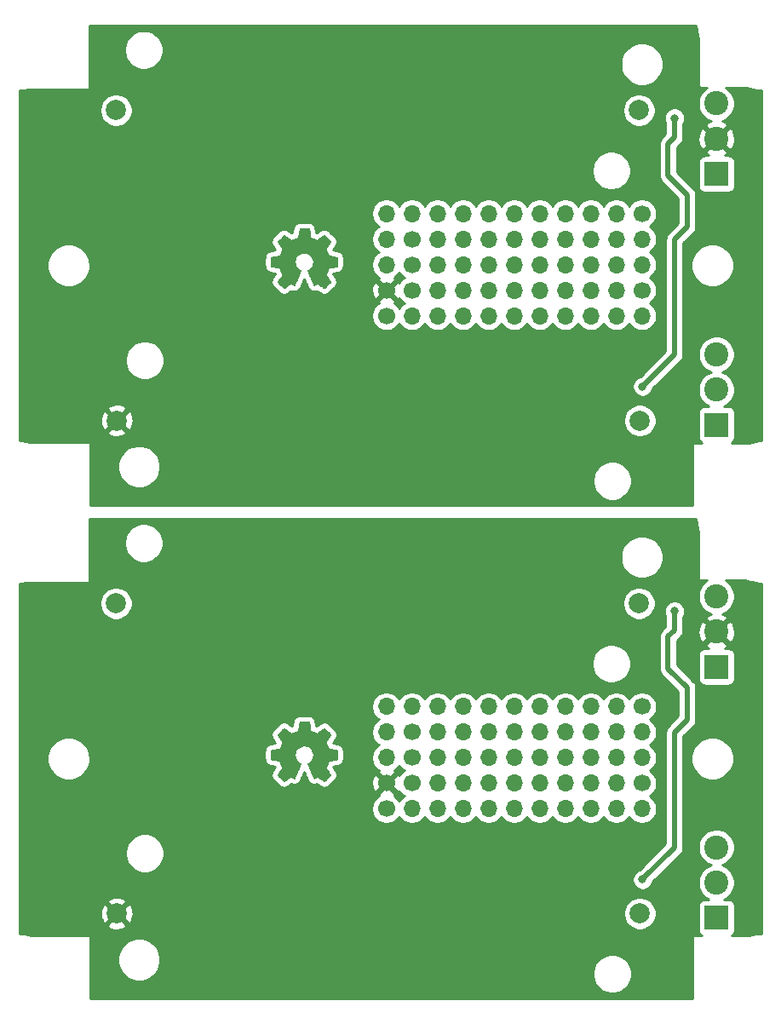
<source format=gbr>
G04 #@! TF.GenerationSoftware,KiCad,Pcbnew,5.1.5-52549c5~86~ubuntu18.04.1*
G04 #@! TF.CreationDate,2020-11-21T17:49:09-05:00*
G04 #@! TF.ProjectId,,58585858-5858-4585-9858-585858585858,rev?*
G04 #@! TF.SameCoordinates,Original*
G04 #@! TF.FileFunction,Copper,L1,Top*
G04 #@! TF.FilePolarity,Positive*
%FSLAX46Y46*%
G04 Gerber Fmt 4.6, Leading zero omitted, Abs format (unit mm)*
G04 Created by KiCad (PCBNEW 5.1.5-52549c5~86~ubuntu18.04.1) date 2020-11-21 17:49:09*
%MOMM*%
%LPD*%
G04 APERTURE LIST*
%ADD10C,0.010000*%
%ADD11C,1.700000*%
%ADD12O,1.700000X1.700000*%
%ADD13C,2.000000*%
%ADD14R,2.400000X2.400000*%
%ADD15C,2.400000*%
%ADD16C,0.800000*%
%ADD17C,0.500000*%
%ADD18C,0.166000*%
%ADD19C,0.254000*%
G04 APERTURE END LIST*
D10*
G36*
X132305614Y-103999931D02*
G01*
X132389435Y-104444555D01*
X132698720Y-104572053D01*
X133008006Y-104699551D01*
X133379046Y-104447246D01*
X133482957Y-104376996D01*
X133576887Y-104314272D01*
X133656452Y-104261938D01*
X133717270Y-104222857D01*
X133754957Y-104199893D01*
X133765221Y-104194942D01*
X133783710Y-104207676D01*
X133823220Y-104242882D01*
X133879322Y-104296062D01*
X133947587Y-104362718D01*
X134023586Y-104438354D01*
X134102892Y-104518472D01*
X134181075Y-104598574D01*
X134253707Y-104674164D01*
X134316359Y-104740745D01*
X134364603Y-104793818D01*
X134394010Y-104828887D01*
X134401041Y-104840623D01*
X134390923Y-104862260D01*
X134362559Y-104909662D01*
X134318929Y-104978193D01*
X134263018Y-105063215D01*
X134197806Y-105160093D01*
X134160019Y-105215350D01*
X134091143Y-105316248D01*
X134029940Y-105407299D01*
X133979378Y-105483970D01*
X133942428Y-105541728D01*
X133922058Y-105576043D01*
X133918997Y-105583254D01*
X133925936Y-105603748D01*
X133944851Y-105651513D01*
X133972887Y-105719832D01*
X134007191Y-105801989D01*
X134044909Y-105891270D01*
X134083187Y-105980958D01*
X134119170Y-106064338D01*
X134150006Y-106134694D01*
X134172839Y-106185310D01*
X134184817Y-106209471D01*
X134185524Y-106210422D01*
X134204331Y-106215036D01*
X134254418Y-106225328D01*
X134330593Y-106240287D01*
X134427665Y-106258901D01*
X134540443Y-106280159D01*
X134606242Y-106292418D01*
X134726750Y-106315362D01*
X134835597Y-106337195D01*
X134927276Y-106356722D01*
X134996281Y-106372748D01*
X135037104Y-106384079D01*
X135045311Y-106387674D01*
X135053348Y-106412006D01*
X135059833Y-106466959D01*
X135064770Y-106546108D01*
X135068164Y-106643026D01*
X135070018Y-106751287D01*
X135070338Y-106864465D01*
X135069127Y-106976135D01*
X135066390Y-107079868D01*
X135062131Y-107169241D01*
X135056355Y-107237826D01*
X135049067Y-107279197D01*
X135044695Y-107287810D01*
X135018564Y-107298133D01*
X134963193Y-107312892D01*
X134885907Y-107330352D01*
X134794030Y-107348780D01*
X134761958Y-107354741D01*
X134607324Y-107383066D01*
X134485175Y-107405876D01*
X134391473Y-107424080D01*
X134322184Y-107438583D01*
X134273271Y-107450292D01*
X134240697Y-107460115D01*
X134220428Y-107468956D01*
X134208426Y-107477724D01*
X134206747Y-107479457D01*
X134189984Y-107507371D01*
X134164414Y-107561695D01*
X134132588Y-107635777D01*
X134097060Y-107722965D01*
X134060383Y-107816608D01*
X134025111Y-107910052D01*
X133993796Y-107996647D01*
X133968993Y-108069740D01*
X133953254Y-108122678D01*
X133949132Y-108148811D01*
X133949476Y-108149726D01*
X133963441Y-108171086D01*
X133995122Y-108218084D01*
X134041191Y-108285827D01*
X134098318Y-108369423D01*
X134163173Y-108463982D01*
X134181643Y-108490854D01*
X134247499Y-108588275D01*
X134305450Y-108677163D01*
X134352338Y-108752412D01*
X134385007Y-108808920D01*
X134400300Y-108841581D01*
X134401041Y-108845593D01*
X134388192Y-108866684D01*
X134352688Y-108908464D01*
X134299093Y-108966445D01*
X134231971Y-109036135D01*
X134155887Y-109113045D01*
X134075404Y-109192683D01*
X133995087Y-109270561D01*
X133919499Y-109342186D01*
X133853205Y-109403070D01*
X133800769Y-109448721D01*
X133766755Y-109474650D01*
X133757345Y-109478883D01*
X133735443Y-109468912D01*
X133690600Y-109442020D01*
X133630121Y-109402736D01*
X133583589Y-109371117D01*
X133499275Y-109313098D01*
X133399426Y-109244784D01*
X133299273Y-109176579D01*
X133245427Y-109140075D01*
X133063171Y-109016800D01*
X132910181Y-109099520D01*
X132840482Y-109135759D01*
X132781214Y-109163926D01*
X132741111Y-109179991D01*
X132730903Y-109182226D01*
X132718629Y-109165722D01*
X132694413Y-109119082D01*
X132660063Y-109046609D01*
X132617388Y-108952606D01*
X132568194Y-108841374D01*
X132514290Y-108717215D01*
X132457484Y-108584432D01*
X132399582Y-108447327D01*
X132342393Y-108310202D01*
X132287724Y-108177358D01*
X132237384Y-108053098D01*
X132193180Y-107941725D01*
X132156919Y-107847539D01*
X132130409Y-107774844D01*
X132115458Y-107727941D01*
X132113054Y-107711833D01*
X132132111Y-107691286D01*
X132173836Y-107657933D01*
X132229506Y-107618702D01*
X132234178Y-107615599D01*
X132378064Y-107500423D01*
X132494083Y-107366053D01*
X132581230Y-107216784D01*
X132638499Y-107056913D01*
X132664886Y-106890737D01*
X132659385Y-106722552D01*
X132620990Y-106556655D01*
X132548695Y-106397342D01*
X132527426Y-106362487D01*
X132416796Y-106221737D01*
X132286102Y-106108714D01*
X132139864Y-106024003D01*
X131982608Y-105968194D01*
X131818857Y-105941874D01*
X131653133Y-105945630D01*
X131489962Y-105980050D01*
X131333865Y-106045723D01*
X131189367Y-106143235D01*
X131144669Y-106182813D01*
X131030912Y-106306703D01*
X130948018Y-106437124D01*
X130891156Y-106583315D01*
X130859487Y-106728088D01*
X130851669Y-106890860D01*
X130877738Y-107054440D01*
X130935045Y-107213298D01*
X131020944Y-107361906D01*
X131132786Y-107494735D01*
X131267923Y-107606256D01*
X131285683Y-107618011D01*
X131341950Y-107656508D01*
X131384723Y-107689863D01*
X131405172Y-107711160D01*
X131405469Y-107711833D01*
X131401079Y-107734871D01*
X131383676Y-107787157D01*
X131355068Y-107864390D01*
X131317065Y-107962268D01*
X131271474Y-108076491D01*
X131220103Y-108202758D01*
X131164762Y-108336767D01*
X131107258Y-108474218D01*
X131049401Y-108610808D01*
X130992998Y-108742237D01*
X130939858Y-108864205D01*
X130891790Y-108972409D01*
X130850601Y-109062549D01*
X130818101Y-109130323D01*
X130796097Y-109171430D01*
X130787236Y-109182226D01*
X130760160Y-109173819D01*
X130709497Y-109151272D01*
X130643983Y-109118613D01*
X130607959Y-109099520D01*
X130454968Y-109016800D01*
X130272712Y-109140075D01*
X130179675Y-109203228D01*
X130077815Y-109272727D01*
X129982362Y-109338165D01*
X129934550Y-109371117D01*
X129867305Y-109416273D01*
X129810364Y-109452057D01*
X129771154Y-109473938D01*
X129758419Y-109478563D01*
X129739883Y-109466085D01*
X129698859Y-109431252D01*
X129639325Y-109377678D01*
X129565258Y-109308983D01*
X129480635Y-109228781D01*
X129427115Y-109177286D01*
X129333481Y-109085286D01*
X129252559Y-109002999D01*
X129187623Y-108933945D01*
X129141942Y-108881644D01*
X129118789Y-108849616D01*
X129116568Y-108843116D01*
X129126876Y-108818394D01*
X129155361Y-108768405D01*
X129198863Y-108698212D01*
X129254223Y-108612875D01*
X129318280Y-108517456D01*
X129336497Y-108490854D01*
X129402873Y-108394167D01*
X129462422Y-108307117D01*
X129511816Y-108234595D01*
X129547725Y-108181493D01*
X129566819Y-108152703D01*
X129568664Y-108149726D01*
X129565905Y-108126782D01*
X129551262Y-108076336D01*
X129527287Y-108005041D01*
X129496534Y-107919547D01*
X129461556Y-107826507D01*
X129424907Y-107732574D01*
X129389139Y-107644399D01*
X129356806Y-107568634D01*
X129330462Y-107511931D01*
X129312658Y-107480943D01*
X129311393Y-107479457D01*
X129300506Y-107470601D01*
X129282118Y-107461843D01*
X129252194Y-107452277D01*
X129206697Y-107440996D01*
X129141591Y-107427093D01*
X129052839Y-107409663D01*
X128936407Y-107387798D01*
X128788258Y-107360591D01*
X128756182Y-107354741D01*
X128661114Y-107336374D01*
X128578235Y-107318405D01*
X128514870Y-107302569D01*
X128478342Y-107290600D01*
X128473444Y-107287810D01*
X128465373Y-107263072D01*
X128458813Y-107207790D01*
X128453767Y-107128389D01*
X128450241Y-107031296D01*
X128448239Y-106922938D01*
X128447764Y-106809740D01*
X128448823Y-106698128D01*
X128451418Y-106594529D01*
X128455554Y-106505368D01*
X128461237Y-106437072D01*
X128468469Y-106396066D01*
X128472829Y-106387674D01*
X128497102Y-106379208D01*
X128552374Y-106365435D01*
X128633138Y-106347550D01*
X128733888Y-106326748D01*
X128849117Y-106304223D01*
X128911898Y-106292418D01*
X129031013Y-106270151D01*
X129137235Y-106249979D01*
X129225373Y-106232915D01*
X129290234Y-106219969D01*
X129326626Y-106212155D01*
X129332616Y-106210422D01*
X129342739Y-106190890D01*
X129364138Y-106143843D01*
X129393961Y-106076003D01*
X129429355Y-105994091D01*
X129467468Y-105904828D01*
X129505447Y-105814935D01*
X129540440Y-105731135D01*
X129569594Y-105660147D01*
X129590057Y-105608694D01*
X129598977Y-105583497D01*
X129599143Y-105582396D01*
X129589031Y-105562519D01*
X129560683Y-105516777D01*
X129517077Y-105449717D01*
X129461194Y-105365884D01*
X129396013Y-105269826D01*
X129358121Y-105214650D01*
X129289075Y-105113481D01*
X129227750Y-105021630D01*
X129177137Y-104943744D01*
X129140229Y-104884469D01*
X129120018Y-104848451D01*
X129117099Y-104840377D01*
X129129647Y-104821584D01*
X129164337Y-104781457D01*
X129216737Y-104724493D01*
X129282416Y-104655185D01*
X129356944Y-104578031D01*
X129435887Y-104497525D01*
X129514817Y-104418163D01*
X129589300Y-104344440D01*
X129654906Y-104280852D01*
X129707204Y-104231894D01*
X129741761Y-104202061D01*
X129753322Y-104194942D01*
X129772146Y-104204953D01*
X129817169Y-104233078D01*
X129884013Y-104276454D01*
X129968301Y-104332218D01*
X130065656Y-104397506D01*
X130139093Y-104447246D01*
X130510133Y-104699551D01*
X131128705Y-104444555D01*
X131212525Y-103999931D01*
X131296346Y-103555307D01*
X132221794Y-103555307D01*
X132305614Y-103999931D01*
G37*
X132305614Y-103999931D02*
X132389435Y-104444555D01*
X132698720Y-104572053D01*
X133008006Y-104699551D01*
X133379046Y-104447246D01*
X133482957Y-104376996D01*
X133576887Y-104314272D01*
X133656452Y-104261938D01*
X133717270Y-104222857D01*
X133754957Y-104199893D01*
X133765221Y-104194942D01*
X133783710Y-104207676D01*
X133823220Y-104242882D01*
X133879322Y-104296062D01*
X133947587Y-104362718D01*
X134023586Y-104438354D01*
X134102892Y-104518472D01*
X134181075Y-104598574D01*
X134253707Y-104674164D01*
X134316359Y-104740745D01*
X134364603Y-104793818D01*
X134394010Y-104828887D01*
X134401041Y-104840623D01*
X134390923Y-104862260D01*
X134362559Y-104909662D01*
X134318929Y-104978193D01*
X134263018Y-105063215D01*
X134197806Y-105160093D01*
X134160019Y-105215350D01*
X134091143Y-105316248D01*
X134029940Y-105407299D01*
X133979378Y-105483970D01*
X133942428Y-105541728D01*
X133922058Y-105576043D01*
X133918997Y-105583254D01*
X133925936Y-105603748D01*
X133944851Y-105651513D01*
X133972887Y-105719832D01*
X134007191Y-105801989D01*
X134044909Y-105891270D01*
X134083187Y-105980958D01*
X134119170Y-106064338D01*
X134150006Y-106134694D01*
X134172839Y-106185310D01*
X134184817Y-106209471D01*
X134185524Y-106210422D01*
X134204331Y-106215036D01*
X134254418Y-106225328D01*
X134330593Y-106240287D01*
X134427665Y-106258901D01*
X134540443Y-106280159D01*
X134606242Y-106292418D01*
X134726750Y-106315362D01*
X134835597Y-106337195D01*
X134927276Y-106356722D01*
X134996281Y-106372748D01*
X135037104Y-106384079D01*
X135045311Y-106387674D01*
X135053348Y-106412006D01*
X135059833Y-106466959D01*
X135064770Y-106546108D01*
X135068164Y-106643026D01*
X135070018Y-106751287D01*
X135070338Y-106864465D01*
X135069127Y-106976135D01*
X135066390Y-107079868D01*
X135062131Y-107169241D01*
X135056355Y-107237826D01*
X135049067Y-107279197D01*
X135044695Y-107287810D01*
X135018564Y-107298133D01*
X134963193Y-107312892D01*
X134885907Y-107330352D01*
X134794030Y-107348780D01*
X134761958Y-107354741D01*
X134607324Y-107383066D01*
X134485175Y-107405876D01*
X134391473Y-107424080D01*
X134322184Y-107438583D01*
X134273271Y-107450292D01*
X134240697Y-107460115D01*
X134220428Y-107468956D01*
X134208426Y-107477724D01*
X134206747Y-107479457D01*
X134189984Y-107507371D01*
X134164414Y-107561695D01*
X134132588Y-107635777D01*
X134097060Y-107722965D01*
X134060383Y-107816608D01*
X134025111Y-107910052D01*
X133993796Y-107996647D01*
X133968993Y-108069740D01*
X133953254Y-108122678D01*
X133949132Y-108148811D01*
X133949476Y-108149726D01*
X133963441Y-108171086D01*
X133995122Y-108218084D01*
X134041191Y-108285827D01*
X134098318Y-108369423D01*
X134163173Y-108463982D01*
X134181643Y-108490854D01*
X134247499Y-108588275D01*
X134305450Y-108677163D01*
X134352338Y-108752412D01*
X134385007Y-108808920D01*
X134400300Y-108841581D01*
X134401041Y-108845593D01*
X134388192Y-108866684D01*
X134352688Y-108908464D01*
X134299093Y-108966445D01*
X134231971Y-109036135D01*
X134155887Y-109113045D01*
X134075404Y-109192683D01*
X133995087Y-109270561D01*
X133919499Y-109342186D01*
X133853205Y-109403070D01*
X133800769Y-109448721D01*
X133766755Y-109474650D01*
X133757345Y-109478883D01*
X133735443Y-109468912D01*
X133690600Y-109442020D01*
X133630121Y-109402736D01*
X133583589Y-109371117D01*
X133499275Y-109313098D01*
X133399426Y-109244784D01*
X133299273Y-109176579D01*
X133245427Y-109140075D01*
X133063171Y-109016800D01*
X132910181Y-109099520D01*
X132840482Y-109135759D01*
X132781214Y-109163926D01*
X132741111Y-109179991D01*
X132730903Y-109182226D01*
X132718629Y-109165722D01*
X132694413Y-109119082D01*
X132660063Y-109046609D01*
X132617388Y-108952606D01*
X132568194Y-108841374D01*
X132514290Y-108717215D01*
X132457484Y-108584432D01*
X132399582Y-108447327D01*
X132342393Y-108310202D01*
X132287724Y-108177358D01*
X132237384Y-108053098D01*
X132193180Y-107941725D01*
X132156919Y-107847539D01*
X132130409Y-107774844D01*
X132115458Y-107727941D01*
X132113054Y-107711833D01*
X132132111Y-107691286D01*
X132173836Y-107657933D01*
X132229506Y-107618702D01*
X132234178Y-107615599D01*
X132378064Y-107500423D01*
X132494083Y-107366053D01*
X132581230Y-107216784D01*
X132638499Y-107056913D01*
X132664886Y-106890737D01*
X132659385Y-106722552D01*
X132620990Y-106556655D01*
X132548695Y-106397342D01*
X132527426Y-106362487D01*
X132416796Y-106221737D01*
X132286102Y-106108714D01*
X132139864Y-106024003D01*
X131982608Y-105968194D01*
X131818857Y-105941874D01*
X131653133Y-105945630D01*
X131489962Y-105980050D01*
X131333865Y-106045723D01*
X131189367Y-106143235D01*
X131144669Y-106182813D01*
X131030912Y-106306703D01*
X130948018Y-106437124D01*
X130891156Y-106583315D01*
X130859487Y-106728088D01*
X130851669Y-106890860D01*
X130877738Y-107054440D01*
X130935045Y-107213298D01*
X131020944Y-107361906D01*
X131132786Y-107494735D01*
X131267923Y-107606256D01*
X131285683Y-107618011D01*
X131341950Y-107656508D01*
X131384723Y-107689863D01*
X131405172Y-107711160D01*
X131405469Y-107711833D01*
X131401079Y-107734871D01*
X131383676Y-107787157D01*
X131355068Y-107864390D01*
X131317065Y-107962268D01*
X131271474Y-108076491D01*
X131220103Y-108202758D01*
X131164762Y-108336767D01*
X131107258Y-108474218D01*
X131049401Y-108610808D01*
X130992998Y-108742237D01*
X130939858Y-108864205D01*
X130891790Y-108972409D01*
X130850601Y-109062549D01*
X130818101Y-109130323D01*
X130796097Y-109171430D01*
X130787236Y-109182226D01*
X130760160Y-109173819D01*
X130709497Y-109151272D01*
X130643983Y-109118613D01*
X130607959Y-109099520D01*
X130454968Y-109016800D01*
X130272712Y-109140075D01*
X130179675Y-109203228D01*
X130077815Y-109272727D01*
X129982362Y-109338165D01*
X129934550Y-109371117D01*
X129867305Y-109416273D01*
X129810364Y-109452057D01*
X129771154Y-109473938D01*
X129758419Y-109478563D01*
X129739883Y-109466085D01*
X129698859Y-109431252D01*
X129639325Y-109377678D01*
X129565258Y-109308983D01*
X129480635Y-109228781D01*
X129427115Y-109177286D01*
X129333481Y-109085286D01*
X129252559Y-109002999D01*
X129187623Y-108933945D01*
X129141942Y-108881644D01*
X129118789Y-108849616D01*
X129116568Y-108843116D01*
X129126876Y-108818394D01*
X129155361Y-108768405D01*
X129198863Y-108698212D01*
X129254223Y-108612875D01*
X129318280Y-108517456D01*
X129336497Y-108490854D01*
X129402873Y-108394167D01*
X129462422Y-108307117D01*
X129511816Y-108234595D01*
X129547725Y-108181493D01*
X129566819Y-108152703D01*
X129568664Y-108149726D01*
X129565905Y-108126782D01*
X129551262Y-108076336D01*
X129527287Y-108005041D01*
X129496534Y-107919547D01*
X129461556Y-107826507D01*
X129424907Y-107732574D01*
X129389139Y-107644399D01*
X129356806Y-107568634D01*
X129330462Y-107511931D01*
X129312658Y-107480943D01*
X129311393Y-107479457D01*
X129300506Y-107470601D01*
X129282118Y-107461843D01*
X129252194Y-107452277D01*
X129206697Y-107440996D01*
X129141591Y-107427093D01*
X129052839Y-107409663D01*
X128936407Y-107387798D01*
X128788258Y-107360591D01*
X128756182Y-107354741D01*
X128661114Y-107336374D01*
X128578235Y-107318405D01*
X128514870Y-107302569D01*
X128478342Y-107290600D01*
X128473444Y-107287810D01*
X128465373Y-107263072D01*
X128458813Y-107207790D01*
X128453767Y-107128389D01*
X128450241Y-107031296D01*
X128448239Y-106922938D01*
X128447764Y-106809740D01*
X128448823Y-106698128D01*
X128451418Y-106594529D01*
X128455554Y-106505368D01*
X128461237Y-106437072D01*
X128468469Y-106396066D01*
X128472829Y-106387674D01*
X128497102Y-106379208D01*
X128552374Y-106365435D01*
X128633138Y-106347550D01*
X128733888Y-106326748D01*
X128849117Y-106304223D01*
X128911898Y-106292418D01*
X129031013Y-106270151D01*
X129137235Y-106249979D01*
X129225373Y-106232915D01*
X129290234Y-106219969D01*
X129326626Y-106212155D01*
X129332616Y-106210422D01*
X129342739Y-106190890D01*
X129364138Y-106143843D01*
X129393961Y-106076003D01*
X129429355Y-105994091D01*
X129467468Y-105904828D01*
X129505447Y-105814935D01*
X129540440Y-105731135D01*
X129569594Y-105660147D01*
X129590057Y-105608694D01*
X129598977Y-105583497D01*
X129599143Y-105582396D01*
X129589031Y-105562519D01*
X129560683Y-105516777D01*
X129517077Y-105449717D01*
X129461194Y-105365884D01*
X129396013Y-105269826D01*
X129358121Y-105214650D01*
X129289075Y-105113481D01*
X129227750Y-105021630D01*
X129177137Y-104943744D01*
X129140229Y-104884469D01*
X129120018Y-104848451D01*
X129117099Y-104840377D01*
X129129647Y-104821584D01*
X129164337Y-104781457D01*
X129216737Y-104724493D01*
X129282416Y-104655185D01*
X129356944Y-104578031D01*
X129435887Y-104497525D01*
X129514817Y-104418163D01*
X129589300Y-104344440D01*
X129654906Y-104280852D01*
X129707204Y-104231894D01*
X129741761Y-104202061D01*
X129753322Y-104194942D01*
X129772146Y-104204953D01*
X129817169Y-104233078D01*
X129884013Y-104276454D01*
X129968301Y-104332218D01*
X130065656Y-104397506D01*
X130139093Y-104447246D01*
X130510133Y-104699551D01*
X131128705Y-104444555D01*
X131212525Y-103999931D01*
X131296346Y-103555307D01*
X132221794Y-103555307D01*
X132305614Y-103999931D01*
G36*
X132305614Y-54999931D02*
G01*
X132389435Y-55444555D01*
X132698720Y-55572053D01*
X133008006Y-55699551D01*
X133379046Y-55447246D01*
X133482957Y-55376996D01*
X133576887Y-55314272D01*
X133656452Y-55261938D01*
X133717270Y-55222857D01*
X133754957Y-55199893D01*
X133765221Y-55194942D01*
X133783710Y-55207676D01*
X133823220Y-55242882D01*
X133879322Y-55296062D01*
X133947587Y-55362718D01*
X134023586Y-55438354D01*
X134102892Y-55518472D01*
X134181075Y-55598574D01*
X134253707Y-55674164D01*
X134316359Y-55740745D01*
X134364603Y-55793818D01*
X134394010Y-55828887D01*
X134401041Y-55840623D01*
X134390923Y-55862260D01*
X134362559Y-55909662D01*
X134318929Y-55978193D01*
X134263018Y-56063215D01*
X134197806Y-56160093D01*
X134160019Y-56215350D01*
X134091143Y-56316248D01*
X134029940Y-56407299D01*
X133979378Y-56483970D01*
X133942428Y-56541728D01*
X133922058Y-56576043D01*
X133918997Y-56583254D01*
X133925936Y-56603748D01*
X133944851Y-56651513D01*
X133972887Y-56719832D01*
X134007191Y-56801989D01*
X134044909Y-56891270D01*
X134083187Y-56980958D01*
X134119170Y-57064338D01*
X134150006Y-57134694D01*
X134172839Y-57185310D01*
X134184817Y-57209471D01*
X134185524Y-57210422D01*
X134204331Y-57215036D01*
X134254418Y-57225328D01*
X134330593Y-57240287D01*
X134427665Y-57258901D01*
X134540443Y-57280159D01*
X134606242Y-57292418D01*
X134726750Y-57315362D01*
X134835597Y-57337195D01*
X134927276Y-57356722D01*
X134996281Y-57372748D01*
X135037104Y-57384079D01*
X135045311Y-57387674D01*
X135053348Y-57412006D01*
X135059833Y-57466959D01*
X135064770Y-57546108D01*
X135068164Y-57643026D01*
X135070018Y-57751287D01*
X135070338Y-57864465D01*
X135069127Y-57976135D01*
X135066390Y-58079868D01*
X135062131Y-58169241D01*
X135056355Y-58237826D01*
X135049067Y-58279197D01*
X135044695Y-58287810D01*
X135018564Y-58298133D01*
X134963193Y-58312892D01*
X134885907Y-58330352D01*
X134794030Y-58348780D01*
X134761958Y-58354741D01*
X134607324Y-58383066D01*
X134485175Y-58405876D01*
X134391473Y-58424080D01*
X134322184Y-58438583D01*
X134273271Y-58450292D01*
X134240697Y-58460115D01*
X134220428Y-58468956D01*
X134208426Y-58477724D01*
X134206747Y-58479457D01*
X134189984Y-58507371D01*
X134164414Y-58561695D01*
X134132588Y-58635777D01*
X134097060Y-58722965D01*
X134060383Y-58816608D01*
X134025111Y-58910052D01*
X133993796Y-58996647D01*
X133968993Y-59069740D01*
X133953254Y-59122678D01*
X133949132Y-59148811D01*
X133949476Y-59149726D01*
X133963441Y-59171086D01*
X133995122Y-59218084D01*
X134041191Y-59285827D01*
X134098318Y-59369423D01*
X134163173Y-59463982D01*
X134181643Y-59490854D01*
X134247499Y-59588275D01*
X134305450Y-59677163D01*
X134352338Y-59752412D01*
X134385007Y-59808920D01*
X134400300Y-59841581D01*
X134401041Y-59845593D01*
X134388192Y-59866684D01*
X134352688Y-59908464D01*
X134299093Y-59966445D01*
X134231971Y-60036135D01*
X134155887Y-60113045D01*
X134075404Y-60192683D01*
X133995087Y-60270561D01*
X133919499Y-60342186D01*
X133853205Y-60403070D01*
X133800769Y-60448721D01*
X133766755Y-60474650D01*
X133757345Y-60478883D01*
X133735443Y-60468912D01*
X133690600Y-60442020D01*
X133630121Y-60402736D01*
X133583589Y-60371117D01*
X133499275Y-60313098D01*
X133399426Y-60244784D01*
X133299273Y-60176579D01*
X133245427Y-60140075D01*
X133063171Y-60016800D01*
X132910181Y-60099520D01*
X132840482Y-60135759D01*
X132781214Y-60163926D01*
X132741111Y-60179991D01*
X132730903Y-60182226D01*
X132718629Y-60165722D01*
X132694413Y-60119082D01*
X132660063Y-60046609D01*
X132617388Y-59952606D01*
X132568194Y-59841374D01*
X132514290Y-59717215D01*
X132457484Y-59584432D01*
X132399582Y-59447327D01*
X132342393Y-59310202D01*
X132287724Y-59177358D01*
X132237384Y-59053098D01*
X132193180Y-58941725D01*
X132156919Y-58847539D01*
X132130409Y-58774844D01*
X132115458Y-58727941D01*
X132113054Y-58711833D01*
X132132111Y-58691286D01*
X132173836Y-58657933D01*
X132229506Y-58618702D01*
X132234178Y-58615599D01*
X132378064Y-58500423D01*
X132494083Y-58366053D01*
X132581230Y-58216784D01*
X132638499Y-58056913D01*
X132664886Y-57890737D01*
X132659385Y-57722552D01*
X132620990Y-57556655D01*
X132548695Y-57397342D01*
X132527426Y-57362487D01*
X132416796Y-57221737D01*
X132286102Y-57108714D01*
X132139864Y-57024003D01*
X131982608Y-56968194D01*
X131818857Y-56941874D01*
X131653133Y-56945630D01*
X131489962Y-56980050D01*
X131333865Y-57045723D01*
X131189367Y-57143235D01*
X131144669Y-57182813D01*
X131030912Y-57306703D01*
X130948018Y-57437124D01*
X130891156Y-57583315D01*
X130859487Y-57728088D01*
X130851669Y-57890860D01*
X130877738Y-58054440D01*
X130935045Y-58213298D01*
X131020944Y-58361906D01*
X131132786Y-58494735D01*
X131267923Y-58606256D01*
X131285683Y-58618011D01*
X131341950Y-58656508D01*
X131384723Y-58689863D01*
X131405172Y-58711160D01*
X131405469Y-58711833D01*
X131401079Y-58734871D01*
X131383676Y-58787157D01*
X131355068Y-58864390D01*
X131317065Y-58962268D01*
X131271474Y-59076491D01*
X131220103Y-59202758D01*
X131164762Y-59336767D01*
X131107258Y-59474218D01*
X131049401Y-59610808D01*
X130992998Y-59742237D01*
X130939858Y-59864205D01*
X130891790Y-59972409D01*
X130850601Y-60062549D01*
X130818101Y-60130323D01*
X130796097Y-60171430D01*
X130787236Y-60182226D01*
X130760160Y-60173819D01*
X130709497Y-60151272D01*
X130643983Y-60118613D01*
X130607959Y-60099520D01*
X130454968Y-60016800D01*
X130272712Y-60140075D01*
X130179675Y-60203228D01*
X130077815Y-60272727D01*
X129982362Y-60338165D01*
X129934550Y-60371117D01*
X129867305Y-60416273D01*
X129810364Y-60452057D01*
X129771154Y-60473938D01*
X129758419Y-60478563D01*
X129739883Y-60466085D01*
X129698859Y-60431252D01*
X129639325Y-60377678D01*
X129565258Y-60308983D01*
X129480635Y-60228781D01*
X129427115Y-60177286D01*
X129333481Y-60085286D01*
X129252559Y-60002999D01*
X129187623Y-59933945D01*
X129141942Y-59881644D01*
X129118789Y-59849616D01*
X129116568Y-59843116D01*
X129126876Y-59818394D01*
X129155361Y-59768405D01*
X129198863Y-59698212D01*
X129254223Y-59612875D01*
X129318280Y-59517456D01*
X129336497Y-59490854D01*
X129402873Y-59394167D01*
X129462422Y-59307117D01*
X129511816Y-59234595D01*
X129547725Y-59181493D01*
X129566819Y-59152703D01*
X129568664Y-59149726D01*
X129565905Y-59126782D01*
X129551262Y-59076336D01*
X129527287Y-59005041D01*
X129496534Y-58919547D01*
X129461556Y-58826507D01*
X129424907Y-58732574D01*
X129389139Y-58644399D01*
X129356806Y-58568634D01*
X129330462Y-58511931D01*
X129312658Y-58480943D01*
X129311393Y-58479457D01*
X129300506Y-58470601D01*
X129282118Y-58461843D01*
X129252194Y-58452277D01*
X129206697Y-58440996D01*
X129141591Y-58427093D01*
X129052839Y-58409663D01*
X128936407Y-58387798D01*
X128788258Y-58360591D01*
X128756182Y-58354741D01*
X128661114Y-58336374D01*
X128578235Y-58318405D01*
X128514870Y-58302569D01*
X128478342Y-58290600D01*
X128473444Y-58287810D01*
X128465373Y-58263072D01*
X128458813Y-58207790D01*
X128453767Y-58128389D01*
X128450241Y-58031296D01*
X128448239Y-57922938D01*
X128447764Y-57809740D01*
X128448823Y-57698128D01*
X128451418Y-57594529D01*
X128455554Y-57505368D01*
X128461237Y-57437072D01*
X128468469Y-57396066D01*
X128472829Y-57387674D01*
X128497102Y-57379208D01*
X128552374Y-57365435D01*
X128633138Y-57347550D01*
X128733888Y-57326748D01*
X128849117Y-57304223D01*
X128911898Y-57292418D01*
X129031013Y-57270151D01*
X129137235Y-57249979D01*
X129225373Y-57232915D01*
X129290234Y-57219969D01*
X129326626Y-57212155D01*
X129332616Y-57210422D01*
X129342739Y-57190890D01*
X129364138Y-57143843D01*
X129393961Y-57076003D01*
X129429355Y-56994091D01*
X129467468Y-56904828D01*
X129505447Y-56814935D01*
X129540440Y-56731135D01*
X129569594Y-56660147D01*
X129590057Y-56608694D01*
X129598977Y-56583497D01*
X129599143Y-56582396D01*
X129589031Y-56562519D01*
X129560683Y-56516777D01*
X129517077Y-56449717D01*
X129461194Y-56365884D01*
X129396013Y-56269826D01*
X129358121Y-56214650D01*
X129289075Y-56113481D01*
X129227750Y-56021630D01*
X129177137Y-55943744D01*
X129140229Y-55884469D01*
X129120018Y-55848451D01*
X129117099Y-55840377D01*
X129129647Y-55821584D01*
X129164337Y-55781457D01*
X129216737Y-55724493D01*
X129282416Y-55655185D01*
X129356944Y-55578031D01*
X129435887Y-55497525D01*
X129514817Y-55418163D01*
X129589300Y-55344440D01*
X129654906Y-55280852D01*
X129707204Y-55231894D01*
X129741761Y-55202061D01*
X129753322Y-55194942D01*
X129772146Y-55204953D01*
X129817169Y-55233078D01*
X129884013Y-55276454D01*
X129968301Y-55332218D01*
X130065656Y-55397506D01*
X130139093Y-55447246D01*
X130510133Y-55699551D01*
X131128705Y-55444555D01*
X131212525Y-54999931D01*
X131296346Y-54555307D01*
X132221794Y-54555307D01*
X132305614Y-54999931D01*
G37*
X132305614Y-54999931D02*
X132389435Y-55444555D01*
X132698720Y-55572053D01*
X133008006Y-55699551D01*
X133379046Y-55447246D01*
X133482957Y-55376996D01*
X133576887Y-55314272D01*
X133656452Y-55261938D01*
X133717270Y-55222857D01*
X133754957Y-55199893D01*
X133765221Y-55194942D01*
X133783710Y-55207676D01*
X133823220Y-55242882D01*
X133879322Y-55296062D01*
X133947587Y-55362718D01*
X134023586Y-55438354D01*
X134102892Y-55518472D01*
X134181075Y-55598574D01*
X134253707Y-55674164D01*
X134316359Y-55740745D01*
X134364603Y-55793818D01*
X134394010Y-55828887D01*
X134401041Y-55840623D01*
X134390923Y-55862260D01*
X134362559Y-55909662D01*
X134318929Y-55978193D01*
X134263018Y-56063215D01*
X134197806Y-56160093D01*
X134160019Y-56215350D01*
X134091143Y-56316248D01*
X134029940Y-56407299D01*
X133979378Y-56483970D01*
X133942428Y-56541728D01*
X133922058Y-56576043D01*
X133918997Y-56583254D01*
X133925936Y-56603748D01*
X133944851Y-56651513D01*
X133972887Y-56719832D01*
X134007191Y-56801989D01*
X134044909Y-56891270D01*
X134083187Y-56980958D01*
X134119170Y-57064338D01*
X134150006Y-57134694D01*
X134172839Y-57185310D01*
X134184817Y-57209471D01*
X134185524Y-57210422D01*
X134204331Y-57215036D01*
X134254418Y-57225328D01*
X134330593Y-57240287D01*
X134427665Y-57258901D01*
X134540443Y-57280159D01*
X134606242Y-57292418D01*
X134726750Y-57315362D01*
X134835597Y-57337195D01*
X134927276Y-57356722D01*
X134996281Y-57372748D01*
X135037104Y-57384079D01*
X135045311Y-57387674D01*
X135053348Y-57412006D01*
X135059833Y-57466959D01*
X135064770Y-57546108D01*
X135068164Y-57643026D01*
X135070018Y-57751287D01*
X135070338Y-57864465D01*
X135069127Y-57976135D01*
X135066390Y-58079868D01*
X135062131Y-58169241D01*
X135056355Y-58237826D01*
X135049067Y-58279197D01*
X135044695Y-58287810D01*
X135018564Y-58298133D01*
X134963193Y-58312892D01*
X134885907Y-58330352D01*
X134794030Y-58348780D01*
X134761958Y-58354741D01*
X134607324Y-58383066D01*
X134485175Y-58405876D01*
X134391473Y-58424080D01*
X134322184Y-58438583D01*
X134273271Y-58450292D01*
X134240697Y-58460115D01*
X134220428Y-58468956D01*
X134208426Y-58477724D01*
X134206747Y-58479457D01*
X134189984Y-58507371D01*
X134164414Y-58561695D01*
X134132588Y-58635777D01*
X134097060Y-58722965D01*
X134060383Y-58816608D01*
X134025111Y-58910052D01*
X133993796Y-58996647D01*
X133968993Y-59069740D01*
X133953254Y-59122678D01*
X133949132Y-59148811D01*
X133949476Y-59149726D01*
X133963441Y-59171086D01*
X133995122Y-59218084D01*
X134041191Y-59285827D01*
X134098318Y-59369423D01*
X134163173Y-59463982D01*
X134181643Y-59490854D01*
X134247499Y-59588275D01*
X134305450Y-59677163D01*
X134352338Y-59752412D01*
X134385007Y-59808920D01*
X134400300Y-59841581D01*
X134401041Y-59845593D01*
X134388192Y-59866684D01*
X134352688Y-59908464D01*
X134299093Y-59966445D01*
X134231971Y-60036135D01*
X134155887Y-60113045D01*
X134075404Y-60192683D01*
X133995087Y-60270561D01*
X133919499Y-60342186D01*
X133853205Y-60403070D01*
X133800769Y-60448721D01*
X133766755Y-60474650D01*
X133757345Y-60478883D01*
X133735443Y-60468912D01*
X133690600Y-60442020D01*
X133630121Y-60402736D01*
X133583589Y-60371117D01*
X133499275Y-60313098D01*
X133399426Y-60244784D01*
X133299273Y-60176579D01*
X133245427Y-60140075D01*
X133063171Y-60016800D01*
X132910181Y-60099520D01*
X132840482Y-60135759D01*
X132781214Y-60163926D01*
X132741111Y-60179991D01*
X132730903Y-60182226D01*
X132718629Y-60165722D01*
X132694413Y-60119082D01*
X132660063Y-60046609D01*
X132617388Y-59952606D01*
X132568194Y-59841374D01*
X132514290Y-59717215D01*
X132457484Y-59584432D01*
X132399582Y-59447327D01*
X132342393Y-59310202D01*
X132287724Y-59177358D01*
X132237384Y-59053098D01*
X132193180Y-58941725D01*
X132156919Y-58847539D01*
X132130409Y-58774844D01*
X132115458Y-58727941D01*
X132113054Y-58711833D01*
X132132111Y-58691286D01*
X132173836Y-58657933D01*
X132229506Y-58618702D01*
X132234178Y-58615599D01*
X132378064Y-58500423D01*
X132494083Y-58366053D01*
X132581230Y-58216784D01*
X132638499Y-58056913D01*
X132664886Y-57890737D01*
X132659385Y-57722552D01*
X132620990Y-57556655D01*
X132548695Y-57397342D01*
X132527426Y-57362487D01*
X132416796Y-57221737D01*
X132286102Y-57108714D01*
X132139864Y-57024003D01*
X131982608Y-56968194D01*
X131818857Y-56941874D01*
X131653133Y-56945630D01*
X131489962Y-56980050D01*
X131333865Y-57045723D01*
X131189367Y-57143235D01*
X131144669Y-57182813D01*
X131030912Y-57306703D01*
X130948018Y-57437124D01*
X130891156Y-57583315D01*
X130859487Y-57728088D01*
X130851669Y-57890860D01*
X130877738Y-58054440D01*
X130935045Y-58213298D01*
X131020944Y-58361906D01*
X131132786Y-58494735D01*
X131267923Y-58606256D01*
X131285683Y-58618011D01*
X131341950Y-58656508D01*
X131384723Y-58689863D01*
X131405172Y-58711160D01*
X131405469Y-58711833D01*
X131401079Y-58734871D01*
X131383676Y-58787157D01*
X131355068Y-58864390D01*
X131317065Y-58962268D01*
X131271474Y-59076491D01*
X131220103Y-59202758D01*
X131164762Y-59336767D01*
X131107258Y-59474218D01*
X131049401Y-59610808D01*
X130992998Y-59742237D01*
X130939858Y-59864205D01*
X130891790Y-59972409D01*
X130850601Y-60062549D01*
X130818101Y-60130323D01*
X130796097Y-60171430D01*
X130787236Y-60182226D01*
X130760160Y-60173819D01*
X130709497Y-60151272D01*
X130643983Y-60118613D01*
X130607959Y-60099520D01*
X130454968Y-60016800D01*
X130272712Y-60140075D01*
X130179675Y-60203228D01*
X130077815Y-60272727D01*
X129982362Y-60338165D01*
X129934550Y-60371117D01*
X129867305Y-60416273D01*
X129810364Y-60452057D01*
X129771154Y-60473938D01*
X129758419Y-60478563D01*
X129739883Y-60466085D01*
X129698859Y-60431252D01*
X129639325Y-60377678D01*
X129565258Y-60308983D01*
X129480635Y-60228781D01*
X129427115Y-60177286D01*
X129333481Y-60085286D01*
X129252559Y-60002999D01*
X129187623Y-59933945D01*
X129141942Y-59881644D01*
X129118789Y-59849616D01*
X129116568Y-59843116D01*
X129126876Y-59818394D01*
X129155361Y-59768405D01*
X129198863Y-59698212D01*
X129254223Y-59612875D01*
X129318280Y-59517456D01*
X129336497Y-59490854D01*
X129402873Y-59394167D01*
X129462422Y-59307117D01*
X129511816Y-59234595D01*
X129547725Y-59181493D01*
X129566819Y-59152703D01*
X129568664Y-59149726D01*
X129565905Y-59126782D01*
X129551262Y-59076336D01*
X129527287Y-59005041D01*
X129496534Y-58919547D01*
X129461556Y-58826507D01*
X129424907Y-58732574D01*
X129389139Y-58644399D01*
X129356806Y-58568634D01*
X129330462Y-58511931D01*
X129312658Y-58480943D01*
X129311393Y-58479457D01*
X129300506Y-58470601D01*
X129282118Y-58461843D01*
X129252194Y-58452277D01*
X129206697Y-58440996D01*
X129141591Y-58427093D01*
X129052839Y-58409663D01*
X128936407Y-58387798D01*
X128788258Y-58360591D01*
X128756182Y-58354741D01*
X128661114Y-58336374D01*
X128578235Y-58318405D01*
X128514870Y-58302569D01*
X128478342Y-58290600D01*
X128473444Y-58287810D01*
X128465373Y-58263072D01*
X128458813Y-58207790D01*
X128453767Y-58128389D01*
X128450241Y-58031296D01*
X128448239Y-57922938D01*
X128447764Y-57809740D01*
X128448823Y-57698128D01*
X128451418Y-57594529D01*
X128455554Y-57505368D01*
X128461237Y-57437072D01*
X128468469Y-57396066D01*
X128472829Y-57387674D01*
X128497102Y-57379208D01*
X128552374Y-57365435D01*
X128633138Y-57347550D01*
X128733888Y-57326748D01*
X128849117Y-57304223D01*
X128911898Y-57292418D01*
X129031013Y-57270151D01*
X129137235Y-57249979D01*
X129225373Y-57232915D01*
X129290234Y-57219969D01*
X129326626Y-57212155D01*
X129332616Y-57210422D01*
X129342739Y-57190890D01*
X129364138Y-57143843D01*
X129393961Y-57076003D01*
X129429355Y-56994091D01*
X129467468Y-56904828D01*
X129505447Y-56814935D01*
X129540440Y-56731135D01*
X129569594Y-56660147D01*
X129590057Y-56608694D01*
X129598977Y-56583497D01*
X129599143Y-56582396D01*
X129589031Y-56562519D01*
X129560683Y-56516777D01*
X129517077Y-56449717D01*
X129461194Y-56365884D01*
X129396013Y-56269826D01*
X129358121Y-56214650D01*
X129289075Y-56113481D01*
X129227750Y-56021630D01*
X129177137Y-55943744D01*
X129140229Y-55884469D01*
X129120018Y-55848451D01*
X129117099Y-55840377D01*
X129129647Y-55821584D01*
X129164337Y-55781457D01*
X129216737Y-55724493D01*
X129282416Y-55655185D01*
X129356944Y-55578031D01*
X129435887Y-55497525D01*
X129514817Y-55418163D01*
X129589300Y-55344440D01*
X129654906Y-55280852D01*
X129707204Y-55231894D01*
X129741761Y-55202061D01*
X129753322Y-55194942D01*
X129772146Y-55204953D01*
X129817169Y-55233078D01*
X129884013Y-55276454D01*
X129968301Y-55332218D01*
X130065656Y-55397506D01*
X130139093Y-55447246D01*
X130510133Y-55699551D01*
X131128705Y-55444555D01*
X131212525Y-54999931D01*
X131296346Y-54555307D01*
X132221794Y-54555307D01*
X132305614Y-54999931D01*
D11*
X165339800Y-109671000D03*
D12*
X165339800Y-107131000D03*
X165339800Y-104591000D03*
D11*
X139939800Y-112211000D03*
D12*
X142479800Y-112211000D03*
X145019800Y-112211000D03*
X147559800Y-112211000D03*
X150099800Y-112211000D03*
X152639800Y-112211000D03*
X155179800Y-112211000D03*
X157719800Y-112211000D03*
X160259800Y-112211000D03*
X162799800Y-112211000D03*
X165339800Y-112211000D03*
D13*
X113144800Y-122621000D03*
X165134800Y-122621000D03*
D11*
X165339800Y-102051000D03*
D12*
X162799800Y-102051000D03*
X160259800Y-102051000D03*
X157719800Y-102051000D03*
X155179800Y-102051000D03*
X152639800Y-102051000D03*
X150099800Y-102051000D03*
X147559800Y-102051000D03*
X145019800Y-102051000D03*
X142479800Y-102051000D03*
X139939800Y-102051000D03*
D11*
X139939800Y-109671000D03*
D12*
X139939800Y-107131000D03*
X139939800Y-104591000D03*
D14*
X172754800Y-123041000D03*
D15*
X172754800Y-119541000D03*
X172754800Y-116041000D03*
D13*
X165054800Y-91791000D03*
X113064800Y-91791000D03*
D11*
X142479800Y-109671000D03*
D12*
X145019800Y-109671000D03*
X147559800Y-109671000D03*
X150099800Y-109671000D03*
X152639800Y-109671000D03*
X155179800Y-109671000D03*
X157719800Y-109671000D03*
X160259800Y-109671000D03*
X162799800Y-109671000D03*
D14*
X172754800Y-98106000D03*
D15*
X172754800Y-94606000D03*
X172754800Y-91106000D03*
D11*
X142479800Y-107131000D03*
D12*
X145019800Y-107131000D03*
X147559800Y-107131000D03*
X150099800Y-107131000D03*
X152639800Y-107131000D03*
X155179800Y-107131000D03*
X157719800Y-107131000D03*
X160259800Y-107131000D03*
X162799800Y-107131000D03*
D11*
X142479800Y-104591000D03*
D12*
X145019800Y-104591000D03*
X147559800Y-104591000D03*
X150099800Y-104591000D03*
X152639800Y-104591000D03*
X155179800Y-104591000D03*
X157719800Y-104591000D03*
X160259800Y-104591000D03*
X162799800Y-104591000D03*
X162799800Y-55591000D03*
X160259800Y-55591000D03*
X157719800Y-55591000D03*
X155179800Y-55591000D03*
X152639800Y-55591000D03*
X150099800Y-55591000D03*
X147559800Y-55591000D03*
X145019800Y-55591000D03*
D11*
X142479800Y-55591000D03*
D12*
X162799800Y-58131000D03*
X160259800Y-58131000D03*
X157719800Y-58131000D03*
X155179800Y-58131000D03*
X152639800Y-58131000D03*
X150099800Y-58131000D03*
X147559800Y-58131000D03*
X145019800Y-58131000D03*
D11*
X142479800Y-58131000D03*
D12*
X162799800Y-60671000D03*
X160259800Y-60671000D03*
X157719800Y-60671000D03*
X155179800Y-60671000D03*
X152639800Y-60671000D03*
X150099800Y-60671000D03*
X147559800Y-60671000D03*
X145019800Y-60671000D03*
D11*
X142479800Y-60671000D03*
D15*
X172754800Y-42106000D03*
X172754800Y-45606000D03*
D14*
X172754800Y-49106000D03*
D12*
X139939800Y-53051000D03*
X142479800Y-53051000D03*
X145019800Y-53051000D03*
X147559800Y-53051000D03*
X150099800Y-53051000D03*
X152639800Y-53051000D03*
X155179800Y-53051000D03*
X157719800Y-53051000D03*
X160259800Y-53051000D03*
X162799800Y-53051000D03*
D11*
X165339800Y-53051000D03*
D12*
X165339800Y-63211000D03*
X162799800Y-63211000D03*
X160259800Y-63211000D03*
X157719800Y-63211000D03*
X155179800Y-63211000D03*
X152639800Y-63211000D03*
X150099800Y-63211000D03*
X147559800Y-63211000D03*
X145019800Y-63211000D03*
X142479800Y-63211000D03*
D11*
X139939800Y-63211000D03*
D12*
X139939800Y-55591000D03*
X139939800Y-58131000D03*
D11*
X139939800Y-60671000D03*
D12*
X165339800Y-55591000D03*
X165339800Y-58131000D03*
D11*
X165339800Y-60671000D03*
D13*
X113064800Y-42791000D03*
X165054800Y-42791000D03*
D15*
X172754800Y-67041000D03*
X172754800Y-70541000D03*
D14*
X172754800Y-74041000D03*
D13*
X165134800Y-73621000D03*
X113144800Y-73621000D03*
D16*
X165404800Y-70231000D03*
X168579800Y-43561000D03*
X165404800Y-119231000D03*
X168579800Y-92561000D03*
X129717800Y-50317400D03*
X121793000Y-49326800D03*
X121793000Y-98326800D03*
X129717800Y-99317400D03*
D17*
X168579800Y-67056000D02*
X165404800Y-70231000D01*
X168579800Y-55626000D02*
X168579800Y-67056000D01*
X169849800Y-51181000D02*
X169849800Y-54356000D01*
X169849800Y-54356000D02*
X168579800Y-55626000D01*
X168579800Y-43561000D02*
X168579800Y-45466000D01*
X168579800Y-45466000D02*
X167944800Y-46101000D01*
X167944800Y-49276000D02*
X169849800Y-51181000D01*
X167944800Y-46101000D02*
X167944800Y-49276000D01*
X168579800Y-92561000D02*
X168579800Y-94466000D01*
X168579800Y-104626000D02*
X168579800Y-116056000D01*
X169849800Y-100181000D02*
X169849800Y-103356000D01*
X167944800Y-98276000D02*
X169849800Y-100181000D01*
X167944800Y-95101000D02*
X167944800Y-98276000D01*
X169849800Y-103356000D02*
X168579800Y-104626000D01*
X168579800Y-116056000D02*
X165404800Y-119231000D01*
X168579800Y-94466000D02*
X167944800Y-95101000D01*
X129717800Y-50317400D02*
X122478800Y-50317400D01*
X122478800Y-50317400D02*
X121767600Y-49606200D01*
D18*
X121767600Y-49606200D02*
X121793000Y-49580800D01*
X121793000Y-49580800D02*
X121793000Y-49326800D01*
X121767600Y-98606200D02*
X121793000Y-98580800D01*
X121793000Y-98580800D02*
X121793000Y-98326800D01*
D17*
X129717800Y-99317400D02*
X122478800Y-99317400D01*
X122478800Y-99317400D02*
X121767600Y-98606200D01*
D19*
G36*
X170766861Y-34774607D02*
G01*
X170783062Y-34876898D01*
X170992800Y-35750519D01*
X170992800Y-40386000D01*
X170995240Y-40410776D01*
X171002467Y-40434601D01*
X171014203Y-40456557D01*
X171029997Y-40475803D01*
X171049243Y-40491597D01*
X171071199Y-40503333D01*
X171095024Y-40510560D01*
X171119800Y-40513000D01*
X171835980Y-40513000D01*
X171585056Y-40680662D01*
X171329462Y-40936256D01*
X171128644Y-41236801D01*
X170990318Y-41570750D01*
X170919800Y-41925268D01*
X170919800Y-42286732D01*
X170990318Y-42641250D01*
X171128644Y-42975199D01*
X171329462Y-43275744D01*
X171585056Y-43531338D01*
X171885601Y-43732156D01*
X172192289Y-43859190D01*
X171998967Y-43924154D01*
X171776314Y-44043164D01*
X171656426Y-44328020D01*
X172754800Y-45426395D01*
X173853174Y-44328020D01*
X173733286Y-44043164D01*
X173409590Y-43882301D01*
X173320110Y-43858031D01*
X173623999Y-43732156D01*
X173924544Y-43531338D01*
X174180138Y-43275744D01*
X174380956Y-42975199D01*
X174519282Y-42641250D01*
X174589800Y-42286732D01*
X174589800Y-41925268D01*
X174519282Y-41570750D01*
X174380956Y-41236801D01*
X174180138Y-40936256D01*
X173924544Y-40680662D01*
X173673620Y-40513000D01*
X175630932Y-40513000D01*
X175682116Y-40529631D01*
X176673902Y-40767738D01*
X176776193Y-40783939D01*
X177184800Y-40816097D01*
X177184801Y-75595903D01*
X176776193Y-75628061D01*
X176673902Y-75644262D01*
X175946067Y-75819000D01*
X174220498Y-75819000D01*
X174309294Y-75771537D01*
X174405985Y-75692185D01*
X174485337Y-75595494D01*
X174544302Y-75485180D01*
X174580612Y-75365482D01*
X174592872Y-75241000D01*
X174592872Y-72841000D01*
X174580612Y-72716518D01*
X174544302Y-72596820D01*
X174485337Y-72486506D01*
X174405985Y-72389815D01*
X174309294Y-72310463D01*
X174198980Y-72251498D01*
X174079282Y-72215188D01*
X173954800Y-72202928D01*
X173537638Y-72202928D01*
X173623999Y-72167156D01*
X173924544Y-71966338D01*
X174180138Y-71710744D01*
X174380956Y-71410199D01*
X174519282Y-71076250D01*
X174589800Y-70721732D01*
X174589800Y-70360268D01*
X174519282Y-70005750D01*
X174380956Y-69671801D01*
X174180138Y-69371256D01*
X173924544Y-69115662D01*
X173623999Y-68914844D01*
X173325013Y-68791000D01*
X173623999Y-68667156D01*
X173924544Y-68466338D01*
X174180138Y-68210744D01*
X174380956Y-67910199D01*
X174519282Y-67576250D01*
X174589800Y-67221732D01*
X174589800Y-66860268D01*
X174519282Y-66505750D01*
X174380956Y-66171801D01*
X174180138Y-65871256D01*
X173924544Y-65615662D01*
X173623999Y-65414844D01*
X173290050Y-65276518D01*
X172935532Y-65206000D01*
X172574068Y-65206000D01*
X172219550Y-65276518D01*
X171885601Y-65414844D01*
X171585056Y-65615662D01*
X171329462Y-65871256D01*
X171128644Y-66171801D01*
X170990318Y-66505750D01*
X170919800Y-66860268D01*
X170919800Y-67221732D01*
X170990318Y-67576250D01*
X171128644Y-67910199D01*
X171329462Y-68210744D01*
X171585056Y-68466338D01*
X171885601Y-68667156D01*
X172184587Y-68791000D01*
X171885601Y-68914844D01*
X171585056Y-69115662D01*
X171329462Y-69371256D01*
X171128644Y-69671801D01*
X170990318Y-70005750D01*
X170919800Y-70360268D01*
X170919800Y-70721732D01*
X170990318Y-71076250D01*
X171128644Y-71410199D01*
X171329462Y-71710744D01*
X171585056Y-71966338D01*
X171885601Y-72167156D01*
X171971962Y-72202928D01*
X171554800Y-72202928D01*
X171430318Y-72215188D01*
X171310620Y-72251498D01*
X171200306Y-72310463D01*
X171103615Y-72389815D01*
X171024263Y-72486506D01*
X170965298Y-72596820D01*
X170928988Y-72716518D01*
X170916728Y-72841000D01*
X170916728Y-75241000D01*
X170928988Y-75365482D01*
X170965298Y-75485180D01*
X171024263Y-75595494D01*
X171103615Y-75692185D01*
X171200306Y-75771537D01*
X171289102Y-75819000D01*
X170484800Y-75819000D01*
X170460024Y-75821440D01*
X170436199Y-75828667D01*
X170414243Y-75840403D01*
X170394997Y-75856197D01*
X170379203Y-75875443D01*
X170367467Y-75897399D01*
X170360240Y-75921224D01*
X170357800Y-75946000D01*
X170357800Y-82046000D01*
X110490900Y-82046000D01*
X110507100Y-77995721D01*
X113209800Y-77995721D01*
X113209800Y-78416279D01*
X113291847Y-78828756D01*
X113452788Y-79217302D01*
X113686437Y-79566983D01*
X113983817Y-79864363D01*
X114333498Y-80098012D01*
X114722044Y-80258953D01*
X115134521Y-80341000D01*
X115555079Y-80341000D01*
X115967556Y-80258953D01*
X116356102Y-80098012D01*
X116705783Y-79864363D01*
X117003163Y-79566983D01*
X117099069Y-79423449D01*
X160429800Y-79423449D01*
X160429800Y-79808551D01*
X160504930Y-80186252D01*
X160652302Y-80542040D01*
X160866253Y-80862240D01*
X161138560Y-81134547D01*
X161458760Y-81348498D01*
X161814548Y-81495870D01*
X162192249Y-81571000D01*
X162577351Y-81571000D01*
X162955052Y-81495870D01*
X163310840Y-81348498D01*
X163631040Y-81134547D01*
X163903347Y-80862240D01*
X164117298Y-80542040D01*
X164264670Y-80186252D01*
X164339800Y-79808551D01*
X164339800Y-79423449D01*
X164264670Y-79045748D01*
X164117298Y-78689960D01*
X163903347Y-78369760D01*
X163631040Y-78097453D01*
X163310840Y-77883502D01*
X162955052Y-77736130D01*
X162577351Y-77661000D01*
X162192249Y-77661000D01*
X161814548Y-77736130D01*
X161458760Y-77883502D01*
X161138560Y-78097453D01*
X160866253Y-78369760D01*
X160652302Y-78689960D01*
X160504930Y-79045748D01*
X160429800Y-79423449D01*
X117099069Y-79423449D01*
X117236812Y-79217302D01*
X117397753Y-78828756D01*
X117479800Y-78416279D01*
X117479800Y-77995721D01*
X117397753Y-77583244D01*
X117236812Y-77194698D01*
X117003163Y-76845017D01*
X116705783Y-76547637D01*
X116356102Y-76313988D01*
X115967556Y-76153047D01*
X115555079Y-76071000D01*
X115134521Y-76071000D01*
X114722044Y-76153047D01*
X114333498Y-76313988D01*
X113983817Y-76547637D01*
X113686437Y-76845017D01*
X113452788Y-77194698D01*
X113291847Y-77583244D01*
X113209800Y-77995721D01*
X110507100Y-77995721D01*
X110515399Y-75921108D01*
X110513058Y-75896322D01*
X110505926Y-75872469D01*
X110494278Y-75850466D01*
X110478561Y-75831157D01*
X110459379Y-75815286D01*
X110437470Y-75803463D01*
X110413675Y-75796140D01*
X110388400Y-75793600D01*
X104637735Y-75793600D01*
X104015698Y-75644262D01*
X103913407Y-75628061D01*
X103504800Y-75595903D01*
X103504800Y-74756413D01*
X112188992Y-74756413D01*
X112284756Y-75020814D01*
X112574371Y-75161704D01*
X112885908Y-75243384D01*
X113207395Y-75262718D01*
X113526475Y-75218961D01*
X113830888Y-75113795D01*
X114004844Y-75020814D01*
X114100608Y-74756413D01*
X113144800Y-73800605D01*
X112188992Y-74756413D01*
X103504800Y-74756413D01*
X103504800Y-73683595D01*
X111503082Y-73683595D01*
X111546839Y-74002675D01*
X111652005Y-74307088D01*
X111744986Y-74481044D01*
X112009387Y-74576808D01*
X112965195Y-73621000D01*
X113324405Y-73621000D01*
X114280213Y-74576808D01*
X114544614Y-74481044D01*
X114685504Y-74191429D01*
X114767184Y-73879892D01*
X114786518Y-73558405D01*
X114773019Y-73459967D01*
X163499800Y-73459967D01*
X163499800Y-73782033D01*
X163562632Y-74097912D01*
X163685882Y-74395463D01*
X163864813Y-74663252D01*
X164092548Y-74890987D01*
X164360337Y-75069918D01*
X164657888Y-75193168D01*
X164973767Y-75256000D01*
X165295833Y-75256000D01*
X165611712Y-75193168D01*
X165909263Y-75069918D01*
X166177052Y-74890987D01*
X166404787Y-74663252D01*
X166583718Y-74395463D01*
X166706968Y-74097912D01*
X166769800Y-73782033D01*
X166769800Y-73459967D01*
X166706968Y-73144088D01*
X166583718Y-72846537D01*
X166404787Y-72578748D01*
X166177052Y-72351013D01*
X165909263Y-72172082D01*
X165611712Y-72048832D01*
X165295833Y-71986000D01*
X164973767Y-71986000D01*
X164657888Y-72048832D01*
X164360337Y-72172082D01*
X164092548Y-72351013D01*
X163864813Y-72578748D01*
X163685882Y-72846537D01*
X163562632Y-73144088D01*
X163499800Y-73459967D01*
X114773019Y-73459967D01*
X114742761Y-73239325D01*
X114637595Y-72934912D01*
X114544614Y-72760956D01*
X114280213Y-72665192D01*
X113324405Y-73621000D01*
X112965195Y-73621000D01*
X112009387Y-72665192D01*
X111744986Y-72760956D01*
X111604096Y-73050571D01*
X111522416Y-73362108D01*
X111503082Y-73683595D01*
X103504800Y-73683595D01*
X103504800Y-72485587D01*
X112188992Y-72485587D01*
X113144800Y-73441395D01*
X114100608Y-72485587D01*
X114004844Y-72221186D01*
X113715229Y-72080296D01*
X113403692Y-71998616D01*
X113082205Y-71979282D01*
X112763125Y-72023039D01*
X112458712Y-72128205D01*
X112284756Y-72221186D01*
X112188992Y-72485587D01*
X103504800Y-72485587D01*
X103504800Y-70129061D01*
X164369800Y-70129061D01*
X164369800Y-70332939D01*
X164409574Y-70532898D01*
X164487595Y-70721256D01*
X164600863Y-70890774D01*
X164745026Y-71034937D01*
X164914544Y-71148205D01*
X165102902Y-71226226D01*
X165302861Y-71266000D01*
X165506739Y-71266000D01*
X165706698Y-71226226D01*
X165895056Y-71148205D01*
X166064574Y-71034937D01*
X166208737Y-70890774D01*
X166322005Y-70721256D01*
X166400026Y-70532898D01*
X166411335Y-70476043D01*
X169174849Y-67712530D01*
X169208617Y-67684817D01*
X169319211Y-67550059D01*
X169401389Y-67396313D01*
X169451995Y-67229490D01*
X169464800Y-67099477D01*
X169464800Y-67099467D01*
X169469081Y-67056001D01*
X169464800Y-67012534D01*
X169464800Y-57995721D01*
X170209800Y-57995721D01*
X170209800Y-58416279D01*
X170291847Y-58828756D01*
X170452788Y-59217302D01*
X170686437Y-59566983D01*
X170983817Y-59864363D01*
X171333498Y-60098012D01*
X171722044Y-60258953D01*
X172134521Y-60341000D01*
X172555079Y-60341000D01*
X172967556Y-60258953D01*
X173356102Y-60098012D01*
X173705783Y-59864363D01*
X174003163Y-59566983D01*
X174236812Y-59217302D01*
X174397753Y-58828756D01*
X174479800Y-58416279D01*
X174479800Y-57995721D01*
X174397753Y-57583244D01*
X174236812Y-57194698D01*
X174003163Y-56845017D01*
X173705783Y-56547637D01*
X173356102Y-56313988D01*
X172967556Y-56153047D01*
X172555079Y-56071000D01*
X172134521Y-56071000D01*
X171722044Y-56153047D01*
X171333498Y-56313988D01*
X170983817Y-56547637D01*
X170686437Y-56845017D01*
X170452788Y-57194698D01*
X170291847Y-57583244D01*
X170209800Y-57995721D01*
X169464800Y-57995721D01*
X169464800Y-55992578D01*
X170444849Y-55012530D01*
X170478617Y-54984817D01*
X170512631Y-54943372D01*
X170572030Y-54870994D01*
X170589211Y-54850059D01*
X170671389Y-54696313D01*
X170721995Y-54529490D01*
X170734800Y-54399477D01*
X170734800Y-54399467D01*
X170739081Y-54356001D01*
X170734800Y-54312535D01*
X170734800Y-51224469D01*
X170739081Y-51181000D01*
X170734800Y-51137531D01*
X170734800Y-51137523D01*
X170721995Y-51007510D01*
X170671389Y-50840687D01*
X170589211Y-50686941D01*
X170478617Y-50552183D01*
X170444850Y-50524471D01*
X168829800Y-48909422D01*
X168829800Y-47906000D01*
X170916728Y-47906000D01*
X170916728Y-50306000D01*
X170928988Y-50430482D01*
X170965298Y-50550180D01*
X171024263Y-50660494D01*
X171103615Y-50757185D01*
X171200306Y-50836537D01*
X171310620Y-50895502D01*
X171430318Y-50931812D01*
X171554800Y-50944072D01*
X173954800Y-50944072D01*
X174079282Y-50931812D01*
X174198980Y-50895502D01*
X174309294Y-50836537D01*
X174405985Y-50757185D01*
X174485337Y-50660494D01*
X174544302Y-50550180D01*
X174580612Y-50430482D01*
X174592872Y-50306000D01*
X174592872Y-47906000D01*
X174580612Y-47781518D01*
X174544302Y-47661820D01*
X174485337Y-47551506D01*
X174405985Y-47454815D01*
X174309294Y-47375463D01*
X174198980Y-47316498D01*
X174079282Y-47280188D01*
X173954800Y-47267928D01*
X173547897Y-47267928D01*
X173733286Y-47168836D01*
X173853174Y-46883980D01*
X172754800Y-45785605D01*
X171656426Y-46883980D01*
X171776314Y-47168836D01*
X171975712Y-47267928D01*
X171554800Y-47267928D01*
X171430318Y-47280188D01*
X171310620Y-47316498D01*
X171200306Y-47375463D01*
X171103615Y-47454815D01*
X171024263Y-47551506D01*
X170965298Y-47661820D01*
X170928988Y-47781518D01*
X170916728Y-47906000D01*
X168829800Y-47906000D01*
X168829800Y-46467578D01*
X169174849Y-46122530D01*
X169208617Y-46094817D01*
X169270677Y-46019198D01*
X169319211Y-45960059D01*
X169401389Y-45806314D01*
X169445565Y-45660684D01*
X170911733Y-45660684D01*
X170957815Y-46019198D01*
X171072954Y-46361833D01*
X171191964Y-46584486D01*
X171476820Y-46704374D01*
X172575195Y-45606000D01*
X172934405Y-45606000D01*
X174032780Y-46704374D01*
X174317636Y-46584486D01*
X174478499Y-46260790D01*
X174573122Y-45911931D01*
X174597867Y-45551316D01*
X174551785Y-45192802D01*
X174436646Y-44850167D01*
X174317636Y-44627514D01*
X174032780Y-44507626D01*
X172934405Y-45606000D01*
X172575195Y-45606000D01*
X171476820Y-44507626D01*
X171191964Y-44627514D01*
X171031101Y-44951210D01*
X170936478Y-45300069D01*
X170911733Y-45660684D01*
X169445565Y-45660684D01*
X169451995Y-45639490D01*
X169464800Y-45509477D01*
X169464800Y-45509469D01*
X169469081Y-45466000D01*
X169464800Y-45422531D01*
X169464800Y-44099454D01*
X169497005Y-44051256D01*
X169575026Y-43862898D01*
X169614800Y-43662939D01*
X169614800Y-43459061D01*
X169575026Y-43259102D01*
X169497005Y-43070744D01*
X169383737Y-42901226D01*
X169239574Y-42757063D01*
X169070056Y-42643795D01*
X168881698Y-42565774D01*
X168681739Y-42526000D01*
X168477861Y-42526000D01*
X168277902Y-42565774D01*
X168089544Y-42643795D01*
X167920026Y-42757063D01*
X167775863Y-42901226D01*
X167662595Y-43070744D01*
X167584574Y-43259102D01*
X167544800Y-43459061D01*
X167544800Y-43662939D01*
X167584574Y-43862898D01*
X167662595Y-44051256D01*
X167694800Y-44099455D01*
X167694801Y-45099421D01*
X167349756Y-45444466D01*
X167315983Y-45472183D01*
X167205389Y-45606942D01*
X167123211Y-45760688D01*
X167072605Y-45927511D01*
X167059800Y-46057524D01*
X167059800Y-46057531D01*
X167055519Y-46101000D01*
X167059800Y-46144469D01*
X167059801Y-49232521D01*
X167055519Y-49276000D01*
X167072605Y-49449490D01*
X167123212Y-49616313D01*
X167205390Y-49770059D01*
X167288268Y-49871046D01*
X167288271Y-49871049D01*
X167315984Y-49904817D01*
X167349751Y-49932529D01*
X168964800Y-51547579D01*
X168964801Y-53989420D01*
X167984756Y-54969466D01*
X167950983Y-54997183D01*
X167840389Y-55131942D01*
X167758211Y-55285688D01*
X167730513Y-55376996D01*
X167707605Y-55452510D01*
X167706557Y-55463150D01*
X167694800Y-55582524D01*
X167694800Y-55582531D01*
X167690519Y-55626000D01*
X167694800Y-55669469D01*
X167694801Y-66689420D01*
X165159757Y-69224465D01*
X165102902Y-69235774D01*
X164914544Y-69313795D01*
X164745026Y-69427063D01*
X164600863Y-69571226D01*
X164487595Y-69740744D01*
X164409574Y-69929102D01*
X164369800Y-70129061D01*
X103504800Y-70129061D01*
X103504800Y-67433449D01*
X113949800Y-67433449D01*
X113949800Y-67818551D01*
X114024930Y-68196252D01*
X114172302Y-68552040D01*
X114386253Y-68872240D01*
X114658560Y-69144547D01*
X114978760Y-69358498D01*
X115334548Y-69505870D01*
X115712249Y-69581000D01*
X116097351Y-69581000D01*
X116475052Y-69505870D01*
X116830840Y-69358498D01*
X117151040Y-69144547D01*
X117423347Y-68872240D01*
X117637298Y-68552040D01*
X117784670Y-68196252D01*
X117859800Y-67818551D01*
X117859800Y-67433449D01*
X117784670Y-67055748D01*
X117637298Y-66699960D01*
X117423347Y-66379760D01*
X117151040Y-66107453D01*
X116830840Y-65893502D01*
X116475052Y-65746130D01*
X116097351Y-65671000D01*
X115712249Y-65671000D01*
X115334548Y-65746130D01*
X114978760Y-65893502D01*
X114658560Y-66107453D01*
X114386253Y-66379760D01*
X114172302Y-66699960D01*
X114024930Y-67055748D01*
X113949800Y-67433449D01*
X103504800Y-67433449D01*
X103504800Y-57995721D01*
X106209800Y-57995721D01*
X106209800Y-58416279D01*
X106291847Y-58828756D01*
X106452788Y-59217302D01*
X106686437Y-59566983D01*
X106983817Y-59864363D01*
X107333498Y-60098012D01*
X107722044Y-60258953D01*
X108134521Y-60341000D01*
X108555079Y-60341000D01*
X108967556Y-60258953D01*
X109356102Y-60098012D01*
X109705783Y-59864363D01*
X110003163Y-59566983D01*
X110236812Y-59217302D01*
X110397753Y-58828756D01*
X110479800Y-58416279D01*
X110479800Y-57995721D01*
X110443341Y-57812426D01*
X127807770Y-57812426D01*
X127808245Y-57925624D01*
X127808255Y-57925720D01*
X127808245Y-57925825D01*
X127808348Y-57934760D01*
X127810350Y-58043118D01*
X127810494Y-58044349D01*
X127810400Y-58045590D01*
X127810663Y-58054523D01*
X127814189Y-58151616D01*
X127814756Y-58155818D01*
X127814551Y-58160058D01*
X127815055Y-58168980D01*
X127820101Y-58248380D01*
X127822197Y-58261271D01*
X127822281Y-58274325D01*
X127823272Y-58283206D01*
X127829832Y-58338488D01*
X127842379Y-58395710D01*
X127854224Y-58453065D01*
X127856567Y-58460419D01*
X127856584Y-58460496D01*
X127856612Y-58460561D01*
X127856937Y-58461580D01*
X127865008Y-58486318D01*
X127882626Y-58526510D01*
X127897889Y-58567698D01*
X127907660Y-58583623D01*
X127915153Y-58600716D01*
X127940238Y-58636715D01*
X127963214Y-58674160D01*
X127975894Y-58687885D01*
X127986563Y-58703196D01*
X128018174Y-58733649D01*
X128047975Y-58765906D01*
X128063069Y-58776899D01*
X128076517Y-58789855D01*
X128113441Y-58813588D01*
X128148939Y-58839442D01*
X128156673Y-58843918D01*
X128161572Y-58846708D01*
X128172714Y-58851684D01*
X128181591Y-58857390D01*
X128215004Y-58870572D01*
X128216143Y-58871081D01*
X128270588Y-58895942D01*
X128275478Y-58897582D01*
X128275620Y-58897645D01*
X128275768Y-58897679D01*
X128279061Y-58898783D01*
X128315589Y-58910752D01*
X128333670Y-58914774D01*
X128351041Y-58921246D01*
X128359696Y-58923472D01*
X128423061Y-58939308D01*
X128428597Y-58940129D01*
X128433907Y-58941919D01*
X128442627Y-58943873D01*
X128525507Y-58961842D01*
X128528279Y-58962164D01*
X128530950Y-58962998D01*
X128539712Y-58964754D01*
X128634780Y-58983121D01*
X128634902Y-58983132D01*
X128641353Y-58984355D01*
X128672962Y-58990120D01*
X128819453Y-59017022D01*
X128851228Y-59022990D01*
X128862158Y-59051003D01*
X128808865Y-59128633D01*
X128808844Y-59128670D01*
X128808445Y-59129245D01*
X128790228Y-59155847D01*
X128790159Y-59155973D01*
X128786912Y-59160737D01*
X128722856Y-59256156D01*
X128722587Y-59256656D01*
X128722221Y-59257102D01*
X128717306Y-59264565D01*
X128661946Y-59349902D01*
X128660957Y-59351813D01*
X128659624Y-59353507D01*
X128654864Y-59361070D01*
X128611362Y-59431262D01*
X128608114Y-59437867D01*
X128603780Y-59443815D01*
X128599302Y-59451548D01*
X128570817Y-59501537D01*
X128556592Y-59533375D01*
X128539664Y-59563870D01*
X128536168Y-59572094D01*
X128525860Y-59596816D01*
X128520654Y-59613807D01*
X128519863Y-59615578D01*
X128519132Y-59618775D01*
X128514249Y-59634715D01*
X128499949Y-59671706D01*
X128495990Y-59694310D01*
X128489270Y-59716243D01*
X128485241Y-59755678D01*
X128478399Y-59794739D01*
X128478906Y-59817681D01*
X128476574Y-59840502D01*
X128480282Y-59879977D01*
X128481157Y-59919615D01*
X128486108Y-59942014D01*
X128488254Y-59964861D01*
X128493391Y-59982131D01*
X128494356Y-59989916D01*
X128501445Y-60011398D01*
X128508116Y-60041576D01*
X128510946Y-60050052D01*
X128513168Y-60056552D01*
X128519990Y-60071547D01*
X128523868Y-60084582D01*
X128528501Y-60093382D01*
X128533500Y-60108530D01*
X128550546Y-60138704D01*
X128564896Y-60170244D01*
X128580179Y-60191540D01*
X128582057Y-60195107D01*
X128583224Y-60196550D01*
X128594936Y-60217282D01*
X128600121Y-60224561D01*
X128623274Y-60256588D01*
X128639830Y-60275326D01*
X128654085Y-60295886D01*
X128659917Y-60302657D01*
X128705598Y-60354958D01*
X128710922Y-60359969D01*
X128715310Y-60365826D01*
X128721386Y-60372378D01*
X128786322Y-60441432D01*
X128788353Y-60443207D01*
X128790020Y-60445332D01*
X128796242Y-60451747D01*
X128877164Y-60534034D01*
X128877953Y-60534693D01*
X128878603Y-60535493D01*
X128884933Y-60541800D01*
X128978567Y-60633800D01*
X128978662Y-60633876D01*
X128983376Y-60638475D01*
X129036896Y-60689970D01*
X129037014Y-60690063D01*
X129040383Y-60693301D01*
X129125007Y-60773503D01*
X129125097Y-60773573D01*
X129130047Y-60778228D01*
X129204113Y-60846923D01*
X129204387Y-60847132D01*
X129204616Y-60847389D01*
X129211217Y-60853412D01*
X129270750Y-60906986D01*
X129274584Y-60909811D01*
X129277851Y-60913282D01*
X129284622Y-60919113D01*
X129325646Y-60953945D01*
X129351307Y-60971736D01*
X129375108Y-60991955D01*
X129382486Y-60996997D01*
X129401022Y-61009475D01*
X129422287Y-61020948D01*
X129428295Y-61025113D01*
X129437181Y-61028983D01*
X129441830Y-61031491D01*
X129481477Y-61055541D01*
X129496699Y-61061093D01*
X129510950Y-61068782D01*
X129555251Y-61082451D01*
X129598821Y-61098344D01*
X129614826Y-61100833D01*
X129630304Y-61105609D01*
X129676428Y-61110414D01*
X129722243Y-61117540D01*
X129738424Y-61116873D01*
X129754538Y-61118552D01*
X129800725Y-61114306D01*
X129847043Y-61112397D01*
X129862786Y-61108600D01*
X129878919Y-61107117D01*
X129923397Y-61093982D01*
X129952194Y-61087037D01*
X129960018Y-61085436D01*
X129961621Y-61084763D01*
X129968468Y-61083112D01*
X129976888Y-61080120D01*
X129989623Y-61075495D01*
X129995473Y-61072697D01*
X129998711Y-61071741D01*
X130011674Y-61064949D01*
X130031932Y-61055261D01*
X130075195Y-61037107D01*
X130083029Y-61032807D01*
X130122239Y-61010926D01*
X130132286Y-61003953D01*
X130143304Y-60998639D01*
X130150903Y-60993936D01*
X130207844Y-60958152D01*
X130211986Y-60954945D01*
X130216641Y-60952524D01*
X130224094Y-60947593D01*
X130291340Y-60902437D01*
X130291402Y-60902386D01*
X130297736Y-60898085D01*
X130345088Y-60865451D01*
X130439072Y-60801020D01*
X130500888Y-60758843D01*
X130531440Y-60769001D01*
X130561864Y-60782325D01*
X130570380Y-60785034D01*
X130597456Y-60793441D01*
X130617169Y-60797505D01*
X130618468Y-60797937D01*
X130620518Y-60798196D01*
X130657974Y-60805918D01*
X130718360Y-60818509D01*
X130719082Y-60818516D01*
X130719789Y-60818662D01*
X130781161Y-60819143D01*
X130843260Y-60819770D01*
X130843978Y-60819635D01*
X130844691Y-60819641D01*
X130904966Y-60808197D01*
X130966026Y-60796746D01*
X130966697Y-60796478D01*
X130967405Y-60796343D01*
X131024510Y-60773328D01*
X131081982Y-60750315D01*
X131082590Y-60749920D01*
X131083257Y-60749651D01*
X131134834Y-60715963D01*
X131186711Y-60682245D01*
X131187229Y-60681741D01*
X131187832Y-60681347D01*
X131231711Y-60638452D01*
X131276224Y-60595132D01*
X131277099Y-60594081D01*
X131277149Y-60594032D01*
X131277193Y-60593968D01*
X131281941Y-60588264D01*
X131290802Y-60577468D01*
X131323100Y-60529181D01*
X131356073Y-60481313D01*
X131360241Y-60473654D01*
X131360247Y-60473646D01*
X131360250Y-60473638D01*
X131360345Y-60473464D01*
X131382349Y-60432357D01*
X131386090Y-60423352D01*
X131391261Y-60415083D01*
X131395180Y-60407053D01*
X131427681Y-60339278D01*
X131428183Y-60337901D01*
X131428938Y-60336642D01*
X131432708Y-60328540D01*
X131473897Y-60238400D01*
X131473936Y-60238288D01*
X131476675Y-60232235D01*
X131524743Y-60124032D01*
X131524795Y-60123874D01*
X131526588Y-60119836D01*
X131579729Y-59997868D01*
X131579776Y-59997722D01*
X131581127Y-59994634D01*
X131637530Y-59863204D01*
X131637571Y-59863076D01*
X131638713Y-59860430D01*
X131696570Y-59723840D01*
X131696609Y-59723715D01*
X131697672Y-59721223D01*
X131755176Y-59583772D01*
X131755215Y-59583644D01*
X131756306Y-59581054D01*
X131759101Y-59574285D01*
X131808895Y-59693678D01*
X131808960Y-59693799D01*
X131810003Y-59696317D01*
X131867905Y-59833422D01*
X131867967Y-59833537D01*
X131869069Y-59836162D01*
X131925875Y-59968945D01*
X131925946Y-59969074D01*
X131927230Y-59972089D01*
X131981134Y-60096247D01*
X131981208Y-60096381D01*
X131982882Y-60100237D01*
X132032076Y-60211469D01*
X132032144Y-60211589D01*
X132034628Y-60217164D01*
X132077303Y-60311167D01*
X132077701Y-60311857D01*
X132077963Y-60312618D01*
X132081735Y-60320719D01*
X132116085Y-60393192D01*
X132119771Y-60399337D01*
X132122348Y-60406036D01*
X132126411Y-60413995D01*
X132150627Y-60460635D01*
X132176187Y-60499936D01*
X132199797Y-60540440D01*
X132205080Y-60547648D01*
X132217354Y-60564152D01*
X132250779Y-60600965D01*
X132282718Y-60639096D01*
X132292703Y-60647138D01*
X132301318Y-60656627D01*
X132341252Y-60686244D01*
X132379993Y-60717448D01*
X132391352Y-60723399D01*
X132401644Y-60731032D01*
X132446575Y-60752331D01*
X132490635Y-60775414D01*
X132502927Y-60779044D01*
X132514512Y-60784535D01*
X132562736Y-60796703D01*
X132610428Y-60810785D01*
X132623193Y-60811958D01*
X132635622Y-60815094D01*
X132685292Y-60817664D01*
X132734811Y-60822214D01*
X132747558Y-60820886D01*
X132760361Y-60821548D01*
X132809578Y-60814422D01*
X132836375Y-60811629D01*
X132850383Y-60810593D01*
X132852848Y-60809913D01*
X132859043Y-60809267D01*
X132867786Y-60807416D01*
X132877994Y-60805181D01*
X132881703Y-60803979D01*
X132883978Y-60803650D01*
X132898055Y-60798682D01*
X132924074Y-60790253D01*
X132970787Y-60777360D01*
X132979105Y-60774094D01*
X133017232Y-60758820D01*
X133038664Y-60773416D01*
X133137096Y-60840760D01*
X133220785Y-60898349D01*
X133220921Y-60898424D01*
X133223888Y-60900470D01*
X133270419Y-60932089D01*
X133272344Y-60933138D01*
X133274039Y-60934531D01*
X133281499Y-60939451D01*
X133341978Y-60978735D01*
X133348222Y-60981972D01*
X133353815Y-60986241D01*
X133361447Y-60990890D01*
X133406290Y-61017782D01*
X133434939Y-61031355D01*
X133462159Y-61047632D01*
X133470267Y-61051391D01*
X133492169Y-61061362D01*
X133508578Y-61066973D01*
X133524033Y-61074841D01*
X133567560Y-61087141D01*
X133610356Y-61101775D01*
X133627543Y-61104092D01*
X133644232Y-61108808D01*
X133689324Y-61112420D01*
X133734143Y-61118462D01*
X133751449Y-61117397D01*
X133768740Y-61118782D01*
X133813663Y-61113568D01*
X133858813Y-61110789D01*
X133875593Y-61106380D01*
X133892813Y-61104381D01*
X133919384Y-61095840D01*
X133922868Y-61095318D01*
X133937094Y-61090219D01*
X133979618Y-61079045D01*
X133995213Y-61071465D01*
X134011726Y-61066157D01*
X134019901Y-61062548D01*
X134029311Y-61058315D01*
X134034659Y-61055250D01*
X134040450Y-61053174D01*
X134073205Y-61033556D01*
X134091957Y-61024442D01*
X134103031Y-61016060D01*
X134137678Y-60996201D01*
X134142322Y-60992162D01*
X134147607Y-60988996D01*
X134154751Y-60983628D01*
X134188765Y-60957699D01*
X134200754Y-60946551D01*
X134214228Y-60937241D01*
X134221009Y-60931420D01*
X134273445Y-60885769D01*
X134276221Y-60882830D01*
X134279487Y-60880442D01*
X134286111Y-60874443D01*
X134352405Y-60813559D01*
X134352755Y-60813168D01*
X134353176Y-60812850D01*
X134359705Y-60806749D01*
X134430642Y-60739531D01*
X138449189Y-60739531D01*
X138491201Y-61029019D01*
X138588881Y-61304747D01*
X138662328Y-61442157D01*
X138911403Y-61519792D01*
X139760195Y-60671000D01*
X138911403Y-59822208D01*
X138662328Y-59899843D01*
X138536429Y-60163883D01*
X138464461Y-60447411D01*
X138449189Y-60739531D01*
X134430642Y-60739531D01*
X134435293Y-60735124D01*
X134435354Y-60735054D01*
X134440605Y-60730032D01*
X134520922Y-60652154D01*
X134521007Y-60652054D01*
X134525558Y-60647613D01*
X134606041Y-60567975D01*
X134606115Y-60567886D01*
X134610872Y-60563144D01*
X134686683Y-60486509D01*
X134686689Y-60486504D01*
X134686773Y-60486417D01*
X134686956Y-60486233D01*
X134686967Y-60486219D01*
X134692933Y-60480111D01*
X134760055Y-60410420D01*
X134761360Y-60408769D01*
X134762957Y-60407388D01*
X134769068Y-60400868D01*
X134822663Y-60342887D01*
X134828049Y-60335778D01*
X134834547Y-60329667D01*
X134840381Y-60322898D01*
X134875885Y-60281118D01*
X134902005Y-60243477D01*
X134930050Y-60207257D01*
X134934752Y-60199658D01*
X134947602Y-60178567D01*
X134965587Y-60141281D01*
X134986003Y-60105248D01*
X134992669Y-60085133D01*
X135001867Y-60066064D01*
X135012266Y-60026001D01*
X135025296Y-59986683D01*
X135027927Y-59965662D01*
X135033248Y-59945164D01*
X135035669Y-59903823D01*
X135040811Y-59862744D01*
X135039310Y-59841624D01*
X135040549Y-59820472D01*
X135034893Y-59779450D01*
X135031959Y-59738152D01*
X135030397Y-59729354D01*
X135029656Y-59725342D01*
X135025585Y-59711205D01*
X135023668Y-59696626D01*
X135008334Y-59651297D01*
X134995092Y-59605313D01*
X134988357Y-59592244D01*
X134983642Y-59578307D01*
X134979909Y-59570188D01*
X134964616Y-59537527D01*
X134952786Y-59517596D01*
X134943495Y-59496363D01*
X134939076Y-59488596D01*
X134906407Y-59432088D01*
X134902834Y-59427104D01*
X134900192Y-59421571D01*
X134895519Y-59413954D01*
X134848631Y-59338704D01*
X134847351Y-59337037D01*
X134846403Y-59335153D01*
X134841574Y-59327634D01*
X134783623Y-59238746D01*
X134783080Y-59238068D01*
X134782671Y-59237288D01*
X134777718Y-59229850D01*
X134711862Y-59132429D01*
X134711757Y-59132302D01*
X134709071Y-59128335D01*
X134690962Y-59101989D01*
X134655987Y-59050995D01*
X134657759Y-59046299D01*
X134666882Y-59023008D01*
X134723822Y-59012375D01*
X134877271Y-58984267D01*
X134877360Y-58984241D01*
X134878907Y-58983965D01*
X134910979Y-58978004D01*
X134911044Y-58977985D01*
X134911116Y-58977979D01*
X134919890Y-58976282D01*
X135011767Y-58957854D01*
X135014924Y-58956892D01*
X135018208Y-58956528D01*
X135026938Y-58954620D01*
X135104224Y-58937160D01*
X135111646Y-58934701D01*
X135119378Y-58933542D01*
X135128028Y-58931301D01*
X135183399Y-58916542D01*
X135213916Y-58905117D01*
X135245377Y-58896595D01*
X135253711Y-58893369D01*
X135279842Y-58883046D01*
X135298685Y-58873380D01*
X135300376Y-58872747D01*
X135302603Y-58871370D01*
X135315273Y-58864871D01*
X135351915Y-58849251D01*
X135370725Y-58836426D01*
X135390979Y-58826036D01*
X135422205Y-58801325D01*
X135455115Y-58778886D01*
X135471077Y-58762650D01*
X135488926Y-58748525D01*
X135514766Y-58718211D01*
X135542682Y-58689815D01*
X135555180Y-58670798D01*
X135569953Y-58653467D01*
X135580333Y-58634926D01*
X135584653Y-58629552D01*
X135593835Y-58611981D01*
X135611282Y-58585434D01*
X135615382Y-58577493D01*
X135619754Y-58568880D01*
X135625370Y-58554485D01*
X135630972Y-58544479D01*
X135634054Y-58535018D01*
X135642503Y-58518850D01*
X135652404Y-58485190D01*
X135665151Y-58452516D01*
X135669982Y-58425429D01*
X135677750Y-58399021D01*
X135679362Y-58390231D01*
X135686650Y-58348860D01*
X135688524Y-58324452D01*
X135693286Y-58300434D01*
X135694097Y-58291535D01*
X135699873Y-58222949D01*
X135699774Y-58215747D01*
X135700918Y-58208628D01*
X135701406Y-58199705D01*
X135705665Y-58110333D01*
X135705548Y-58107998D01*
X135705870Y-58105680D01*
X135706167Y-58096749D01*
X135708904Y-57993016D01*
X135708868Y-57992513D01*
X135708930Y-57992010D01*
X135709089Y-57983075D01*
X135710298Y-57871601D01*
X135710299Y-57871591D01*
X135710335Y-57862655D01*
X135710015Y-57749477D01*
X135710005Y-57749374D01*
X135710015Y-57749264D01*
X135709924Y-57740329D01*
X135708070Y-57632067D01*
X135707926Y-57630820D01*
X135708023Y-57629560D01*
X135707772Y-57620627D01*
X135704378Y-57523709D01*
X135703811Y-57519466D01*
X135704023Y-57515187D01*
X135703529Y-57506265D01*
X135698592Y-57427116D01*
X135696484Y-57414058D01*
X135696408Y-57400834D01*
X135695423Y-57391953D01*
X135688938Y-57337000D01*
X135676142Y-57278464D01*
X135663799Y-57219781D01*
X135662297Y-57215126D01*
X135662264Y-57214975D01*
X135662203Y-57214835D01*
X135661055Y-57211277D01*
X135653018Y-57186945D01*
X135647430Y-57174322D01*
X135643820Y-57160984D01*
X135622180Y-57117284D01*
X135602456Y-57072730D01*
X135594521Y-57061431D01*
X135588390Y-57049050D01*
X135558673Y-57010385D01*
X135530672Y-56970512D01*
X135520695Y-56960970D01*
X135512275Y-56950015D01*
X135475633Y-56917875D01*
X135440402Y-56884182D01*
X135428750Y-56876753D01*
X135418372Y-56867650D01*
X135376192Y-56843243D01*
X135335081Y-56817031D01*
X135322216Y-56812010D01*
X135310261Y-56805092D01*
X135302101Y-56801450D01*
X135293894Y-56797855D01*
X135254912Y-56785147D01*
X135216867Y-56769843D01*
X135208273Y-56767393D01*
X135167451Y-56756063D01*
X135158412Y-56754483D01*
X135149755Y-56751422D01*
X135141064Y-56749340D01*
X135072059Y-56733314D01*
X135070668Y-56733132D01*
X135069328Y-56732685D01*
X135060600Y-56730763D01*
X134968922Y-56711236D01*
X134968841Y-56711227D01*
X134961464Y-56709694D01*
X134852617Y-56687861D01*
X134852483Y-56687848D01*
X134846452Y-56686656D01*
X134725944Y-56663712D01*
X134725818Y-56663701D01*
X134723463Y-56663245D01*
X134658726Y-56651184D01*
X134639835Y-56647623D01*
X134688605Y-56576179D01*
X134726094Y-56521357D01*
X134726170Y-56521219D01*
X134728728Y-56517475D01*
X134793940Y-56420597D01*
X134793995Y-56420496D01*
X134797756Y-56414862D01*
X134853667Y-56329840D01*
X134853787Y-56329611D01*
X134853952Y-56329407D01*
X134858803Y-56321902D01*
X134902433Y-56253371D01*
X134904429Y-56249435D01*
X134907107Y-56245918D01*
X134911749Y-56238281D01*
X134940113Y-56190879D01*
X134952135Y-56165440D01*
X134966826Y-56141431D01*
X134970667Y-56133363D01*
X134980785Y-56111726D01*
X134990464Y-56084335D01*
X134993482Y-56077949D01*
X134995351Y-56070505D01*
X135000071Y-56057148D01*
X135020166Y-56002751D01*
X135020886Y-55998244D01*
X135022401Y-55993956D01*
X135030715Y-55936699D01*
X135039865Y-55879408D01*
X135039696Y-55874851D01*
X135040350Y-55870346D01*
X135037381Y-55812491D01*
X135035232Y-55754587D01*
X135034183Y-55750157D01*
X135033949Y-55745604D01*
X135019785Y-55689373D01*
X135006442Y-55633044D01*
X135004553Y-55628903D01*
X135003439Y-55624482D01*
X134978637Y-55572104D01*
X134962907Y-55537627D01*
X134959193Y-55528609D01*
X134957911Y-55526678D01*
X134954594Y-55519408D01*
X134950055Y-55511710D01*
X134943024Y-55499974D01*
X134915593Y-55462938D01*
X134890106Y-55424549D01*
X134884412Y-55417662D01*
X134855005Y-55382593D01*
X134849041Y-55376749D01*
X134844148Y-55369982D01*
X134838183Y-55363328D01*
X134789939Y-55310255D01*
X134789162Y-55309552D01*
X134788529Y-55308708D01*
X134782451Y-55302158D01*
X134719799Y-55235577D01*
X134719706Y-55235496D01*
X134715195Y-55230736D01*
X134642563Y-55155145D01*
X134642445Y-55155044D01*
X134639077Y-55151545D01*
X134560893Y-55071443D01*
X134560774Y-55071342D01*
X134557739Y-55068234D01*
X134478433Y-54988116D01*
X134478309Y-54988013D01*
X134475049Y-54984723D01*
X134399051Y-54909088D01*
X134398945Y-54909002D01*
X134394706Y-54904805D01*
X134326442Y-54838149D01*
X134326232Y-54837980D01*
X134326056Y-54837772D01*
X134319613Y-54831580D01*
X134263511Y-54778399D01*
X134259238Y-54775076D01*
X134255624Y-54771048D01*
X134248994Y-54765057D01*
X134209484Y-54729851D01*
X134180833Y-54708956D01*
X134154054Y-54685713D01*
X134146730Y-54680593D01*
X134128241Y-54667859D01*
X134112658Y-54659237D01*
X134108564Y-54656251D01*
X134107693Y-54655847D01*
X134095314Y-54646637D01*
X134056528Y-54628179D01*
X134018949Y-54607386D01*
X134000259Y-54601401D01*
X133982528Y-54592963D01*
X133940879Y-54582386D01*
X133899994Y-54569294D01*
X133880501Y-54567053D01*
X133861464Y-54562219D01*
X133818562Y-54559934D01*
X133775905Y-54555031D01*
X133756340Y-54556620D01*
X133736735Y-54555576D01*
X133694218Y-54561666D01*
X133651408Y-54565143D01*
X133632521Y-54570503D01*
X133613091Y-54573286D01*
X133572568Y-54587517D01*
X133531247Y-54599244D01*
X133513764Y-54608169D01*
X133495241Y-54614674D01*
X133487166Y-54618500D01*
X133476901Y-54623451D01*
X133453960Y-54637428D01*
X133429599Y-54648764D01*
X133421936Y-54653361D01*
X133384249Y-54676325D01*
X133381699Y-54678244D01*
X133378838Y-54679659D01*
X133371287Y-54684437D01*
X133310469Y-54723518D01*
X133310374Y-54723593D01*
X133304751Y-54727236D01*
X133225186Y-54779570D01*
X133225064Y-54779669D01*
X133221471Y-54782032D01*
X133127541Y-54844756D01*
X133127424Y-54844852D01*
X133124508Y-54846794D01*
X133020598Y-54917043D01*
X133020524Y-54917104D01*
X133019169Y-54918012D01*
X132950276Y-54964859D01*
X132934536Y-54881366D01*
X132934535Y-54881362D01*
X132850716Y-54436743D01*
X132850521Y-54436075D01*
X132850458Y-54435383D01*
X132833015Y-54376118D01*
X132815709Y-54316843D01*
X132815389Y-54316227D01*
X132815192Y-54315559D01*
X132786594Y-54260857D01*
X132758080Y-54206026D01*
X132757644Y-54205482D01*
X132757323Y-54204867D01*
X132718736Y-54156874D01*
X132680025Y-54108512D01*
X132679491Y-54108062D01*
X132679057Y-54107522D01*
X132631678Y-54067767D01*
X132584514Y-54028018D01*
X132583909Y-54027684D01*
X132583373Y-54027234D01*
X132528967Y-53997324D01*
X132475188Y-53967607D01*
X132474529Y-53967396D01*
X132473917Y-53967060D01*
X132415072Y-53948394D01*
X132356212Y-53929582D01*
X132355518Y-53929503D01*
X132354857Y-53929293D01*
X132293534Y-53922414D01*
X132232114Y-53915390D01*
X132231422Y-53915447D01*
X132230730Y-53915369D01*
X132221794Y-53915307D01*
X131296346Y-53915307D01*
X131295657Y-53915375D01*
X131294963Y-53915308D01*
X131233378Y-53921481D01*
X131172036Y-53927496D01*
X131171371Y-53927697D01*
X131170680Y-53927766D01*
X131111514Y-53945769D01*
X131052461Y-53963598D01*
X131051849Y-53963923D01*
X131051183Y-53964126D01*
X130996733Y-53993229D01*
X130942175Y-54022237D01*
X130941635Y-54022677D01*
X130941024Y-54023004D01*
X130893152Y-54062219D01*
X130845380Y-54101182D01*
X130844940Y-54101714D01*
X130844399Y-54102157D01*
X130804860Y-54150162D01*
X130765762Y-54197424D01*
X130765434Y-54198031D01*
X130764989Y-54198571D01*
X130735607Y-54253195D01*
X130706354Y-54307297D01*
X130706149Y-54307960D01*
X130705819Y-54308573D01*
X130687638Y-54367757D01*
X130669418Y-54426617D01*
X130669346Y-54427306D01*
X130669141Y-54427972D01*
X130667424Y-54436742D01*
X130583603Y-54881366D01*
X130583603Y-54881367D01*
X130567863Y-54964859D01*
X130498969Y-54918012D01*
X130498915Y-54917982D01*
X130497998Y-54917352D01*
X130424561Y-54867612D01*
X130424439Y-54867545D01*
X130422117Y-54865965D01*
X130324762Y-54800677D01*
X130324624Y-54800603D01*
X130321431Y-54798458D01*
X130237143Y-54742694D01*
X130237007Y-54742622D01*
X130232395Y-54739584D01*
X130165552Y-54696208D01*
X130164619Y-54695725D01*
X130163790Y-54695068D01*
X130156244Y-54690281D01*
X130111221Y-54662156D01*
X130095239Y-54654225D01*
X130080517Y-54644143D01*
X130072657Y-54639892D01*
X130053833Y-54629882D01*
X130039188Y-54623844D01*
X130025580Y-54615740D01*
X129981553Y-54600083D01*
X129938356Y-54582274D01*
X129922822Y-54579197D01*
X129907894Y-54573888D01*
X129861655Y-54567080D01*
X129815830Y-54558002D01*
X129799992Y-54558000D01*
X129784320Y-54555693D01*
X129737657Y-54557994D01*
X129690924Y-54557990D01*
X129675384Y-54561066D01*
X129659566Y-54561846D01*
X129614229Y-54573170D01*
X129568395Y-54582242D01*
X129553752Y-54588276D01*
X129538382Y-54592115D01*
X129496106Y-54612030D01*
X129452909Y-54629830D01*
X129439947Y-54638440D01*
X129433400Y-54641247D01*
X129431894Y-54642278D01*
X129425386Y-54645344D01*
X129417744Y-54649976D01*
X129406183Y-54657095D01*
X129368931Y-54685396D01*
X129358298Y-54692677D01*
X129348867Y-54698942D01*
X129348238Y-54699566D01*
X129330343Y-54711821D01*
X129323538Y-54717613D01*
X129288981Y-54747446D01*
X129283159Y-54753560D01*
X129276387Y-54758610D01*
X129269821Y-54764672D01*
X129217523Y-54813630D01*
X129216806Y-54814447D01*
X129215940Y-54815116D01*
X129209481Y-54821291D01*
X129143875Y-54884879D01*
X129143797Y-54884970D01*
X129139078Y-54889577D01*
X129064595Y-54963300D01*
X129064495Y-54963420D01*
X129061035Y-54966851D01*
X128982105Y-55046213D01*
X128982003Y-55046338D01*
X128978925Y-55049434D01*
X128899982Y-55129940D01*
X128899884Y-55130062D01*
X128896630Y-55133384D01*
X128822102Y-55210538D01*
X128822017Y-55210645D01*
X128817869Y-55214962D01*
X128752190Y-55284270D01*
X128752020Y-55284489D01*
X128751808Y-55284673D01*
X128745713Y-55291208D01*
X128693313Y-55348172D01*
X128690053Y-55352496D01*
X128686069Y-55356180D01*
X128680178Y-55362899D01*
X128645488Y-55403026D01*
X128625133Y-55431835D01*
X128602401Y-55458800D01*
X128597388Y-55466197D01*
X128584840Y-55484990D01*
X128576331Y-55500906D01*
X128573411Y-55505038D01*
X128569831Y-55513064D01*
X128563768Y-55524403D01*
X128540523Y-55562598D01*
X128534373Y-55579384D01*
X128525948Y-55595141D01*
X128512933Y-55637896D01*
X128497550Y-55679880D01*
X128494777Y-55697543D01*
X128489574Y-55714634D01*
X128485111Y-55759102D01*
X128478175Y-55803274D01*
X128478885Y-55821131D01*
X128477100Y-55838915D01*
X128481361Y-55883416D01*
X128483137Y-55928082D01*
X128487303Y-55945465D01*
X128489006Y-55963253D01*
X128501824Y-56006063D01*
X128504564Y-56017497D01*
X128508966Y-56038754D01*
X128510566Y-56042543D01*
X128512245Y-56049548D01*
X128515225Y-56057973D01*
X128518144Y-56066046D01*
X128522559Y-56075312D01*
X128524834Y-56082910D01*
X128538434Y-56108628D01*
X128538840Y-56109480D01*
X128557566Y-56153816D01*
X128561885Y-56161640D01*
X128582096Y-56197658D01*
X128587898Y-56205976D01*
X128592268Y-56215134D01*
X128596939Y-56222753D01*
X128633847Y-56282027D01*
X128634898Y-56283396D01*
X128635675Y-56284947D01*
X128640492Y-56292474D01*
X128691106Y-56370360D01*
X128691141Y-56370404D01*
X128695481Y-56377003D01*
X128756807Y-56468854D01*
X128756885Y-56468950D01*
X128760453Y-56474256D01*
X128829499Y-56575425D01*
X128829562Y-56575500D01*
X128830549Y-56576959D01*
X128867417Y-56630643D01*
X128878860Y-56647508D01*
X128794296Y-56663316D01*
X128794258Y-56663327D01*
X128793628Y-56663441D01*
X128730848Y-56675246D01*
X128730700Y-56675289D01*
X128726334Y-56676111D01*
X128611105Y-56698636D01*
X128610989Y-56698671D01*
X128604476Y-56699969D01*
X128503726Y-56720771D01*
X128503623Y-56720803D01*
X128503502Y-56720816D01*
X128494764Y-56722688D01*
X128414000Y-56740573D01*
X128410237Y-56741802D01*
X128406313Y-56742325D01*
X128397627Y-56744425D01*
X128342355Y-56758198D01*
X128318987Y-56766516D01*
X128294791Y-56772025D01*
X128286333Y-56774910D01*
X128262060Y-56783376D01*
X128230178Y-56798127D01*
X128224681Y-56800083D01*
X128220280Y-56802706D01*
X128216902Y-56804268D01*
X128170926Y-56823356D01*
X128160297Y-56830457D01*
X128148699Y-56835823D01*
X128108459Y-56865089D01*
X128067066Y-56892743D01*
X128058018Y-56901774D01*
X128047684Y-56909290D01*
X128013882Y-56945828D01*
X128012591Y-56947117D01*
X128011222Y-56948265D01*
X128010335Y-56949368D01*
X127978661Y-56980983D01*
X127971545Y-56991591D01*
X127962861Y-57000978D01*
X127943489Y-57032502D01*
X127932952Y-57045606D01*
X127924618Y-57061547D01*
X127909079Y-57084712D01*
X127904904Y-57092613D01*
X127900544Y-57101005D01*
X127898951Y-57104978D01*
X127897464Y-57107397D01*
X127891012Y-57124771D01*
X127889200Y-57129290D01*
X127875080Y-57156297D01*
X127866008Y-57187118D01*
X127854049Y-57216935D01*
X127848416Y-57246880D01*
X127839809Y-57276119D01*
X127838196Y-57284908D01*
X127830964Y-57325914D01*
X127829056Y-57350703D01*
X127824244Y-57375100D01*
X127823441Y-57384000D01*
X127817758Y-57452296D01*
X127817865Y-57459584D01*
X127816717Y-57466788D01*
X127816241Y-57475711D01*
X127812105Y-57564873D01*
X127812226Y-57567230D01*
X127811904Y-57569572D01*
X127811619Y-57578503D01*
X127809024Y-57682102D01*
X127809061Y-57682611D01*
X127808999Y-57683121D01*
X127808852Y-57692056D01*
X127807795Y-57803482D01*
X127807794Y-57803489D01*
X127807794Y-57803592D01*
X127807793Y-57803668D01*
X127807794Y-57803674D01*
X127807770Y-57812426D01*
X110443341Y-57812426D01*
X110397753Y-57583244D01*
X110236812Y-57194698D01*
X110003163Y-56845017D01*
X109705783Y-56547637D01*
X109356102Y-56313988D01*
X108967556Y-56153047D01*
X108555079Y-56071000D01*
X108134521Y-56071000D01*
X107722044Y-56153047D01*
X107333498Y-56313988D01*
X106983817Y-56547637D01*
X106686437Y-56845017D01*
X106452788Y-57194698D01*
X106291847Y-57583244D01*
X106209800Y-57995721D01*
X103504800Y-57995721D01*
X103504800Y-52904740D01*
X138454800Y-52904740D01*
X138454800Y-53197260D01*
X138511868Y-53484158D01*
X138623810Y-53754411D01*
X138786325Y-53997632D01*
X138993168Y-54204475D01*
X139167560Y-54321000D01*
X138993168Y-54437525D01*
X138786325Y-54644368D01*
X138623810Y-54887589D01*
X138511868Y-55157842D01*
X138454800Y-55444740D01*
X138454800Y-55737260D01*
X138511868Y-56024158D01*
X138623810Y-56294411D01*
X138786325Y-56537632D01*
X138993168Y-56744475D01*
X139167560Y-56861000D01*
X138993168Y-56977525D01*
X138786325Y-57184368D01*
X138623810Y-57427589D01*
X138511868Y-57697842D01*
X138454800Y-57984740D01*
X138454800Y-58277260D01*
X138511868Y-58564158D01*
X138623810Y-58834411D01*
X138786325Y-59077632D01*
X138993168Y-59284475D01*
X139166529Y-59400311D01*
X139091008Y-59642603D01*
X139939800Y-60491395D01*
X140788592Y-59642603D01*
X140713071Y-59400311D01*
X140886432Y-59284475D01*
X141093275Y-59077632D01*
X141209800Y-58903240D01*
X141326325Y-59077632D01*
X141533168Y-59284475D01*
X141707560Y-59401000D01*
X141533168Y-59517525D01*
X141326325Y-59724368D01*
X141210489Y-59897729D01*
X140968197Y-59822208D01*
X140119405Y-60671000D01*
X140968197Y-61519792D01*
X141210489Y-61444271D01*
X141326325Y-61617632D01*
X141533168Y-61824475D01*
X141707560Y-61941000D01*
X141533168Y-62057525D01*
X141326325Y-62264368D01*
X141209800Y-62438760D01*
X141093275Y-62264368D01*
X140886432Y-62057525D01*
X140713071Y-61941689D01*
X140788592Y-61699397D01*
X139939800Y-60850605D01*
X139091008Y-61699397D01*
X139166529Y-61941689D01*
X138993168Y-62057525D01*
X138786325Y-62264368D01*
X138623810Y-62507589D01*
X138511868Y-62777842D01*
X138454800Y-63064740D01*
X138454800Y-63357260D01*
X138511868Y-63644158D01*
X138623810Y-63914411D01*
X138786325Y-64157632D01*
X138993168Y-64364475D01*
X139236389Y-64526990D01*
X139506642Y-64638932D01*
X139793540Y-64696000D01*
X140086060Y-64696000D01*
X140372958Y-64638932D01*
X140643211Y-64526990D01*
X140886432Y-64364475D01*
X141093275Y-64157632D01*
X141209800Y-63983240D01*
X141326325Y-64157632D01*
X141533168Y-64364475D01*
X141776389Y-64526990D01*
X142046642Y-64638932D01*
X142333540Y-64696000D01*
X142626060Y-64696000D01*
X142912958Y-64638932D01*
X143183211Y-64526990D01*
X143426432Y-64364475D01*
X143633275Y-64157632D01*
X143749800Y-63983240D01*
X143866325Y-64157632D01*
X144073168Y-64364475D01*
X144316389Y-64526990D01*
X144586642Y-64638932D01*
X144873540Y-64696000D01*
X145166060Y-64696000D01*
X145452958Y-64638932D01*
X145723211Y-64526990D01*
X145966432Y-64364475D01*
X146173275Y-64157632D01*
X146289800Y-63983240D01*
X146406325Y-64157632D01*
X146613168Y-64364475D01*
X146856389Y-64526990D01*
X147126642Y-64638932D01*
X147413540Y-64696000D01*
X147706060Y-64696000D01*
X147992958Y-64638932D01*
X148263211Y-64526990D01*
X148506432Y-64364475D01*
X148713275Y-64157632D01*
X148829800Y-63983240D01*
X148946325Y-64157632D01*
X149153168Y-64364475D01*
X149396389Y-64526990D01*
X149666642Y-64638932D01*
X149953540Y-64696000D01*
X150246060Y-64696000D01*
X150532958Y-64638932D01*
X150803211Y-64526990D01*
X151046432Y-64364475D01*
X151253275Y-64157632D01*
X151369800Y-63983240D01*
X151486325Y-64157632D01*
X151693168Y-64364475D01*
X151936389Y-64526990D01*
X152206642Y-64638932D01*
X152493540Y-64696000D01*
X152786060Y-64696000D01*
X153072958Y-64638932D01*
X153343211Y-64526990D01*
X153586432Y-64364475D01*
X153793275Y-64157632D01*
X153909800Y-63983240D01*
X154026325Y-64157632D01*
X154233168Y-64364475D01*
X154476389Y-64526990D01*
X154746642Y-64638932D01*
X155033540Y-64696000D01*
X155326060Y-64696000D01*
X155612958Y-64638932D01*
X155883211Y-64526990D01*
X156126432Y-64364475D01*
X156333275Y-64157632D01*
X156449800Y-63983240D01*
X156566325Y-64157632D01*
X156773168Y-64364475D01*
X157016389Y-64526990D01*
X157286642Y-64638932D01*
X157573540Y-64696000D01*
X157866060Y-64696000D01*
X158152958Y-64638932D01*
X158423211Y-64526990D01*
X158666432Y-64364475D01*
X158873275Y-64157632D01*
X158989800Y-63983240D01*
X159106325Y-64157632D01*
X159313168Y-64364475D01*
X159556389Y-64526990D01*
X159826642Y-64638932D01*
X160113540Y-64696000D01*
X160406060Y-64696000D01*
X160692958Y-64638932D01*
X160963211Y-64526990D01*
X161206432Y-64364475D01*
X161413275Y-64157632D01*
X161529800Y-63983240D01*
X161646325Y-64157632D01*
X161853168Y-64364475D01*
X162096389Y-64526990D01*
X162366642Y-64638932D01*
X162653540Y-64696000D01*
X162946060Y-64696000D01*
X163232958Y-64638932D01*
X163503211Y-64526990D01*
X163746432Y-64364475D01*
X163953275Y-64157632D01*
X164069800Y-63983240D01*
X164186325Y-64157632D01*
X164393168Y-64364475D01*
X164636389Y-64526990D01*
X164906642Y-64638932D01*
X165193540Y-64696000D01*
X165486060Y-64696000D01*
X165772958Y-64638932D01*
X166043211Y-64526990D01*
X166286432Y-64364475D01*
X166493275Y-64157632D01*
X166655790Y-63914411D01*
X166767732Y-63644158D01*
X166824800Y-63357260D01*
X166824800Y-63064740D01*
X166767732Y-62777842D01*
X166655790Y-62507589D01*
X166493275Y-62264368D01*
X166286432Y-62057525D01*
X166112040Y-61941000D01*
X166286432Y-61824475D01*
X166493275Y-61617632D01*
X166655790Y-61374411D01*
X166767732Y-61104158D01*
X166824800Y-60817260D01*
X166824800Y-60524740D01*
X166767732Y-60237842D01*
X166655790Y-59967589D01*
X166493275Y-59724368D01*
X166286432Y-59517525D01*
X166112040Y-59401000D01*
X166286432Y-59284475D01*
X166493275Y-59077632D01*
X166655790Y-58834411D01*
X166767732Y-58564158D01*
X166824800Y-58277260D01*
X166824800Y-57984740D01*
X166767732Y-57697842D01*
X166655790Y-57427589D01*
X166493275Y-57184368D01*
X166286432Y-56977525D01*
X166112040Y-56861000D01*
X166286432Y-56744475D01*
X166493275Y-56537632D01*
X166655790Y-56294411D01*
X166767732Y-56024158D01*
X166824800Y-55737260D01*
X166824800Y-55444740D01*
X166767732Y-55157842D01*
X166655790Y-54887589D01*
X166493275Y-54644368D01*
X166286432Y-54437525D01*
X166112040Y-54321000D01*
X166286432Y-54204475D01*
X166493275Y-53997632D01*
X166655790Y-53754411D01*
X166767732Y-53484158D01*
X166824800Y-53197260D01*
X166824800Y-52904740D01*
X166767732Y-52617842D01*
X166655790Y-52347589D01*
X166493275Y-52104368D01*
X166286432Y-51897525D01*
X166043211Y-51735010D01*
X165772958Y-51623068D01*
X165486060Y-51566000D01*
X165193540Y-51566000D01*
X164906642Y-51623068D01*
X164636389Y-51735010D01*
X164393168Y-51897525D01*
X164186325Y-52104368D01*
X164069800Y-52278760D01*
X163953275Y-52104368D01*
X163746432Y-51897525D01*
X163503211Y-51735010D01*
X163232958Y-51623068D01*
X162946060Y-51566000D01*
X162653540Y-51566000D01*
X162366642Y-51623068D01*
X162096389Y-51735010D01*
X161853168Y-51897525D01*
X161646325Y-52104368D01*
X161529800Y-52278760D01*
X161413275Y-52104368D01*
X161206432Y-51897525D01*
X160963211Y-51735010D01*
X160692958Y-51623068D01*
X160406060Y-51566000D01*
X160113540Y-51566000D01*
X159826642Y-51623068D01*
X159556389Y-51735010D01*
X159313168Y-51897525D01*
X159106325Y-52104368D01*
X158989800Y-52278760D01*
X158873275Y-52104368D01*
X158666432Y-51897525D01*
X158423211Y-51735010D01*
X158152958Y-51623068D01*
X157866060Y-51566000D01*
X157573540Y-51566000D01*
X157286642Y-51623068D01*
X157016389Y-51735010D01*
X156773168Y-51897525D01*
X156566325Y-52104368D01*
X156449800Y-52278760D01*
X156333275Y-52104368D01*
X156126432Y-51897525D01*
X155883211Y-51735010D01*
X155612958Y-51623068D01*
X155326060Y-51566000D01*
X155033540Y-51566000D01*
X154746642Y-51623068D01*
X154476389Y-51735010D01*
X154233168Y-51897525D01*
X154026325Y-52104368D01*
X153909800Y-52278760D01*
X153793275Y-52104368D01*
X153586432Y-51897525D01*
X153343211Y-51735010D01*
X153072958Y-51623068D01*
X152786060Y-51566000D01*
X152493540Y-51566000D01*
X152206642Y-51623068D01*
X151936389Y-51735010D01*
X151693168Y-51897525D01*
X151486325Y-52104368D01*
X151369800Y-52278760D01*
X151253275Y-52104368D01*
X151046432Y-51897525D01*
X150803211Y-51735010D01*
X150532958Y-51623068D01*
X150246060Y-51566000D01*
X149953540Y-51566000D01*
X149666642Y-51623068D01*
X149396389Y-51735010D01*
X149153168Y-51897525D01*
X148946325Y-52104368D01*
X148829800Y-52278760D01*
X148713275Y-52104368D01*
X148506432Y-51897525D01*
X148263211Y-51735010D01*
X147992958Y-51623068D01*
X147706060Y-51566000D01*
X147413540Y-51566000D01*
X147126642Y-51623068D01*
X146856389Y-51735010D01*
X146613168Y-51897525D01*
X146406325Y-52104368D01*
X146289800Y-52278760D01*
X146173275Y-52104368D01*
X145966432Y-51897525D01*
X145723211Y-51735010D01*
X145452958Y-51623068D01*
X145166060Y-51566000D01*
X144873540Y-51566000D01*
X144586642Y-51623068D01*
X144316389Y-51735010D01*
X144073168Y-51897525D01*
X143866325Y-52104368D01*
X143749800Y-52278760D01*
X143633275Y-52104368D01*
X143426432Y-51897525D01*
X143183211Y-51735010D01*
X142912958Y-51623068D01*
X142626060Y-51566000D01*
X142333540Y-51566000D01*
X142046642Y-51623068D01*
X141776389Y-51735010D01*
X141533168Y-51897525D01*
X141326325Y-52104368D01*
X141209800Y-52278760D01*
X141093275Y-52104368D01*
X140886432Y-51897525D01*
X140643211Y-51735010D01*
X140372958Y-51623068D01*
X140086060Y-51566000D01*
X139793540Y-51566000D01*
X139506642Y-51623068D01*
X139236389Y-51735010D01*
X138993168Y-51897525D01*
X138786325Y-52104368D01*
X138623810Y-52347589D01*
X138511868Y-52617842D01*
X138454800Y-52904740D01*
X103504800Y-52904740D01*
X103504800Y-48593449D01*
X160339800Y-48593449D01*
X160339800Y-48978551D01*
X160414930Y-49356252D01*
X160562302Y-49712040D01*
X160776253Y-50032240D01*
X161048560Y-50304547D01*
X161368760Y-50518498D01*
X161724548Y-50665870D01*
X162102249Y-50741000D01*
X162487351Y-50741000D01*
X162865052Y-50665870D01*
X163220840Y-50518498D01*
X163541040Y-50304547D01*
X163813347Y-50032240D01*
X164027298Y-49712040D01*
X164174670Y-49356252D01*
X164249800Y-48978551D01*
X164249800Y-48593449D01*
X164174670Y-48215748D01*
X164027298Y-47859960D01*
X163813347Y-47539760D01*
X163541040Y-47267453D01*
X163220840Y-47053502D01*
X162865052Y-46906130D01*
X162487351Y-46831000D01*
X162102249Y-46831000D01*
X161724548Y-46906130D01*
X161368760Y-47053502D01*
X161048560Y-47267453D01*
X160776253Y-47539760D01*
X160562302Y-47859960D01*
X160414930Y-48215748D01*
X160339800Y-48593449D01*
X103504800Y-48593449D01*
X103504800Y-42629967D01*
X111429800Y-42629967D01*
X111429800Y-42952033D01*
X111492632Y-43267912D01*
X111615882Y-43565463D01*
X111794813Y-43833252D01*
X112022548Y-44060987D01*
X112290337Y-44239918D01*
X112587888Y-44363168D01*
X112903767Y-44426000D01*
X113225833Y-44426000D01*
X113541712Y-44363168D01*
X113839263Y-44239918D01*
X114107052Y-44060987D01*
X114334787Y-43833252D01*
X114513718Y-43565463D01*
X114636968Y-43267912D01*
X114699800Y-42952033D01*
X114699800Y-42629967D01*
X163419800Y-42629967D01*
X163419800Y-42952033D01*
X163482632Y-43267912D01*
X163605882Y-43565463D01*
X163784813Y-43833252D01*
X164012548Y-44060987D01*
X164280337Y-44239918D01*
X164577888Y-44363168D01*
X164893767Y-44426000D01*
X165215833Y-44426000D01*
X165531712Y-44363168D01*
X165829263Y-44239918D01*
X166097052Y-44060987D01*
X166324787Y-43833252D01*
X166503718Y-43565463D01*
X166626968Y-43267912D01*
X166689800Y-42952033D01*
X166689800Y-42629967D01*
X166626968Y-42314088D01*
X166503718Y-42016537D01*
X166324787Y-41748748D01*
X166097052Y-41521013D01*
X165829263Y-41342082D01*
X165531712Y-41218832D01*
X165215833Y-41156000D01*
X164893767Y-41156000D01*
X164577888Y-41218832D01*
X164280337Y-41342082D01*
X164012548Y-41521013D01*
X163784813Y-41748748D01*
X163605882Y-42016537D01*
X163482632Y-42314088D01*
X163419800Y-42629967D01*
X114699800Y-42629967D01*
X114636968Y-42314088D01*
X114513718Y-42016537D01*
X114334787Y-41748748D01*
X114107052Y-41521013D01*
X113839263Y-41342082D01*
X113541712Y-41218832D01*
X113225833Y-41156000D01*
X112903767Y-41156000D01*
X112587888Y-41218832D01*
X112290337Y-41342082D01*
X112022548Y-41521013D01*
X111794813Y-41748748D01*
X111615882Y-42016537D01*
X111492632Y-42314088D01*
X111429800Y-42629967D01*
X103504800Y-42629967D01*
X103504800Y-40816097D01*
X103913407Y-40783939D01*
X104015698Y-40767738D01*
X104230369Y-40716200D01*
X110286800Y-40716200D01*
X110311576Y-40713760D01*
X110335401Y-40706533D01*
X110357357Y-40694797D01*
X110376603Y-40679003D01*
X110392397Y-40659757D01*
X110404133Y-40637801D01*
X110411360Y-40613976D01*
X110413799Y-40588708D01*
X110398353Y-36603449D01*
X113859800Y-36603449D01*
X113859800Y-36988551D01*
X113934930Y-37366252D01*
X114082302Y-37722040D01*
X114296253Y-38042240D01*
X114568560Y-38314547D01*
X114888760Y-38528498D01*
X115244548Y-38675870D01*
X115622249Y-38751000D01*
X116007351Y-38751000D01*
X116385052Y-38675870D01*
X116740840Y-38528498D01*
X117061040Y-38314547D01*
X117333347Y-38042240D01*
X117364430Y-37995721D01*
X163209800Y-37995721D01*
X163209800Y-38416279D01*
X163291847Y-38828756D01*
X163452788Y-39217302D01*
X163686437Y-39566983D01*
X163983817Y-39864363D01*
X164333498Y-40098012D01*
X164722044Y-40258953D01*
X165134521Y-40341000D01*
X165555079Y-40341000D01*
X165967556Y-40258953D01*
X166356102Y-40098012D01*
X166705783Y-39864363D01*
X167003163Y-39566983D01*
X167236812Y-39217302D01*
X167397753Y-38828756D01*
X167479800Y-38416279D01*
X167479800Y-37995721D01*
X167397753Y-37583244D01*
X167236812Y-37194698D01*
X167003163Y-36845017D01*
X166705783Y-36547637D01*
X166356102Y-36313988D01*
X165967556Y-36153047D01*
X165555079Y-36071000D01*
X165134521Y-36071000D01*
X164722044Y-36153047D01*
X164333498Y-36313988D01*
X163983817Y-36547637D01*
X163686437Y-36845017D01*
X163452788Y-37194698D01*
X163291847Y-37583244D01*
X163209800Y-37995721D01*
X117364430Y-37995721D01*
X117547298Y-37722040D01*
X117694670Y-37366252D01*
X117769800Y-36988551D01*
X117769800Y-36603449D01*
X117694670Y-36225748D01*
X117547298Y-35869960D01*
X117333347Y-35549760D01*
X117061040Y-35277453D01*
X116740840Y-35063502D01*
X116385052Y-34916130D01*
X116007351Y-34841000D01*
X115622249Y-34841000D01*
X115244548Y-34916130D01*
X114888760Y-35063502D01*
X114568560Y-35277453D01*
X114296253Y-35549760D01*
X114082302Y-35869960D01*
X113934930Y-36225748D01*
X113859800Y-36603449D01*
X110398353Y-36603449D01*
X110389680Y-34366000D01*
X170734703Y-34366000D01*
X170766861Y-34774607D01*
G37*
X170766861Y-34774607D02*
X170783062Y-34876898D01*
X170992800Y-35750519D01*
X170992800Y-40386000D01*
X170995240Y-40410776D01*
X171002467Y-40434601D01*
X171014203Y-40456557D01*
X171029997Y-40475803D01*
X171049243Y-40491597D01*
X171071199Y-40503333D01*
X171095024Y-40510560D01*
X171119800Y-40513000D01*
X171835980Y-40513000D01*
X171585056Y-40680662D01*
X171329462Y-40936256D01*
X171128644Y-41236801D01*
X170990318Y-41570750D01*
X170919800Y-41925268D01*
X170919800Y-42286732D01*
X170990318Y-42641250D01*
X171128644Y-42975199D01*
X171329462Y-43275744D01*
X171585056Y-43531338D01*
X171885601Y-43732156D01*
X172192289Y-43859190D01*
X171998967Y-43924154D01*
X171776314Y-44043164D01*
X171656426Y-44328020D01*
X172754800Y-45426395D01*
X173853174Y-44328020D01*
X173733286Y-44043164D01*
X173409590Y-43882301D01*
X173320110Y-43858031D01*
X173623999Y-43732156D01*
X173924544Y-43531338D01*
X174180138Y-43275744D01*
X174380956Y-42975199D01*
X174519282Y-42641250D01*
X174589800Y-42286732D01*
X174589800Y-41925268D01*
X174519282Y-41570750D01*
X174380956Y-41236801D01*
X174180138Y-40936256D01*
X173924544Y-40680662D01*
X173673620Y-40513000D01*
X175630932Y-40513000D01*
X175682116Y-40529631D01*
X176673902Y-40767738D01*
X176776193Y-40783939D01*
X177184800Y-40816097D01*
X177184801Y-75595903D01*
X176776193Y-75628061D01*
X176673902Y-75644262D01*
X175946067Y-75819000D01*
X174220498Y-75819000D01*
X174309294Y-75771537D01*
X174405985Y-75692185D01*
X174485337Y-75595494D01*
X174544302Y-75485180D01*
X174580612Y-75365482D01*
X174592872Y-75241000D01*
X174592872Y-72841000D01*
X174580612Y-72716518D01*
X174544302Y-72596820D01*
X174485337Y-72486506D01*
X174405985Y-72389815D01*
X174309294Y-72310463D01*
X174198980Y-72251498D01*
X174079282Y-72215188D01*
X173954800Y-72202928D01*
X173537638Y-72202928D01*
X173623999Y-72167156D01*
X173924544Y-71966338D01*
X174180138Y-71710744D01*
X174380956Y-71410199D01*
X174519282Y-71076250D01*
X174589800Y-70721732D01*
X174589800Y-70360268D01*
X174519282Y-70005750D01*
X174380956Y-69671801D01*
X174180138Y-69371256D01*
X173924544Y-69115662D01*
X173623999Y-68914844D01*
X173325013Y-68791000D01*
X173623999Y-68667156D01*
X173924544Y-68466338D01*
X174180138Y-68210744D01*
X174380956Y-67910199D01*
X174519282Y-67576250D01*
X174589800Y-67221732D01*
X174589800Y-66860268D01*
X174519282Y-66505750D01*
X174380956Y-66171801D01*
X174180138Y-65871256D01*
X173924544Y-65615662D01*
X173623999Y-65414844D01*
X173290050Y-65276518D01*
X172935532Y-65206000D01*
X172574068Y-65206000D01*
X172219550Y-65276518D01*
X171885601Y-65414844D01*
X171585056Y-65615662D01*
X171329462Y-65871256D01*
X171128644Y-66171801D01*
X170990318Y-66505750D01*
X170919800Y-66860268D01*
X170919800Y-67221732D01*
X170990318Y-67576250D01*
X171128644Y-67910199D01*
X171329462Y-68210744D01*
X171585056Y-68466338D01*
X171885601Y-68667156D01*
X172184587Y-68791000D01*
X171885601Y-68914844D01*
X171585056Y-69115662D01*
X171329462Y-69371256D01*
X171128644Y-69671801D01*
X170990318Y-70005750D01*
X170919800Y-70360268D01*
X170919800Y-70721732D01*
X170990318Y-71076250D01*
X171128644Y-71410199D01*
X171329462Y-71710744D01*
X171585056Y-71966338D01*
X171885601Y-72167156D01*
X171971962Y-72202928D01*
X171554800Y-72202928D01*
X171430318Y-72215188D01*
X171310620Y-72251498D01*
X171200306Y-72310463D01*
X171103615Y-72389815D01*
X171024263Y-72486506D01*
X170965298Y-72596820D01*
X170928988Y-72716518D01*
X170916728Y-72841000D01*
X170916728Y-75241000D01*
X170928988Y-75365482D01*
X170965298Y-75485180D01*
X171024263Y-75595494D01*
X171103615Y-75692185D01*
X171200306Y-75771537D01*
X171289102Y-75819000D01*
X170484800Y-75819000D01*
X170460024Y-75821440D01*
X170436199Y-75828667D01*
X170414243Y-75840403D01*
X170394997Y-75856197D01*
X170379203Y-75875443D01*
X170367467Y-75897399D01*
X170360240Y-75921224D01*
X170357800Y-75946000D01*
X170357800Y-82046000D01*
X110490900Y-82046000D01*
X110507100Y-77995721D01*
X113209800Y-77995721D01*
X113209800Y-78416279D01*
X113291847Y-78828756D01*
X113452788Y-79217302D01*
X113686437Y-79566983D01*
X113983817Y-79864363D01*
X114333498Y-80098012D01*
X114722044Y-80258953D01*
X115134521Y-80341000D01*
X115555079Y-80341000D01*
X115967556Y-80258953D01*
X116356102Y-80098012D01*
X116705783Y-79864363D01*
X117003163Y-79566983D01*
X117099069Y-79423449D01*
X160429800Y-79423449D01*
X160429800Y-79808551D01*
X160504930Y-80186252D01*
X160652302Y-80542040D01*
X160866253Y-80862240D01*
X161138560Y-81134547D01*
X161458760Y-81348498D01*
X161814548Y-81495870D01*
X162192249Y-81571000D01*
X162577351Y-81571000D01*
X162955052Y-81495870D01*
X163310840Y-81348498D01*
X163631040Y-81134547D01*
X163903347Y-80862240D01*
X164117298Y-80542040D01*
X164264670Y-80186252D01*
X164339800Y-79808551D01*
X164339800Y-79423449D01*
X164264670Y-79045748D01*
X164117298Y-78689960D01*
X163903347Y-78369760D01*
X163631040Y-78097453D01*
X163310840Y-77883502D01*
X162955052Y-77736130D01*
X162577351Y-77661000D01*
X162192249Y-77661000D01*
X161814548Y-77736130D01*
X161458760Y-77883502D01*
X161138560Y-78097453D01*
X160866253Y-78369760D01*
X160652302Y-78689960D01*
X160504930Y-79045748D01*
X160429800Y-79423449D01*
X117099069Y-79423449D01*
X117236812Y-79217302D01*
X117397753Y-78828756D01*
X117479800Y-78416279D01*
X117479800Y-77995721D01*
X117397753Y-77583244D01*
X117236812Y-77194698D01*
X117003163Y-76845017D01*
X116705783Y-76547637D01*
X116356102Y-76313988D01*
X115967556Y-76153047D01*
X115555079Y-76071000D01*
X115134521Y-76071000D01*
X114722044Y-76153047D01*
X114333498Y-76313988D01*
X113983817Y-76547637D01*
X113686437Y-76845017D01*
X113452788Y-77194698D01*
X113291847Y-77583244D01*
X113209800Y-77995721D01*
X110507100Y-77995721D01*
X110515399Y-75921108D01*
X110513058Y-75896322D01*
X110505926Y-75872469D01*
X110494278Y-75850466D01*
X110478561Y-75831157D01*
X110459379Y-75815286D01*
X110437470Y-75803463D01*
X110413675Y-75796140D01*
X110388400Y-75793600D01*
X104637735Y-75793600D01*
X104015698Y-75644262D01*
X103913407Y-75628061D01*
X103504800Y-75595903D01*
X103504800Y-74756413D01*
X112188992Y-74756413D01*
X112284756Y-75020814D01*
X112574371Y-75161704D01*
X112885908Y-75243384D01*
X113207395Y-75262718D01*
X113526475Y-75218961D01*
X113830888Y-75113795D01*
X114004844Y-75020814D01*
X114100608Y-74756413D01*
X113144800Y-73800605D01*
X112188992Y-74756413D01*
X103504800Y-74756413D01*
X103504800Y-73683595D01*
X111503082Y-73683595D01*
X111546839Y-74002675D01*
X111652005Y-74307088D01*
X111744986Y-74481044D01*
X112009387Y-74576808D01*
X112965195Y-73621000D01*
X113324405Y-73621000D01*
X114280213Y-74576808D01*
X114544614Y-74481044D01*
X114685504Y-74191429D01*
X114767184Y-73879892D01*
X114786518Y-73558405D01*
X114773019Y-73459967D01*
X163499800Y-73459967D01*
X163499800Y-73782033D01*
X163562632Y-74097912D01*
X163685882Y-74395463D01*
X163864813Y-74663252D01*
X164092548Y-74890987D01*
X164360337Y-75069918D01*
X164657888Y-75193168D01*
X164973767Y-75256000D01*
X165295833Y-75256000D01*
X165611712Y-75193168D01*
X165909263Y-75069918D01*
X166177052Y-74890987D01*
X166404787Y-74663252D01*
X166583718Y-74395463D01*
X166706968Y-74097912D01*
X166769800Y-73782033D01*
X166769800Y-73459967D01*
X166706968Y-73144088D01*
X166583718Y-72846537D01*
X166404787Y-72578748D01*
X166177052Y-72351013D01*
X165909263Y-72172082D01*
X165611712Y-72048832D01*
X165295833Y-71986000D01*
X164973767Y-71986000D01*
X164657888Y-72048832D01*
X164360337Y-72172082D01*
X164092548Y-72351013D01*
X163864813Y-72578748D01*
X163685882Y-72846537D01*
X163562632Y-73144088D01*
X163499800Y-73459967D01*
X114773019Y-73459967D01*
X114742761Y-73239325D01*
X114637595Y-72934912D01*
X114544614Y-72760956D01*
X114280213Y-72665192D01*
X113324405Y-73621000D01*
X112965195Y-73621000D01*
X112009387Y-72665192D01*
X111744986Y-72760956D01*
X111604096Y-73050571D01*
X111522416Y-73362108D01*
X111503082Y-73683595D01*
X103504800Y-73683595D01*
X103504800Y-72485587D01*
X112188992Y-72485587D01*
X113144800Y-73441395D01*
X114100608Y-72485587D01*
X114004844Y-72221186D01*
X113715229Y-72080296D01*
X113403692Y-71998616D01*
X113082205Y-71979282D01*
X112763125Y-72023039D01*
X112458712Y-72128205D01*
X112284756Y-72221186D01*
X112188992Y-72485587D01*
X103504800Y-72485587D01*
X103504800Y-70129061D01*
X164369800Y-70129061D01*
X164369800Y-70332939D01*
X164409574Y-70532898D01*
X164487595Y-70721256D01*
X164600863Y-70890774D01*
X164745026Y-71034937D01*
X164914544Y-71148205D01*
X165102902Y-71226226D01*
X165302861Y-71266000D01*
X165506739Y-71266000D01*
X165706698Y-71226226D01*
X165895056Y-71148205D01*
X166064574Y-71034937D01*
X166208737Y-70890774D01*
X166322005Y-70721256D01*
X166400026Y-70532898D01*
X166411335Y-70476043D01*
X169174849Y-67712530D01*
X169208617Y-67684817D01*
X169319211Y-67550059D01*
X169401389Y-67396313D01*
X169451995Y-67229490D01*
X169464800Y-67099477D01*
X169464800Y-67099467D01*
X169469081Y-67056001D01*
X169464800Y-67012534D01*
X169464800Y-57995721D01*
X170209800Y-57995721D01*
X170209800Y-58416279D01*
X170291847Y-58828756D01*
X170452788Y-59217302D01*
X170686437Y-59566983D01*
X170983817Y-59864363D01*
X171333498Y-60098012D01*
X171722044Y-60258953D01*
X172134521Y-60341000D01*
X172555079Y-60341000D01*
X172967556Y-60258953D01*
X173356102Y-60098012D01*
X173705783Y-59864363D01*
X174003163Y-59566983D01*
X174236812Y-59217302D01*
X174397753Y-58828756D01*
X174479800Y-58416279D01*
X174479800Y-57995721D01*
X174397753Y-57583244D01*
X174236812Y-57194698D01*
X174003163Y-56845017D01*
X173705783Y-56547637D01*
X173356102Y-56313988D01*
X172967556Y-56153047D01*
X172555079Y-56071000D01*
X172134521Y-56071000D01*
X171722044Y-56153047D01*
X171333498Y-56313988D01*
X170983817Y-56547637D01*
X170686437Y-56845017D01*
X170452788Y-57194698D01*
X170291847Y-57583244D01*
X170209800Y-57995721D01*
X169464800Y-57995721D01*
X169464800Y-55992578D01*
X170444849Y-55012530D01*
X170478617Y-54984817D01*
X170512631Y-54943372D01*
X170572030Y-54870994D01*
X170589211Y-54850059D01*
X170671389Y-54696313D01*
X170721995Y-54529490D01*
X170734800Y-54399477D01*
X170734800Y-54399467D01*
X170739081Y-54356001D01*
X170734800Y-54312535D01*
X170734800Y-51224469D01*
X170739081Y-51181000D01*
X170734800Y-51137531D01*
X170734800Y-51137523D01*
X170721995Y-51007510D01*
X170671389Y-50840687D01*
X170589211Y-50686941D01*
X170478617Y-50552183D01*
X170444850Y-50524471D01*
X168829800Y-48909422D01*
X168829800Y-47906000D01*
X170916728Y-47906000D01*
X170916728Y-50306000D01*
X170928988Y-50430482D01*
X170965298Y-50550180D01*
X171024263Y-50660494D01*
X171103615Y-50757185D01*
X171200306Y-50836537D01*
X171310620Y-50895502D01*
X171430318Y-50931812D01*
X171554800Y-50944072D01*
X173954800Y-50944072D01*
X174079282Y-50931812D01*
X174198980Y-50895502D01*
X174309294Y-50836537D01*
X174405985Y-50757185D01*
X174485337Y-50660494D01*
X174544302Y-50550180D01*
X174580612Y-50430482D01*
X174592872Y-50306000D01*
X174592872Y-47906000D01*
X174580612Y-47781518D01*
X174544302Y-47661820D01*
X174485337Y-47551506D01*
X174405985Y-47454815D01*
X174309294Y-47375463D01*
X174198980Y-47316498D01*
X174079282Y-47280188D01*
X173954800Y-47267928D01*
X173547897Y-47267928D01*
X173733286Y-47168836D01*
X173853174Y-46883980D01*
X172754800Y-45785605D01*
X171656426Y-46883980D01*
X171776314Y-47168836D01*
X171975712Y-47267928D01*
X171554800Y-47267928D01*
X171430318Y-47280188D01*
X171310620Y-47316498D01*
X171200306Y-47375463D01*
X171103615Y-47454815D01*
X171024263Y-47551506D01*
X170965298Y-47661820D01*
X170928988Y-47781518D01*
X170916728Y-47906000D01*
X168829800Y-47906000D01*
X168829800Y-46467578D01*
X169174849Y-46122530D01*
X169208617Y-46094817D01*
X169270677Y-46019198D01*
X169319211Y-45960059D01*
X169401389Y-45806314D01*
X169445565Y-45660684D01*
X170911733Y-45660684D01*
X170957815Y-46019198D01*
X171072954Y-46361833D01*
X171191964Y-46584486D01*
X171476820Y-46704374D01*
X172575195Y-45606000D01*
X172934405Y-45606000D01*
X174032780Y-46704374D01*
X174317636Y-46584486D01*
X174478499Y-46260790D01*
X174573122Y-45911931D01*
X174597867Y-45551316D01*
X174551785Y-45192802D01*
X174436646Y-44850167D01*
X174317636Y-44627514D01*
X174032780Y-44507626D01*
X172934405Y-45606000D01*
X172575195Y-45606000D01*
X171476820Y-44507626D01*
X171191964Y-44627514D01*
X171031101Y-44951210D01*
X170936478Y-45300069D01*
X170911733Y-45660684D01*
X169445565Y-45660684D01*
X169451995Y-45639490D01*
X169464800Y-45509477D01*
X169464800Y-45509469D01*
X169469081Y-45466000D01*
X169464800Y-45422531D01*
X169464800Y-44099454D01*
X169497005Y-44051256D01*
X169575026Y-43862898D01*
X169614800Y-43662939D01*
X169614800Y-43459061D01*
X169575026Y-43259102D01*
X169497005Y-43070744D01*
X169383737Y-42901226D01*
X169239574Y-42757063D01*
X169070056Y-42643795D01*
X168881698Y-42565774D01*
X168681739Y-42526000D01*
X168477861Y-42526000D01*
X168277902Y-42565774D01*
X168089544Y-42643795D01*
X167920026Y-42757063D01*
X167775863Y-42901226D01*
X167662595Y-43070744D01*
X167584574Y-43259102D01*
X167544800Y-43459061D01*
X167544800Y-43662939D01*
X167584574Y-43862898D01*
X167662595Y-44051256D01*
X167694800Y-44099455D01*
X167694801Y-45099421D01*
X167349756Y-45444466D01*
X167315983Y-45472183D01*
X167205389Y-45606942D01*
X167123211Y-45760688D01*
X167072605Y-45927511D01*
X167059800Y-46057524D01*
X167059800Y-46057531D01*
X167055519Y-46101000D01*
X167059800Y-46144469D01*
X167059801Y-49232521D01*
X167055519Y-49276000D01*
X167072605Y-49449490D01*
X167123212Y-49616313D01*
X167205390Y-49770059D01*
X167288268Y-49871046D01*
X167288271Y-49871049D01*
X167315984Y-49904817D01*
X167349751Y-49932529D01*
X168964800Y-51547579D01*
X168964801Y-53989420D01*
X167984756Y-54969466D01*
X167950983Y-54997183D01*
X167840389Y-55131942D01*
X167758211Y-55285688D01*
X167730513Y-55376996D01*
X167707605Y-55452510D01*
X167706557Y-55463150D01*
X167694800Y-55582524D01*
X167694800Y-55582531D01*
X167690519Y-55626000D01*
X167694800Y-55669469D01*
X167694801Y-66689420D01*
X165159757Y-69224465D01*
X165102902Y-69235774D01*
X164914544Y-69313795D01*
X164745026Y-69427063D01*
X164600863Y-69571226D01*
X164487595Y-69740744D01*
X164409574Y-69929102D01*
X164369800Y-70129061D01*
X103504800Y-70129061D01*
X103504800Y-67433449D01*
X113949800Y-67433449D01*
X113949800Y-67818551D01*
X114024930Y-68196252D01*
X114172302Y-68552040D01*
X114386253Y-68872240D01*
X114658560Y-69144547D01*
X114978760Y-69358498D01*
X115334548Y-69505870D01*
X115712249Y-69581000D01*
X116097351Y-69581000D01*
X116475052Y-69505870D01*
X116830840Y-69358498D01*
X117151040Y-69144547D01*
X117423347Y-68872240D01*
X117637298Y-68552040D01*
X117784670Y-68196252D01*
X117859800Y-67818551D01*
X117859800Y-67433449D01*
X117784670Y-67055748D01*
X117637298Y-66699960D01*
X117423347Y-66379760D01*
X117151040Y-66107453D01*
X116830840Y-65893502D01*
X116475052Y-65746130D01*
X116097351Y-65671000D01*
X115712249Y-65671000D01*
X115334548Y-65746130D01*
X114978760Y-65893502D01*
X114658560Y-66107453D01*
X114386253Y-66379760D01*
X114172302Y-66699960D01*
X114024930Y-67055748D01*
X113949800Y-67433449D01*
X103504800Y-67433449D01*
X103504800Y-57995721D01*
X106209800Y-57995721D01*
X106209800Y-58416279D01*
X106291847Y-58828756D01*
X106452788Y-59217302D01*
X106686437Y-59566983D01*
X106983817Y-59864363D01*
X107333498Y-60098012D01*
X107722044Y-60258953D01*
X108134521Y-60341000D01*
X108555079Y-60341000D01*
X108967556Y-60258953D01*
X109356102Y-60098012D01*
X109705783Y-59864363D01*
X110003163Y-59566983D01*
X110236812Y-59217302D01*
X110397753Y-58828756D01*
X110479800Y-58416279D01*
X110479800Y-57995721D01*
X110443341Y-57812426D01*
X127807770Y-57812426D01*
X127808245Y-57925624D01*
X127808255Y-57925720D01*
X127808245Y-57925825D01*
X127808348Y-57934760D01*
X127810350Y-58043118D01*
X127810494Y-58044349D01*
X127810400Y-58045590D01*
X127810663Y-58054523D01*
X127814189Y-58151616D01*
X127814756Y-58155818D01*
X127814551Y-58160058D01*
X127815055Y-58168980D01*
X127820101Y-58248380D01*
X127822197Y-58261271D01*
X127822281Y-58274325D01*
X127823272Y-58283206D01*
X127829832Y-58338488D01*
X127842379Y-58395710D01*
X127854224Y-58453065D01*
X127856567Y-58460419D01*
X127856584Y-58460496D01*
X127856612Y-58460561D01*
X127856937Y-58461580D01*
X127865008Y-58486318D01*
X127882626Y-58526510D01*
X127897889Y-58567698D01*
X127907660Y-58583623D01*
X127915153Y-58600716D01*
X127940238Y-58636715D01*
X127963214Y-58674160D01*
X127975894Y-58687885D01*
X127986563Y-58703196D01*
X128018174Y-58733649D01*
X128047975Y-58765906D01*
X128063069Y-58776899D01*
X128076517Y-58789855D01*
X128113441Y-58813588D01*
X128148939Y-58839442D01*
X128156673Y-58843918D01*
X128161572Y-58846708D01*
X128172714Y-58851684D01*
X128181591Y-58857390D01*
X128215004Y-58870572D01*
X128216143Y-58871081D01*
X128270588Y-58895942D01*
X128275478Y-58897582D01*
X128275620Y-58897645D01*
X128275768Y-58897679D01*
X128279061Y-58898783D01*
X128315589Y-58910752D01*
X128333670Y-58914774D01*
X128351041Y-58921246D01*
X128359696Y-58923472D01*
X128423061Y-58939308D01*
X128428597Y-58940129D01*
X128433907Y-58941919D01*
X128442627Y-58943873D01*
X128525507Y-58961842D01*
X128528279Y-58962164D01*
X128530950Y-58962998D01*
X128539712Y-58964754D01*
X128634780Y-58983121D01*
X128634902Y-58983132D01*
X128641353Y-58984355D01*
X128672962Y-58990120D01*
X128819453Y-59017022D01*
X128851228Y-59022990D01*
X128862158Y-59051003D01*
X128808865Y-59128633D01*
X128808844Y-59128670D01*
X128808445Y-59129245D01*
X128790228Y-59155847D01*
X128790159Y-59155973D01*
X128786912Y-59160737D01*
X128722856Y-59256156D01*
X128722587Y-59256656D01*
X128722221Y-59257102D01*
X128717306Y-59264565D01*
X128661946Y-59349902D01*
X128660957Y-59351813D01*
X128659624Y-59353507D01*
X128654864Y-59361070D01*
X128611362Y-59431262D01*
X128608114Y-59437867D01*
X128603780Y-59443815D01*
X128599302Y-59451548D01*
X128570817Y-59501537D01*
X128556592Y-59533375D01*
X128539664Y-59563870D01*
X128536168Y-59572094D01*
X128525860Y-59596816D01*
X128520654Y-59613807D01*
X128519863Y-59615578D01*
X128519132Y-59618775D01*
X128514249Y-59634715D01*
X128499949Y-59671706D01*
X128495990Y-59694310D01*
X128489270Y-59716243D01*
X128485241Y-59755678D01*
X128478399Y-59794739D01*
X128478906Y-59817681D01*
X128476574Y-59840502D01*
X128480282Y-59879977D01*
X128481157Y-59919615D01*
X128486108Y-59942014D01*
X128488254Y-59964861D01*
X128493391Y-59982131D01*
X128494356Y-59989916D01*
X128501445Y-60011398D01*
X128508116Y-60041576D01*
X128510946Y-60050052D01*
X128513168Y-60056552D01*
X128519990Y-60071547D01*
X128523868Y-60084582D01*
X128528501Y-60093382D01*
X128533500Y-60108530D01*
X128550546Y-60138704D01*
X128564896Y-60170244D01*
X128580179Y-60191540D01*
X128582057Y-60195107D01*
X128583224Y-60196550D01*
X128594936Y-60217282D01*
X128600121Y-60224561D01*
X128623274Y-60256588D01*
X128639830Y-60275326D01*
X128654085Y-60295886D01*
X128659917Y-60302657D01*
X128705598Y-60354958D01*
X128710922Y-60359969D01*
X128715310Y-60365826D01*
X128721386Y-60372378D01*
X128786322Y-60441432D01*
X128788353Y-60443207D01*
X128790020Y-60445332D01*
X128796242Y-60451747D01*
X128877164Y-60534034D01*
X128877953Y-60534693D01*
X128878603Y-60535493D01*
X128884933Y-60541800D01*
X128978567Y-60633800D01*
X128978662Y-60633876D01*
X128983376Y-60638475D01*
X129036896Y-60689970D01*
X129037014Y-60690063D01*
X129040383Y-60693301D01*
X129125007Y-60773503D01*
X129125097Y-60773573D01*
X129130047Y-60778228D01*
X129204113Y-60846923D01*
X129204387Y-60847132D01*
X129204616Y-60847389D01*
X129211217Y-60853412D01*
X129270750Y-60906986D01*
X129274584Y-60909811D01*
X129277851Y-60913282D01*
X129284622Y-60919113D01*
X129325646Y-60953945D01*
X129351307Y-60971736D01*
X129375108Y-60991955D01*
X129382486Y-60996997D01*
X129401022Y-61009475D01*
X129422287Y-61020948D01*
X129428295Y-61025113D01*
X129437181Y-61028983D01*
X129441830Y-61031491D01*
X129481477Y-61055541D01*
X129496699Y-61061093D01*
X129510950Y-61068782D01*
X129555251Y-61082451D01*
X129598821Y-61098344D01*
X129614826Y-61100833D01*
X129630304Y-61105609D01*
X129676428Y-61110414D01*
X129722243Y-61117540D01*
X129738424Y-61116873D01*
X129754538Y-61118552D01*
X129800725Y-61114306D01*
X129847043Y-61112397D01*
X129862786Y-61108600D01*
X129878919Y-61107117D01*
X129923397Y-61093982D01*
X129952194Y-61087037D01*
X129960018Y-61085436D01*
X129961621Y-61084763D01*
X129968468Y-61083112D01*
X129976888Y-61080120D01*
X129989623Y-61075495D01*
X129995473Y-61072697D01*
X129998711Y-61071741D01*
X130011674Y-61064949D01*
X130031932Y-61055261D01*
X130075195Y-61037107D01*
X130083029Y-61032807D01*
X130122239Y-61010926D01*
X130132286Y-61003953D01*
X130143304Y-60998639D01*
X130150903Y-60993936D01*
X130207844Y-60958152D01*
X130211986Y-60954945D01*
X130216641Y-60952524D01*
X130224094Y-60947593D01*
X130291340Y-60902437D01*
X130291402Y-60902386D01*
X130297736Y-60898085D01*
X130345088Y-60865451D01*
X130439072Y-60801020D01*
X130500888Y-60758843D01*
X130531440Y-60769001D01*
X130561864Y-60782325D01*
X130570380Y-60785034D01*
X130597456Y-60793441D01*
X130617169Y-60797505D01*
X130618468Y-60797937D01*
X130620518Y-60798196D01*
X130657974Y-60805918D01*
X130718360Y-60818509D01*
X130719082Y-60818516D01*
X130719789Y-60818662D01*
X130781161Y-60819143D01*
X130843260Y-60819770D01*
X130843978Y-60819635D01*
X130844691Y-60819641D01*
X130904966Y-60808197D01*
X130966026Y-60796746D01*
X130966697Y-60796478D01*
X130967405Y-60796343D01*
X131024510Y-60773328D01*
X131081982Y-60750315D01*
X131082590Y-60749920D01*
X131083257Y-60749651D01*
X131134834Y-60715963D01*
X131186711Y-60682245D01*
X131187229Y-60681741D01*
X131187832Y-60681347D01*
X131231711Y-60638452D01*
X131276224Y-60595132D01*
X131277099Y-60594081D01*
X131277149Y-60594032D01*
X131277193Y-60593968D01*
X131281941Y-60588264D01*
X131290802Y-60577468D01*
X131323100Y-60529181D01*
X131356073Y-60481313D01*
X131360241Y-60473654D01*
X131360247Y-60473646D01*
X131360250Y-60473638D01*
X131360345Y-60473464D01*
X131382349Y-60432357D01*
X131386090Y-60423352D01*
X131391261Y-60415083D01*
X131395180Y-60407053D01*
X131427681Y-60339278D01*
X131428183Y-60337901D01*
X131428938Y-60336642D01*
X131432708Y-60328540D01*
X131473897Y-60238400D01*
X131473936Y-60238288D01*
X131476675Y-60232235D01*
X131524743Y-60124032D01*
X131524795Y-60123874D01*
X131526588Y-60119836D01*
X131579729Y-59997868D01*
X131579776Y-59997722D01*
X131581127Y-59994634D01*
X131637530Y-59863204D01*
X131637571Y-59863076D01*
X131638713Y-59860430D01*
X131696570Y-59723840D01*
X131696609Y-59723715D01*
X131697672Y-59721223D01*
X131755176Y-59583772D01*
X131755215Y-59583644D01*
X131756306Y-59581054D01*
X131759101Y-59574285D01*
X131808895Y-59693678D01*
X131808960Y-59693799D01*
X131810003Y-59696317D01*
X131867905Y-59833422D01*
X131867967Y-59833537D01*
X131869069Y-59836162D01*
X131925875Y-59968945D01*
X131925946Y-59969074D01*
X131927230Y-59972089D01*
X131981134Y-60096247D01*
X131981208Y-60096381D01*
X131982882Y-60100237D01*
X132032076Y-60211469D01*
X132032144Y-60211589D01*
X132034628Y-60217164D01*
X132077303Y-60311167D01*
X132077701Y-60311857D01*
X132077963Y-60312618D01*
X132081735Y-60320719D01*
X132116085Y-60393192D01*
X132119771Y-60399337D01*
X132122348Y-60406036D01*
X132126411Y-60413995D01*
X132150627Y-60460635D01*
X132176187Y-60499936D01*
X132199797Y-60540440D01*
X132205080Y-60547648D01*
X132217354Y-60564152D01*
X132250779Y-60600965D01*
X132282718Y-60639096D01*
X132292703Y-60647138D01*
X132301318Y-60656627D01*
X132341252Y-60686244D01*
X132379993Y-60717448D01*
X132391352Y-60723399D01*
X132401644Y-60731032D01*
X132446575Y-60752331D01*
X132490635Y-60775414D01*
X132502927Y-60779044D01*
X132514512Y-60784535D01*
X132562736Y-60796703D01*
X132610428Y-60810785D01*
X132623193Y-60811958D01*
X132635622Y-60815094D01*
X132685292Y-60817664D01*
X132734811Y-60822214D01*
X132747558Y-60820886D01*
X132760361Y-60821548D01*
X132809578Y-60814422D01*
X132836375Y-60811629D01*
X132850383Y-60810593D01*
X132852848Y-60809913D01*
X132859043Y-60809267D01*
X132867786Y-60807416D01*
X132877994Y-60805181D01*
X132881703Y-60803979D01*
X132883978Y-60803650D01*
X132898055Y-60798682D01*
X132924074Y-60790253D01*
X132970787Y-60777360D01*
X132979105Y-60774094D01*
X133017232Y-60758820D01*
X133038664Y-60773416D01*
X133137096Y-60840760D01*
X133220785Y-60898349D01*
X133220921Y-60898424D01*
X133223888Y-60900470D01*
X133270419Y-60932089D01*
X133272344Y-60933138D01*
X133274039Y-60934531D01*
X133281499Y-60939451D01*
X133341978Y-60978735D01*
X133348222Y-60981972D01*
X133353815Y-60986241D01*
X133361447Y-60990890D01*
X133406290Y-61017782D01*
X133434939Y-61031355D01*
X133462159Y-61047632D01*
X133470267Y-61051391D01*
X133492169Y-61061362D01*
X133508578Y-61066973D01*
X133524033Y-61074841D01*
X133567560Y-61087141D01*
X133610356Y-61101775D01*
X133627543Y-61104092D01*
X133644232Y-61108808D01*
X133689324Y-61112420D01*
X133734143Y-61118462D01*
X133751449Y-61117397D01*
X133768740Y-61118782D01*
X133813663Y-61113568D01*
X133858813Y-61110789D01*
X133875593Y-61106380D01*
X133892813Y-61104381D01*
X133919384Y-61095840D01*
X133922868Y-61095318D01*
X133937094Y-61090219D01*
X133979618Y-61079045D01*
X133995213Y-61071465D01*
X134011726Y-61066157D01*
X134019901Y-61062548D01*
X134029311Y-61058315D01*
X134034659Y-61055250D01*
X134040450Y-61053174D01*
X134073205Y-61033556D01*
X134091957Y-61024442D01*
X134103031Y-61016060D01*
X134137678Y-60996201D01*
X134142322Y-60992162D01*
X134147607Y-60988996D01*
X134154751Y-60983628D01*
X134188765Y-60957699D01*
X134200754Y-60946551D01*
X134214228Y-60937241D01*
X134221009Y-60931420D01*
X134273445Y-60885769D01*
X134276221Y-60882830D01*
X134279487Y-60880442D01*
X134286111Y-60874443D01*
X134352405Y-60813559D01*
X134352755Y-60813168D01*
X134353176Y-60812850D01*
X134359705Y-60806749D01*
X134430642Y-60739531D01*
X138449189Y-60739531D01*
X138491201Y-61029019D01*
X138588881Y-61304747D01*
X138662328Y-61442157D01*
X138911403Y-61519792D01*
X139760195Y-60671000D01*
X138911403Y-59822208D01*
X138662328Y-59899843D01*
X138536429Y-60163883D01*
X138464461Y-60447411D01*
X138449189Y-60739531D01*
X134430642Y-60739531D01*
X134435293Y-60735124D01*
X134435354Y-60735054D01*
X134440605Y-60730032D01*
X134520922Y-60652154D01*
X134521007Y-60652054D01*
X134525558Y-60647613D01*
X134606041Y-60567975D01*
X134606115Y-60567886D01*
X134610872Y-60563144D01*
X134686683Y-60486509D01*
X134686689Y-60486504D01*
X134686773Y-60486417D01*
X134686956Y-60486233D01*
X134686967Y-60486219D01*
X134692933Y-60480111D01*
X134760055Y-60410420D01*
X134761360Y-60408769D01*
X134762957Y-60407388D01*
X134769068Y-60400868D01*
X134822663Y-60342887D01*
X134828049Y-60335778D01*
X134834547Y-60329667D01*
X134840381Y-60322898D01*
X134875885Y-60281118D01*
X134902005Y-60243477D01*
X134930050Y-60207257D01*
X134934752Y-60199658D01*
X134947602Y-60178567D01*
X134965587Y-60141281D01*
X134986003Y-60105248D01*
X134992669Y-60085133D01*
X135001867Y-60066064D01*
X135012266Y-60026001D01*
X135025296Y-59986683D01*
X135027927Y-59965662D01*
X135033248Y-59945164D01*
X135035669Y-59903823D01*
X135040811Y-59862744D01*
X135039310Y-59841624D01*
X135040549Y-59820472D01*
X135034893Y-59779450D01*
X135031959Y-59738152D01*
X135030397Y-59729354D01*
X135029656Y-59725342D01*
X135025585Y-59711205D01*
X135023668Y-59696626D01*
X135008334Y-59651297D01*
X134995092Y-59605313D01*
X134988357Y-59592244D01*
X134983642Y-59578307D01*
X134979909Y-59570188D01*
X134964616Y-59537527D01*
X134952786Y-59517596D01*
X134943495Y-59496363D01*
X134939076Y-59488596D01*
X134906407Y-59432088D01*
X134902834Y-59427104D01*
X134900192Y-59421571D01*
X134895519Y-59413954D01*
X134848631Y-59338704D01*
X134847351Y-59337037D01*
X134846403Y-59335153D01*
X134841574Y-59327634D01*
X134783623Y-59238746D01*
X134783080Y-59238068D01*
X134782671Y-59237288D01*
X134777718Y-59229850D01*
X134711862Y-59132429D01*
X134711757Y-59132302D01*
X134709071Y-59128335D01*
X134690962Y-59101989D01*
X134655987Y-59050995D01*
X134657759Y-59046299D01*
X134666882Y-59023008D01*
X134723822Y-59012375D01*
X134877271Y-58984267D01*
X134877360Y-58984241D01*
X134878907Y-58983965D01*
X134910979Y-58978004D01*
X134911044Y-58977985D01*
X134911116Y-58977979D01*
X134919890Y-58976282D01*
X135011767Y-58957854D01*
X135014924Y-58956892D01*
X135018208Y-58956528D01*
X135026938Y-58954620D01*
X135104224Y-58937160D01*
X135111646Y-58934701D01*
X135119378Y-58933542D01*
X135128028Y-58931301D01*
X135183399Y-58916542D01*
X135213916Y-58905117D01*
X135245377Y-58896595D01*
X135253711Y-58893369D01*
X135279842Y-58883046D01*
X135298685Y-58873380D01*
X135300376Y-58872747D01*
X135302603Y-58871370D01*
X135315273Y-58864871D01*
X135351915Y-58849251D01*
X135370725Y-58836426D01*
X135390979Y-58826036D01*
X135422205Y-58801325D01*
X135455115Y-58778886D01*
X135471077Y-58762650D01*
X135488926Y-58748525D01*
X135514766Y-58718211D01*
X135542682Y-58689815D01*
X135555180Y-58670798D01*
X135569953Y-58653467D01*
X135580333Y-58634926D01*
X135584653Y-58629552D01*
X135593835Y-58611981D01*
X135611282Y-58585434D01*
X135615382Y-58577493D01*
X135619754Y-58568880D01*
X135625370Y-58554485D01*
X135630972Y-58544479D01*
X135634054Y-58535018D01*
X135642503Y-58518850D01*
X135652404Y-58485190D01*
X135665151Y-58452516D01*
X135669982Y-58425429D01*
X135677750Y-58399021D01*
X135679362Y-58390231D01*
X135686650Y-58348860D01*
X135688524Y-58324452D01*
X135693286Y-58300434D01*
X135694097Y-58291535D01*
X135699873Y-58222949D01*
X135699774Y-58215747D01*
X135700918Y-58208628D01*
X135701406Y-58199705D01*
X135705665Y-58110333D01*
X135705548Y-58107998D01*
X135705870Y-58105680D01*
X135706167Y-58096749D01*
X135708904Y-57993016D01*
X135708868Y-57992513D01*
X135708930Y-57992010D01*
X135709089Y-57983075D01*
X135710298Y-57871601D01*
X135710299Y-57871591D01*
X135710335Y-57862655D01*
X135710015Y-57749477D01*
X135710005Y-57749374D01*
X135710015Y-57749264D01*
X135709924Y-57740329D01*
X135708070Y-57632067D01*
X135707926Y-57630820D01*
X135708023Y-57629560D01*
X135707772Y-57620627D01*
X135704378Y-57523709D01*
X135703811Y-57519466D01*
X135704023Y-57515187D01*
X135703529Y-57506265D01*
X135698592Y-57427116D01*
X135696484Y-57414058D01*
X135696408Y-57400834D01*
X135695423Y-57391953D01*
X135688938Y-57337000D01*
X135676142Y-57278464D01*
X135663799Y-57219781D01*
X135662297Y-57215126D01*
X135662264Y-57214975D01*
X135662203Y-57214835D01*
X135661055Y-57211277D01*
X135653018Y-57186945D01*
X135647430Y-57174322D01*
X135643820Y-57160984D01*
X135622180Y-57117284D01*
X135602456Y-57072730D01*
X135594521Y-57061431D01*
X135588390Y-57049050D01*
X135558673Y-57010385D01*
X135530672Y-56970512D01*
X135520695Y-56960970D01*
X135512275Y-56950015D01*
X135475633Y-56917875D01*
X135440402Y-56884182D01*
X135428750Y-56876753D01*
X135418372Y-56867650D01*
X135376192Y-56843243D01*
X135335081Y-56817031D01*
X135322216Y-56812010D01*
X135310261Y-56805092D01*
X135302101Y-56801450D01*
X135293894Y-56797855D01*
X135254912Y-56785147D01*
X135216867Y-56769843D01*
X135208273Y-56767393D01*
X135167451Y-56756063D01*
X135158412Y-56754483D01*
X135149755Y-56751422D01*
X135141064Y-56749340D01*
X135072059Y-56733314D01*
X135070668Y-56733132D01*
X135069328Y-56732685D01*
X135060600Y-56730763D01*
X134968922Y-56711236D01*
X134968841Y-56711227D01*
X134961464Y-56709694D01*
X134852617Y-56687861D01*
X134852483Y-56687848D01*
X134846452Y-56686656D01*
X134725944Y-56663712D01*
X134725818Y-56663701D01*
X134723463Y-56663245D01*
X134658726Y-56651184D01*
X134639835Y-56647623D01*
X134688605Y-56576179D01*
X134726094Y-56521357D01*
X134726170Y-56521219D01*
X134728728Y-56517475D01*
X134793940Y-56420597D01*
X134793995Y-56420496D01*
X134797756Y-56414862D01*
X134853667Y-56329840D01*
X134853787Y-56329611D01*
X134853952Y-56329407D01*
X134858803Y-56321902D01*
X134902433Y-56253371D01*
X134904429Y-56249435D01*
X134907107Y-56245918D01*
X134911749Y-56238281D01*
X134940113Y-56190879D01*
X134952135Y-56165440D01*
X134966826Y-56141431D01*
X134970667Y-56133363D01*
X134980785Y-56111726D01*
X134990464Y-56084335D01*
X134993482Y-56077949D01*
X134995351Y-56070505D01*
X135000071Y-56057148D01*
X135020166Y-56002751D01*
X135020886Y-55998244D01*
X135022401Y-55993956D01*
X135030715Y-55936699D01*
X135039865Y-55879408D01*
X135039696Y-55874851D01*
X135040350Y-55870346D01*
X135037381Y-55812491D01*
X135035232Y-55754587D01*
X135034183Y-55750157D01*
X135033949Y-55745604D01*
X135019785Y-55689373D01*
X135006442Y-55633044D01*
X135004553Y-55628903D01*
X135003439Y-55624482D01*
X134978637Y-55572104D01*
X134962907Y-55537627D01*
X134959193Y-55528609D01*
X134957911Y-55526678D01*
X134954594Y-55519408D01*
X134950055Y-55511710D01*
X134943024Y-55499974D01*
X134915593Y-55462938D01*
X134890106Y-55424549D01*
X134884412Y-55417662D01*
X134855005Y-55382593D01*
X134849041Y-55376749D01*
X134844148Y-55369982D01*
X134838183Y-55363328D01*
X134789939Y-55310255D01*
X134789162Y-55309552D01*
X134788529Y-55308708D01*
X134782451Y-55302158D01*
X134719799Y-55235577D01*
X134719706Y-55235496D01*
X134715195Y-55230736D01*
X134642563Y-55155145D01*
X134642445Y-55155044D01*
X134639077Y-55151545D01*
X134560893Y-55071443D01*
X134560774Y-55071342D01*
X134557739Y-55068234D01*
X134478433Y-54988116D01*
X134478309Y-54988013D01*
X134475049Y-54984723D01*
X134399051Y-54909088D01*
X134398945Y-54909002D01*
X134394706Y-54904805D01*
X134326442Y-54838149D01*
X134326232Y-54837980D01*
X134326056Y-54837772D01*
X134319613Y-54831580D01*
X134263511Y-54778399D01*
X134259238Y-54775076D01*
X134255624Y-54771048D01*
X134248994Y-54765057D01*
X134209484Y-54729851D01*
X134180833Y-54708956D01*
X134154054Y-54685713D01*
X134146730Y-54680593D01*
X134128241Y-54667859D01*
X134112658Y-54659237D01*
X134108564Y-54656251D01*
X134107693Y-54655847D01*
X134095314Y-54646637D01*
X134056528Y-54628179D01*
X134018949Y-54607386D01*
X134000259Y-54601401D01*
X133982528Y-54592963D01*
X133940879Y-54582386D01*
X133899994Y-54569294D01*
X133880501Y-54567053D01*
X133861464Y-54562219D01*
X133818562Y-54559934D01*
X133775905Y-54555031D01*
X133756340Y-54556620D01*
X133736735Y-54555576D01*
X133694218Y-54561666D01*
X133651408Y-54565143D01*
X133632521Y-54570503D01*
X133613091Y-54573286D01*
X133572568Y-54587517D01*
X133531247Y-54599244D01*
X133513764Y-54608169D01*
X133495241Y-54614674D01*
X133487166Y-54618500D01*
X133476901Y-54623451D01*
X133453960Y-54637428D01*
X133429599Y-54648764D01*
X133421936Y-54653361D01*
X133384249Y-54676325D01*
X133381699Y-54678244D01*
X133378838Y-54679659D01*
X133371287Y-54684437D01*
X133310469Y-54723518D01*
X133310374Y-54723593D01*
X133304751Y-54727236D01*
X133225186Y-54779570D01*
X133225064Y-54779669D01*
X133221471Y-54782032D01*
X133127541Y-54844756D01*
X133127424Y-54844852D01*
X133124508Y-54846794D01*
X133020598Y-54917043D01*
X133020524Y-54917104D01*
X133019169Y-54918012D01*
X132950276Y-54964859D01*
X132934536Y-54881366D01*
X132934535Y-54881362D01*
X132850716Y-54436743D01*
X132850521Y-54436075D01*
X132850458Y-54435383D01*
X132833015Y-54376118D01*
X132815709Y-54316843D01*
X132815389Y-54316227D01*
X132815192Y-54315559D01*
X132786594Y-54260857D01*
X132758080Y-54206026D01*
X132757644Y-54205482D01*
X132757323Y-54204867D01*
X132718736Y-54156874D01*
X132680025Y-54108512D01*
X132679491Y-54108062D01*
X132679057Y-54107522D01*
X132631678Y-54067767D01*
X132584514Y-54028018D01*
X132583909Y-54027684D01*
X132583373Y-54027234D01*
X132528967Y-53997324D01*
X132475188Y-53967607D01*
X132474529Y-53967396D01*
X132473917Y-53967060D01*
X132415072Y-53948394D01*
X132356212Y-53929582D01*
X132355518Y-53929503D01*
X132354857Y-53929293D01*
X132293534Y-53922414D01*
X132232114Y-53915390D01*
X132231422Y-53915447D01*
X132230730Y-53915369D01*
X132221794Y-53915307D01*
X131296346Y-53915307D01*
X131295657Y-53915375D01*
X131294963Y-53915308D01*
X131233378Y-53921481D01*
X131172036Y-53927496D01*
X131171371Y-53927697D01*
X131170680Y-53927766D01*
X131111514Y-53945769D01*
X131052461Y-53963598D01*
X131051849Y-53963923D01*
X131051183Y-53964126D01*
X130996733Y-53993229D01*
X130942175Y-54022237D01*
X130941635Y-54022677D01*
X130941024Y-54023004D01*
X130893152Y-54062219D01*
X130845380Y-54101182D01*
X130844940Y-54101714D01*
X130844399Y-54102157D01*
X130804860Y-54150162D01*
X130765762Y-54197424D01*
X130765434Y-54198031D01*
X130764989Y-54198571D01*
X130735607Y-54253195D01*
X130706354Y-54307297D01*
X130706149Y-54307960D01*
X130705819Y-54308573D01*
X130687638Y-54367757D01*
X130669418Y-54426617D01*
X130669346Y-54427306D01*
X130669141Y-54427972D01*
X130667424Y-54436742D01*
X130583603Y-54881366D01*
X130583603Y-54881367D01*
X130567863Y-54964859D01*
X130498969Y-54918012D01*
X130498915Y-54917982D01*
X130497998Y-54917352D01*
X130424561Y-54867612D01*
X130424439Y-54867545D01*
X130422117Y-54865965D01*
X130324762Y-54800677D01*
X130324624Y-54800603D01*
X130321431Y-54798458D01*
X130237143Y-54742694D01*
X130237007Y-54742622D01*
X130232395Y-54739584D01*
X130165552Y-54696208D01*
X130164619Y-54695725D01*
X130163790Y-54695068D01*
X130156244Y-54690281D01*
X130111221Y-54662156D01*
X130095239Y-54654225D01*
X130080517Y-54644143D01*
X130072657Y-54639892D01*
X130053833Y-54629882D01*
X130039188Y-54623844D01*
X130025580Y-54615740D01*
X129981553Y-54600083D01*
X129938356Y-54582274D01*
X129922822Y-54579197D01*
X129907894Y-54573888D01*
X129861655Y-54567080D01*
X129815830Y-54558002D01*
X129799992Y-54558000D01*
X129784320Y-54555693D01*
X129737657Y-54557994D01*
X129690924Y-54557990D01*
X129675384Y-54561066D01*
X129659566Y-54561846D01*
X129614229Y-54573170D01*
X129568395Y-54582242D01*
X129553752Y-54588276D01*
X129538382Y-54592115D01*
X129496106Y-54612030D01*
X129452909Y-54629830D01*
X129439947Y-54638440D01*
X129433400Y-54641247D01*
X129431894Y-54642278D01*
X129425386Y-54645344D01*
X129417744Y-54649976D01*
X129406183Y-54657095D01*
X129368931Y-54685396D01*
X129358298Y-54692677D01*
X129348867Y-54698942D01*
X129348238Y-54699566D01*
X129330343Y-54711821D01*
X129323538Y-54717613D01*
X129288981Y-54747446D01*
X129283159Y-54753560D01*
X129276387Y-54758610D01*
X129269821Y-54764672D01*
X129217523Y-54813630D01*
X129216806Y-54814447D01*
X129215940Y-54815116D01*
X129209481Y-54821291D01*
X129143875Y-54884879D01*
X129143797Y-54884970D01*
X129139078Y-54889577D01*
X129064595Y-54963300D01*
X129064495Y-54963420D01*
X129061035Y-54966851D01*
X128982105Y-55046213D01*
X128982003Y-55046338D01*
X128978925Y-55049434D01*
X128899982Y-55129940D01*
X128899884Y-55130062D01*
X128896630Y-55133384D01*
X128822102Y-55210538D01*
X128822017Y-55210645D01*
X128817869Y-55214962D01*
X128752190Y-55284270D01*
X128752020Y-55284489D01*
X128751808Y-55284673D01*
X128745713Y-55291208D01*
X128693313Y-55348172D01*
X128690053Y-55352496D01*
X128686069Y-55356180D01*
X128680178Y-55362899D01*
X128645488Y-55403026D01*
X128625133Y-55431835D01*
X128602401Y-55458800D01*
X128597388Y-55466197D01*
X128584840Y-55484990D01*
X128576331Y-55500906D01*
X128573411Y-55505038D01*
X128569831Y-55513064D01*
X128563768Y-55524403D01*
X128540523Y-55562598D01*
X128534373Y-55579384D01*
X128525948Y-55595141D01*
X128512933Y-55637896D01*
X128497550Y-55679880D01*
X128494777Y-55697543D01*
X128489574Y-55714634D01*
X128485111Y-55759102D01*
X128478175Y-55803274D01*
X128478885Y-55821131D01*
X128477100Y-55838915D01*
X128481361Y-55883416D01*
X128483137Y-55928082D01*
X128487303Y-55945465D01*
X128489006Y-55963253D01*
X128501824Y-56006063D01*
X128504564Y-56017497D01*
X128508966Y-56038754D01*
X128510566Y-56042543D01*
X128512245Y-56049548D01*
X128515225Y-56057973D01*
X128518144Y-56066046D01*
X128522559Y-56075312D01*
X128524834Y-56082910D01*
X128538434Y-56108628D01*
X128538840Y-56109480D01*
X128557566Y-56153816D01*
X128561885Y-56161640D01*
X128582096Y-56197658D01*
X128587898Y-56205976D01*
X128592268Y-56215134D01*
X128596939Y-56222753D01*
X128633847Y-56282027D01*
X128634898Y-56283396D01*
X128635675Y-56284947D01*
X128640492Y-56292474D01*
X128691106Y-56370360D01*
X128691141Y-56370404D01*
X128695481Y-56377003D01*
X128756807Y-56468854D01*
X128756885Y-56468950D01*
X128760453Y-56474256D01*
X128829499Y-56575425D01*
X128829562Y-56575500D01*
X128830549Y-56576959D01*
X128867417Y-56630643D01*
X128878860Y-56647508D01*
X128794296Y-56663316D01*
X128794258Y-56663327D01*
X128793628Y-56663441D01*
X128730848Y-56675246D01*
X128730700Y-56675289D01*
X128726334Y-56676111D01*
X128611105Y-56698636D01*
X128610989Y-56698671D01*
X128604476Y-56699969D01*
X128503726Y-56720771D01*
X128503623Y-56720803D01*
X128503502Y-56720816D01*
X128494764Y-56722688D01*
X128414000Y-56740573D01*
X128410237Y-56741802D01*
X128406313Y-56742325D01*
X128397627Y-56744425D01*
X128342355Y-56758198D01*
X128318987Y-56766516D01*
X128294791Y-56772025D01*
X128286333Y-56774910D01*
X128262060Y-56783376D01*
X128230178Y-56798127D01*
X128224681Y-56800083D01*
X128220280Y-56802706D01*
X128216902Y-56804268D01*
X128170926Y-56823356D01*
X128160297Y-56830457D01*
X128148699Y-56835823D01*
X128108459Y-56865089D01*
X128067066Y-56892743D01*
X128058018Y-56901774D01*
X128047684Y-56909290D01*
X128013882Y-56945828D01*
X128012591Y-56947117D01*
X128011222Y-56948265D01*
X128010335Y-56949368D01*
X127978661Y-56980983D01*
X127971545Y-56991591D01*
X127962861Y-57000978D01*
X127943489Y-57032502D01*
X127932952Y-57045606D01*
X127924618Y-57061547D01*
X127909079Y-57084712D01*
X127904904Y-57092613D01*
X127900544Y-57101005D01*
X127898951Y-57104978D01*
X127897464Y-57107397D01*
X127891012Y-57124771D01*
X127889200Y-57129290D01*
X127875080Y-57156297D01*
X127866008Y-57187118D01*
X127854049Y-57216935D01*
X127848416Y-57246880D01*
X127839809Y-57276119D01*
X127838196Y-57284908D01*
X127830964Y-57325914D01*
X127829056Y-57350703D01*
X127824244Y-57375100D01*
X127823441Y-57384000D01*
X127817758Y-57452296D01*
X127817865Y-57459584D01*
X127816717Y-57466788D01*
X127816241Y-57475711D01*
X127812105Y-57564873D01*
X127812226Y-57567230D01*
X127811904Y-57569572D01*
X127811619Y-57578503D01*
X127809024Y-57682102D01*
X127809061Y-57682611D01*
X127808999Y-57683121D01*
X127808852Y-57692056D01*
X127807795Y-57803482D01*
X127807794Y-57803489D01*
X127807794Y-57803592D01*
X127807793Y-57803668D01*
X127807794Y-57803674D01*
X127807770Y-57812426D01*
X110443341Y-57812426D01*
X110397753Y-57583244D01*
X110236812Y-57194698D01*
X110003163Y-56845017D01*
X109705783Y-56547637D01*
X109356102Y-56313988D01*
X108967556Y-56153047D01*
X108555079Y-56071000D01*
X108134521Y-56071000D01*
X107722044Y-56153047D01*
X107333498Y-56313988D01*
X106983817Y-56547637D01*
X106686437Y-56845017D01*
X106452788Y-57194698D01*
X106291847Y-57583244D01*
X106209800Y-57995721D01*
X103504800Y-57995721D01*
X103504800Y-52904740D01*
X138454800Y-52904740D01*
X138454800Y-53197260D01*
X138511868Y-53484158D01*
X138623810Y-53754411D01*
X138786325Y-53997632D01*
X138993168Y-54204475D01*
X139167560Y-54321000D01*
X138993168Y-54437525D01*
X138786325Y-54644368D01*
X138623810Y-54887589D01*
X138511868Y-55157842D01*
X138454800Y-55444740D01*
X138454800Y-55737260D01*
X138511868Y-56024158D01*
X138623810Y-56294411D01*
X138786325Y-56537632D01*
X138993168Y-56744475D01*
X139167560Y-56861000D01*
X138993168Y-56977525D01*
X138786325Y-57184368D01*
X138623810Y-57427589D01*
X138511868Y-57697842D01*
X138454800Y-57984740D01*
X138454800Y-58277260D01*
X138511868Y-58564158D01*
X138623810Y-58834411D01*
X138786325Y-59077632D01*
X138993168Y-59284475D01*
X139166529Y-59400311D01*
X139091008Y-59642603D01*
X139939800Y-60491395D01*
X140788592Y-59642603D01*
X140713071Y-59400311D01*
X140886432Y-59284475D01*
X141093275Y-59077632D01*
X141209800Y-58903240D01*
X141326325Y-59077632D01*
X141533168Y-59284475D01*
X141707560Y-59401000D01*
X141533168Y-59517525D01*
X141326325Y-59724368D01*
X141210489Y-59897729D01*
X140968197Y-59822208D01*
X140119405Y-60671000D01*
X140968197Y-61519792D01*
X141210489Y-61444271D01*
X141326325Y-61617632D01*
X141533168Y-61824475D01*
X141707560Y-61941000D01*
X141533168Y-62057525D01*
X141326325Y-62264368D01*
X141209800Y-62438760D01*
X141093275Y-62264368D01*
X140886432Y-62057525D01*
X140713071Y-61941689D01*
X140788592Y-61699397D01*
X139939800Y-60850605D01*
X139091008Y-61699397D01*
X139166529Y-61941689D01*
X138993168Y-62057525D01*
X138786325Y-62264368D01*
X138623810Y-62507589D01*
X138511868Y-62777842D01*
X138454800Y-63064740D01*
X138454800Y-63357260D01*
X138511868Y-63644158D01*
X138623810Y-63914411D01*
X138786325Y-64157632D01*
X138993168Y-64364475D01*
X139236389Y-64526990D01*
X139506642Y-64638932D01*
X139793540Y-64696000D01*
X140086060Y-64696000D01*
X140372958Y-64638932D01*
X140643211Y-64526990D01*
X140886432Y-64364475D01*
X141093275Y-64157632D01*
X141209800Y-63983240D01*
X141326325Y-64157632D01*
X141533168Y-64364475D01*
X141776389Y-64526990D01*
X142046642Y-64638932D01*
X142333540Y-64696000D01*
X142626060Y-64696000D01*
X142912958Y-64638932D01*
X143183211Y-64526990D01*
X143426432Y-64364475D01*
X143633275Y-64157632D01*
X143749800Y-63983240D01*
X143866325Y-64157632D01*
X144073168Y-64364475D01*
X144316389Y-64526990D01*
X144586642Y-64638932D01*
X144873540Y-64696000D01*
X145166060Y-64696000D01*
X145452958Y-64638932D01*
X145723211Y-64526990D01*
X145966432Y-64364475D01*
X146173275Y-64157632D01*
X146289800Y-63983240D01*
X146406325Y-64157632D01*
X146613168Y-64364475D01*
X146856389Y-64526990D01*
X147126642Y-64638932D01*
X147413540Y-64696000D01*
X147706060Y-64696000D01*
X147992958Y-64638932D01*
X148263211Y-64526990D01*
X148506432Y-64364475D01*
X148713275Y-64157632D01*
X148829800Y-63983240D01*
X148946325Y-64157632D01*
X149153168Y-64364475D01*
X149396389Y-64526990D01*
X149666642Y-64638932D01*
X149953540Y-64696000D01*
X150246060Y-64696000D01*
X150532958Y-64638932D01*
X150803211Y-64526990D01*
X151046432Y-64364475D01*
X151253275Y-64157632D01*
X151369800Y-63983240D01*
X151486325Y-64157632D01*
X151693168Y-64364475D01*
X151936389Y-64526990D01*
X152206642Y-64638932D01*
X152493540Y-64696000D01*
X152786060Y-64696000D01*
X153072958Y-64638932D01*
X153343211Y-64526990D01*
X153586432Y-64364475D01*
X153793275Y-64157632D01*
X153909800Y-63983240D01*
X154026325Y-64157632D01*
X154233168Y-64364475D01*
X154476389Y-64526990D01*
X154746642Y-64638932D01*
X155033540Y-64696000D01*
X155326060Y-64696000D01*
X155612958Y-64638932D01*
X155883211Y-64526990D01*
X156126432Y-64364475D01*
X156333275Y-64157632D01*
X156449800Y-63983240D01*
X156566325Y-64157632D01*
X156773168Y-64364475D01*
X157016389Y-64526990D01*
X157286642Y-64638932D01*
X157573540Y-64696000D01*
X157866060Y-64696000D01*
X158152958Y-64638932D01*
X158423211Y-64526990D01*
X158666432Y-64364475D01*
X158873275Y-64157632D01*
X158989800Y-63983240D01*
X159106325Y-64157632D01*
X159313168Y-64364475D01*
X159556389Y-64526990D01*
X159826642Y-64638932D01*
X160113540Y-64696000D01*
X160406060Y-64696000D01*
X160692958Y-64638932D01*
X160963211Y-64526990D01*
X161206432Y-64364475D01*
X161413275Y-64157632D01*
X161529800Y-63983240D01*
X161646325Y-64157632D01*
X161853168Y-64364475D01*
X162096389Y-64526990D01*
X162366642Y-64638932D01*
X162653540Y-64696000D01*
X162946060Y-64696000D01*
X163232958Y-64638932D01*
X163503211Y-64526990D01*
X163746432Y-64364475D01*
X163953275Y-64157632D01*
X164069800Y-63983240D01*
X164186325Y-64157632D01*
X164393168Y-64364475D01*
X164636389Y-64526990D01*
X164906642Y-64638932D01*
X165193540Y-64696000D01*
X165486060Y-64696000D01*
X165772958Y-64638932D01*
X166043211Y-64526990D01*
X166286432Y-64364475D01*
X166493275Y-64157632D01*
X166655790Y-63914411D01*
X166767732Y-63644158D01*
X166824800Y-63357260D01*
X166824800Y-63064740D01*
X166767732Y-62777842D01*
X166655790Y-62507589D01*
X166493275Y-62264368D01*
X166286432Y-62057525D01*
X166112040Y-61941000D01*
X166286432Y-61824475D01*
X166493275Y-61617632D01*
X166655790Y-61374411D01*
X166767732Y-61104158D01*
X166824800Y-60817260D01*
X166824800Y-60524740D01*
X166767732Y-60237842D01*
X166655790Y-59967589D01*
X166493275Y-59724368D01*
X166286432Y-59517525D01*
X166112040Y-59401000D01*
X166286432Y-59284475D01*
X166493275Y-59077632D01*
X166655790Y-58834411D01*
X166767732Y-58564158D01*
X166824800Y-58277260D01*
X166824800Y-57984740D01*
X166767732Y-57697842D01*
X166655790Y-57427589D01*
X166493275Y-57184368D01*
X166286432Y-56977525D01*
X166112040Y-56861000D01*
X166286432Y-56744475D01*
X166493275Y-56537632D01*
X166655790Y-56294411D01*
X166767732Y-56024158D01*
X166824800Y-55737260D01*
X166824800Y-55444740D01*
X166767732Y-55157842D01*
X166655790Y-54887589D01*
X166493275Y-54644368D01*
X166286432Y-54437525D01*
X166112040Y-54321000D01*
X166286432Y-54204475D01*
X166493275Y-53997632D01*
X166655790Y-53754411D01*
X166767732Y-53484158D01*
X166824800Y-53197260D01*
X166824800Y-52904740D01*
X166767732Y-52617842D01*
X166655790Y-52347589D01*
X166493275Y-52104368D01*
X166286432Y-51897525D01*
X166043211Y-51735010D01*
X165772958Y-51623068D01*
X165486060Y-51566000D01*
X165193540Y-51566000D01*
X164906642Y-51623068D01*
X164636389Y-51735010D01*
X164393168Y-51897525D01*
X164186325Y-52104368D01*
X164069800Y-52278760D01*
X163953275Y-52104368D01*
X163746432Y-51897525D01*
X163503211Y-51735010D01*
X163232958Y-51623068D01*
X162946060Y-51566000D01*
X162653540Y-51566000D01*
X162366642Y-51623068D01*
X162096389Y-51735010D01*
X161853168Y-51897525D01*
X161646325Y-52104368D01*
X161529800Y-52278760D01*
X161413275Y-52104368D01*
X161206432Y-51897525D01*
X160963211Y-51735010D01*
X160692958Y-51623068D01*
X160406060Y-51566000D01*
X160113540Y-51566000D01*
X159826642Y-51623068D01*
X159556389Y-51735010D01*
X159313168Y-51897525D01*
X159106325Y-52104368D01*
X158989800Y-52278760D01*
X158873275Y-52104368D01*
X158666432Y-51897525D01*
X158423211Y-51735010D01*
X158152958Y-51623068D01*
X157866060Y-51566000D01*
X157573540Y-51566000D01*
X157286642Y-51623068D01*
X157016389Y-51735010D01*
X156773168Y-51897525D01*
X156566325Y-52104368D01*
X156449800Y-52278760D01*
X156333275Y-52104368D01*
X156126432Y-51897525D01*
X155883211Y-51735010D01*
X155612958Y-51623068D01*
X155326060Y-51566000D01*
X155033540Y-51566000D01*
X154746642Y-51623068D01*
X154476389Y-51735010D01*
X154233168Y-51897525D01*
X154026325Y-52104368D01*
X153909800Y-52278760D01*
X153793275Y-52104368D01*
X153586432Y-51897525D01*
X153343211Y-51735010D01*
X153072958Y-51623068D01*
X152786060Y-51566000D01*
X152493540Y-51566000D01*
X152206642Y-51623068D01*
X151936389Y-51735010D01*
X151693168Y-51897525D01*
X151486325Y-52104368D01*
X151369800Y-52278760D01*
X151253275Y-52104368D01*
X151046432Y-51897525D01*
X150803211Y-51735010D01*
X150532958Y-51623068D01*
X150246060Y-51566000D01*
X149953540Y-51566000D01*
X149666642Y-51623068D01*
X149396389Y-51735010D01*
X149153168Y-51897525D01*
X148946325Y-52104368D01*
X148829800Y-52278760D01*
X148713275Y-52104368D01*
X148506432Y-51897525D01*
X148263211Y-51735010D01*
X147992958Y-51623068D01*
X147706060Y-51566000D01*
X147413540Y-51566000D01*
X147126642Y-51623068D01*
X146856389Y-51735010D01*
X146613168Y-51897525D01*
X146406325Y-52104368D01*
X146289800Y-52278760D01*
X146173275Y-52104368D01*
X145966432Y-51897525D01*
X145723211Y-51735010D01*
X145452958Y-51623068D01*
X145166060Y-51566000D01*
X144873540Y-51566000D01*
X144586642Y-51623068D01*
X144316389Y-51735010D01*
X144073168Y-51897525D01*
X143866325Y-52104368D01*
X143749800Y-52278760D01*
X143633275Y-52104368D01*
X143426432Y-51897525D01*
X143183211Y-51735010D01*
X142912958Y-51623068D01*
X142626060Y-51566000D01*
X142333540Y-51566000D01*
X142046642Y-51623068D01*
X141776389Y-51735010D01*
X141533168Y-51897525D01*
X141326325Y-52104368D01*
X141209800Y-52278760D01*
X141093275Y-52104368D01*
X140886432Y-51897525D01*
X140643211Y-51735010D01*
X140372958Y-51623068D01*
X140086060Y-51566000D01*
X139793540Y-51566000D01*
X139506642Y-51623068D01*
X139236389Y-51735010D01*
X138993168Y-51897525D01*
X138786325Y-52104368D01*
X138623810Y-52347589D01*
X138511868Y-52617842D01*
X138454800Y-52904740D01*
X103504800Y-52904740D01*
X103504800Y-48593449D01*
X160339800Y-48593449D01*
X160339800Y-48978551D01*
X160414930Y-49356252D01*
X160562302Y-49712040D01*
X160776253Y-50032240D01*
X161048560Y-50304547D01*
X161368760Y-50518498D01*
X161724548Y-50665870D01*
X162102249Y-50741000D01*
X162487351Y-50741000D01*
X162865052Y-50665870D01*
X163220840Y-50518498D01*
X163541040Y-50304547D01*
X163813347Y-50032240D01*
X164027298Y-49712040D01*
X164174670Y-49356252D01*
X164249800Y-48978551D01*
X164249800Y-48593449D01*
X164174670Y-48215748D01*
X164027298Y-47859960D01*
X163813347Y-47539760D01*
X163541040Y-47267453D01*
X163220840Y-47053502D01*
X162865052Y-46906130D01*
X162487351Y-46831000D01*
X162102249Y-46831000D01*
X161724548Y-46906130D01*
X161368760Y-47053502D01*
X161048560Y-47267453D01*
X160776253Y-47539760D01*
X160562302Y-47859960D01*
X160414930Y-48215748D01*
X160339800Y-48593449D01*
X103504800Y-48593449D01*
X103504800Y-42629967D01*
X111429800Y-42629967D01*
X111429800Y-42952033D01*
X111492632Y-43267912D01*
X111615882Y-43565463D01*
X111794813Y-43833252D01*
X112022548Y-44060987D01*
X112290337Y-44239918D01*
X112587888Y-44363168D01*
X112903767Y-44426000D01*
X113225833Y-44426000D01*
X113541712Y-44363168D01*
X113839263Y-44239918D01*
X114107052Y-44060987D01*
X114334787Y-43833252D01*
X114513718Y-43565463D01*
X114636968Y-43267912D01*
X114699800Y-42952033D01*
X114699800Y-42629967D01*
X163419800Y-42629967D01*
X163419800Y-42952033D01*
X163482632Y-43267912D01*
X163605882Y-43565463D01*
X163784813Y-43833252D01*
X164012548Y-44060987D01*
X164280337Y-44239918D01*
X164577888Y-44363168D01*
X164893767Y-44426000D01*
X165215833Y-44426000D01*
X165531712Y-44363168D01*
X165829263Y-44239918D01*
X166097052Y-44060987D01*
X166324787Y-43833252D01*
X166503718Y-43565463D01*
X166626968Y-43267912D01*
X166689800Y-42952033D01*
X166689800Y-42629967D01*
X166626968Y-42314088D01*
X166503718Y-42016537D01*
X166324787Y-41748748D01*
X166097052Y-41521013D01*
X165829263Y-41342082D01*
X165531712Y-41218832D01*
X165215833Y-41156000D01*
X164893767Y-41156000D01*
X164577888Y-41218832D01*
X164280337Y-41342082D01*
X164012548Y-41521013D01*
X163784813Y-41748748D01*
X163605882Y-42016537D01*
X163482632Y-42314088D01*
X163419800Y-42629967D01*
X114699800Y-42629967D01*
X114636968Y-42314088D01*
X114513718Y-42016537D01*
X114334787Y-41748748D01*
X114107052Y-41521013D01*
X113839263Y-41342082D01*
X113541712Y-41218832D01*
X113225833Y-41156000D01*
X112903767Y-41156000D01*
X112587888Y-41218832D01*
X112290337Y-41342082D01*
X112022548Y-41521013D01*
X111794813Y-41748748D01*
X111615882Y-42016537D01*
X111492632Y-42314088D01*
X111429800Y-42629967D01*
X103504800Y-42629967D01*
X103504800Y-40816097D01*
X103913407Y-40783939D01*
X104015698Y-40767738D01*
X104230369Y-40716200D01*
X110286800Y-40716200D01*
X110311576Y-40713760D01*
X110335401Y-40706533D01*
X110357357Y-40694797D01*
X110376603Y-40679003D01*
X110392397Y-40659757D01*
X110404133Y-40637801D01*
X110411360Y-40613976D01*
X110413799Y-40588708D01*
X110398353Y-36603449D01*
X113859800Y-36603449D01*
X113859800Y-36988551D01*
X113934930Y-37366252D01*
X114082302Y-37722040D01*
X114296253Y-38042240D01*
X114568560Y-38314547D01*
X114888760Y-38528498D01*
X115244548Y-38675870D01*
X115622249Y-38751000D01*
X116007351Y-38751000D01*
X116385052Y-38675870D01*
X116740840Y-38528498D01*
X117061040Y-38314547D01*
X117333347Y-38042240D01*
X117364430Y-37995721D01*
X163209800Y-37995721D01*
X163209800Y-38416279D01*
X163291847Y-38828756D01*
X163452788Y-39217302D01*
X163686437Y-39566983D01*
X163983817Y-39864363D01*
X164333498Y-40098012D01*
X164722044Y-40258953D01*
X165134521Y-40341000D01*
X165555079Y-40341000D01*
X165967556Y-40258953D01*
X166356102Y-40098012D01*
X166705783Y-39864363D01*
X167003163Y-39566983D01*
X167236812Y-39217302D01*
X167397753Y-38828756D01*
X167479800Y-38416279D01*
X167479800Y-37995721D01*
X167397753Y-37583244D01*
X167236812Y-37194698D01*
X167003163Y-36845017D01*
X166705783Y-36547637D01*
X166356102Y-36313988D01*
X165967556Y-36153047D01*
X165555079Y-36071000D01*
X165134521Y-36071000D01*
X164722044Y-36153047D01*
X164333498Y-36313988D01*
X163983817Y-36547637D01*
X163686437Y-36845017D01*
X163452788Y-37194698D01*
X163291847Y-37583244D01*
X163209800Y-37995721D01*
X117364430Y-37995721D01*
X117547298Y-37722040D01*
X117694670Y-37366252D01*
X117769800Y-36988551D01*
X117769800Y-36603449D01*
X117694670Y-36225748D01*
X117547298Y-35869960D01*
X117333347Y-35549760D01*
X117061040Y-35277453D01*
X116740840Y-35063502D01*
X116385052Y-34916130D01*
X116007351Y-34841000D01*
X115622249Y-34841000D01*
X115244548Y-34916130D01*
X114888760Y-35063502D01*
X114568560Y-35277453D01*
X114296253Y-35549760D01*
X114082302Y-35869960D01*
X113934930Y-36225748D01*
X113859800Y-36603449D01*
X110398353Y-36603449D01*
X110389680Y-34366000D01*
X170734703Y-34366000D01*
X170766861Y-34774607D01*
G36*
X170766861Y-83774607D02*
G01*
X170783062Y-83876898D01*
X170992800Y-84750519D01*
X170992800Y-89386000D01*
X170995240Y-89410776D01*
X171002467Y-89434601D01*
X171014203Y-89456557D01*
X171029997Y-89475803D01*
X171049243Y-89491597D01*
X171071199Y-89503333D01*
X171095024Y-89510560D01*
X171119800Y-89513000D01*
X171835980Y-89513000D01*
X171585056Y-89680662D01*
X171329462Y-89936256D01*
X171128644Y-90236801D01*
X170990318Y-90570750D01*
X170919800Y-90925268D01*
X170919800Y-91286732D01*
X170990318Y-91641250D01*
X171128644Y-91975199D01*
X171329462Y-92275744D01*
X171585056Y-92531338D01*
X171885601Y-92732156D01*
X172192289Y-92859190D01*
X171998967Y-92924154D01*
X171776314Y-93043164D01*
X171656426Y-93328020D01*
X172754800Y-94426395D01*
X173853174Y-93328020D01*
X173733286Y-93043164D01*
X173409590Y-92882301D01*
X173320110Y-92858031D01*
X173623999Y-92732156D01*
X173924544Y-92531338D01*
X174180138Y-92275744D01*
X174380956Y-91975199D01*
X174519282Y-91641250D01*
X174589800Y-91286732D01*
X174589800Y-90925268D01*
X174519282Y-90570750D01*
X174380956Y-90236801D01*
X174180138Y-89936256D01*
X173924544Y-89680662D01*
X173673620Y-89513000D01*
X175630932Y-89513000D01*
X175682116Y-89529631D01*
X176673902Y-89767738D01*
X176776193Y-89783939D01*
X177184800Y-89816097D01*
X177184801Y-124595903D01*
X176776193Y-124628061D01*
X176673902Y-124644262D01*
X175946067Y-124819000D01*
X174220498Y-124819000D01*
X174309294Y-124771537D01*
X174405985Y-124692185D01*
X174485337Y-124595494D01*
X174544302Y-124485180D01*
X174580612Y-124365482D01*
X174592872Y-124241000D01*
X174592872Y-121841000D01*
X174580612Y-121716518D01*
X174544302Y-121596820D01*
X174485337Y-121486506D01*
X174405985Y-121389815D01*
X174309294Y-121310463D01*
X174198980Y-121251498D01*
X174079282Y-121215188D01*
X173954800Y-121202928D01*
X173537638Y-121202928D01*
X173623999Y-121167156D01*
X173924544Y-120966338D01*
X174180138Y-120710744D01*
X174380956Y-120410199D01*
X174519282Y-120076250D01*
X174589800Y-119721732D01*
X174589800Y-119360268D01*
X174519282Y-119005750D01*
X174380956Y-118671801D01*
X174180138Y-118371256D01*
X173924544Y-118115662D01*
X173623999Y-117914844D01*
X173325013Y-117791000D01*
X173623999Y-117667156D01*
X173924544Y-117466338D01*
X174180138Y-117210744D01*
X174380956Y-116910199D01*
X174519282Y-116576250D01*
X174589800Y-116221732D01*
X174589800Y-115860268D01*
X174519282Y-115505750D01*
X174380956Y-115171801D01*
X174180138Y-114871256D01*
X173924544Y-114615662D01*
X173623999Y-114414844D01*
X173290050Y-114276518D01*
X172935532Y-114206000D01*
X172574068Y-114206000D01*
X172219550Y-114276518D01*
X171885601Y-114414844D01*
X171585056Y-114615662D01*
X171329462Y-114871256D01*
X171128644Y-115171801D01*
X170990318Y-115505750D01*
X170919800Y-115860268D01*
X170919800Y-116221732D01*
X170990318Y-116576250D01*
X171128644Y-116910199D01*
X171329462Y-117210744D01*
X171585056Y-117466338D01*
X171885601Y-117667156D01*
X172184587Y-117791000D01*
X171885601Y-117914844D01*
X171585056Y-118115662D01*
X171329462Y-118371256D01*
X171128644Y-118671801D01*
X170990318Y-119005750D01*
X170919800Y-119360268D01*
X170919800Y-119721732D01*
X170990318Y-120076250D01*
X171128644Y-120410199D01*
X171329462Y-120710744D01*
X171585056Y-120966338D01*
X171885601Y-121167156D01*
X171971962Y-121202928D01*
X171554800Y-121202928D01*
X171430318Y-121215188D01*
X171310620Y-121251498D01*
X171200306Y-121310463D01*
X171103615Y-121389815D01*
X171024263Y-121486506D01*
X170965298Y-121596820D01*
X170928988Y-121716518D01*
X170916728Y-121841000D01*
X170916728Y-124241000D01*
X170928988Y-124365482D01*
X170965298Y-124485180D01*
X171024263Y-124595494D01*
X171103615Y-124692185D01*
X171200306Y-124771537D01*
X171289102Y-124819000D01*
X170484800Y-124819000D01*
X170460024Y-124821440D01*
X170436199Y-124828667D01*
X170414243Y-124840403D01*
X170394997Y-124856197D01*
X170379203Y-124875443D01*
X170367467Y-124897399D01*
X170360240Y-124921224D01*
X170357800Y-124946000D01*
X170357800Y-131046000D01*
X110490900Y-131046000D01*
X110507100Y-126995721D01*
X113209800Y-126995721D01*
X113209800Y-127416279D01*
X113291847Y-127828756D01*
X113452788Y-128217302D01*
X113686437Y-128566983D01*
X113983817Y-128864363D01*
X114333498Y-129098012D01*
X114722044Y-129258953D01*
X115134521Y-129341000D01*
X115555079Y-129341000D01*
X115967556Y-129258953D01*
X116356102Y-129098012D01*
X116705783Y-128864363D01*
X117003163Y-128566983D01*
X117099069Y-128423449D01*
X160429800Y-128423449D01*
X160429800Y-128808551D01*
X160504930Y-129186252D01*
X160652302Y-129542040D01*
X160866253Y-129862240D01*
X161138560Y-130134547D01*
X161458760Y-130348498D01*
X161814548Y-130495870D01*
X162192249Y-130571000D01*
X162577351Y-130571000D01*
X162955052Y-130495870D01*
X163310840Y-130348498D01*
X163631040Y-130134547D01*
X163903347Y-129862240D01*
X164117298Y-129542040D01*
X164264670Y-129186252D01*
X164339800Y-128808551D01*
X164339800Y-128423449D01*
X164264670Y-128045748D01*
X164117298Y-127689960D01*
X163903347Y-127369760D01*
X163631040Y-127097453D01*
X163310840Y-126883502D01*
X162955052Y-126736130D01*
X162577351Y-126661000D01*
X162192249Y-126661000D01*
X161814548Y-126736130D01*
X161458760Y-126883502D01*
X161138560Y-127097453D01*
X160866253Y-127369760D01*
X160652302Y-127689960D01*
X160504930Y-128045748D01*
X160429800Y-128423449D01*
X117099069Y-128423449D01*
X117236812Y-128217302D01*
X117397753Y-127828756D01*
X117479800Y-127416279D01*
X117479800Y-126995721D01*
X117397753Y-126583244D01*
X117236812Y-126194698D01*
X117003163Y-125845017D01*
X116705783Y-125547637D01*
X116356102Y-125313988D01*
X115967556Y-125153047D01*
X115555079Y-125071000D01*
X115134521Y-125071000D01*
X114722044Y-125153047D01*
X114333498Y-125313988D01*
X113983817Y-125547637D01*
X113686437Y-125845017D01*
X113452788Y-126194698D01*
X113291847Y-126583244D01*
X113209800Y-126995721D01*
X110507100Y-126995721D01*
X110515399Y-124921108D01*
X110513058Y-124896322D01*
X110505926Y-124872469D01*
X110494278Y-124850466D01*
X110478561Y-124831157D01*
X110459379Y-124815286D01*
X110437470Y-124803463D01*
X110413675Y-124796140D01*
X110388400Y-124793600D01*
X104637735Y-124793600D01*
X104015698Y-124644262D01*
X103913407Y-124628061D01*
X103504800Y-124595903D01*
X103504800Y-123756413D01*
X112188992Y-123756413D01*
X112284756Y-124020814D01*
X112574371Y-124161704D01*
X112885908Y-124243384D01*
X113207395Y-124262718D01*
X113526475Y-124218961D01*
X113830888Y-124113795D01*
X114004844Y-124020814D01*
X114100608Y-123756413D01*
X113144800Y-122800605D01*
X112188992Y-123756413D01*
X103504800Y-123756413D01*
X103504800Y-122683595D01*
X111503082Y-122683595D01*
X111546839Y-123002675D01*
X111652005Y-123307088D01*
X111744986Y-123481044D01*
X112009387Y-123576808D01*
X112965195Y-122621000D01*
X113324405Y-122621000D01*
X114280213Y-123576808D01*
X114544614Y-123481044D01*
X114685504Y-123191429D01*
X114767184Y-122879892D01*
X114786518Y-122558405D01*
X114773019Y-122459967D01*
X163499800Y-122459967D01*
X163499800Y-122782033D01*
X163562632Y-123097912D01*
X163685882Y-123395463D01*
X163864813Y-123663252D01*
X164092548Y-123890987D01*
X164360337Y-124069918D01*
X164657888Y-124193168D01*
X164973767Y-124256000D01*
X165295833Y-124256000D01*
X165611712Y-124193168D01*
X165909263Y-124069918D01*
X166177052Y-123890987D01*
X166404787Y-123663252D01*
X166583718Y-123395463D01*
X166706968Y-123097912D01*
X166769800Y-122782033D01*
X166769800Y-122459967D01*
X166706968Y-122144088D01*
X166583718Y-121846537D01*
X166404787Y-121578748D01*
X166177052Y-121351013D01*
X165909263Y-121172082D01*
X165611712Y-121048832D01*
X165295833Y-120986000D01*
X164973767Y-120986000D01*
X164657888Y-121048832D01*
X164360337Y-121172082D01*
X164092548Y-121351013D01*
X163864813Y-121578748D01*
X163685882Y-121846537D01*
X163562632Y-122144088D01*
X163499800Y-122459967D01*
X114773019Y-122459967D01*
X114742761Y-122239325D01*
X114637595Y-121934912D01*
X114544614Y-121760956D01*
X114280213Y-121665192D01*
X113324405Y-122621000D01*
X112965195Y-122621000D01*
X112009387Y-121665192D01*
X111744986Y-121760956D01*
X111604096Y-122050571D01*
X111522416Y-122362108D01*
X111503082Y-122683595D01*
X103504800Y-122683595D01*
X103504800Y-121485587D01*
X112188992Y-121485587D01*
X113144800Y-122441395D01*
X114100608Y-121485587D01*
X114004844Y-121221186D01*
X113715229Y-121080296D01*
X113403692Y-120998616D01*
X113082205Y-120979282D01*
X112763125Y-121023039D01*
X112458712Y-121128205D01*
X112284756Y-121221186D01*
X112188992Y-121485587D01*
X103504800Y-121485587D01*
X103504800Y-119129061D01*
X164369800Y-119129061D01*
X164369800Y-119332939D01*
X164409574Y-119532898D01*
X164487595Y-119721256D01*
X164600863Y-119890774D01*
X164745026Y-120034937D01*
X164914544Y-120148205D01*
X165102902Y-120226226D01*
X165302861Y-120266000D01*
X165506739Y-120266000D01*
X165706698Y-120226226D01*
X165895056Y-120148205D01*
X166064574Y-120034937D01*
X166208737Y-119890774D01*
X166322005Y-119721256D01*
X166400026Y-119532898D01*
X166411335Y-119476043D01*
X169174849Y-116712530D01*
X169208617Y-116684817D01*
X169319211Y-116550059D01*
X169401389Y-116396313D01*
X169451995Y-116229490D01*
X169464800Y-116099477D01*
X169464800Y-116099467D01*
X169469081Y-116056001D01*
X169464800Y-116012534D01*
X169464800Y-106995721D01*
X170209800Y-106995721D01*
X170209800Y-107416279D01*
X170291847Y-107828756D01*
X170452788Y-108217302D01*
X170686437Y-108566983D01*
X170983817Y-108864363D01*
X171333498Y-109098012D01*
X171722044Y-109258953D01*
X172134521Y-109341000D01*
X172555079Y-109341000D01*
X172967556Y-109258953D01*
X173356102Y-109098012D01*
X173705783Y-108864363D01*
X174003163Y-108566983D01*
X174236812Y-108217302D01*
X174397753Y-107828756D01*
X174479800Y-107416279D01*
X174479800Y-106995721D01*
X174397753Y-106583244D01*
X174236812Y-106194698D01*
X174003163Y-105845017D01*
X173705783Y-105547637D01*
X173356102Y-105313988D01*
X172967556Y-105153047D01*
X172555079Y-105071000D01*
X172134521Y-105071000D01*
X171722044Y-105153047D01*
X171333498Y-105313988D01*
X170983817Y-105547637D01*
X170686437Y-105845017D01*
X170452788Y-106194698D01*
X170291847Y-106583244D01*
X170209800Y-106995721D01*
X169464800Y-106995721D01*
X169464800Y-104992578D01*
X170444849Y-104012530D01*
X170478617Y-103984817D01*
X170512631Y-103943372D01*
X170572030Y-103870994D01*
X170589211Y-103850059D01*
X170671389Y-103696313D01*
X170721995Y-103529490D01*
X170734800Y-103399477D01*
X170734800Y-103399467D01*
X170739081Y-103356001D01*
X170734800Y-103312535D01*
X170734800Y-100224469D01*
X170739081Y-100181000D01*
X170734800Y-100137531D01*
X170734800Y-100137523D01*
X170721995Y-100007510D01*
X170671389Y-99840687D01*
X170589211Y-99686941D01*
X170478617Y-99552183D01*
X170444850Y-99524471D01*
X168829800Y-97909422D01*
X168829800Y-96906000D01*
X170916728Y-96906000D01*
X170916728Y-99306000D01*
X170928988Y-99430482D01*
X170965298Y-99550180D01*
X171024263Y-99660494D01*
X171103615Y-99757185D01*
X171200306Y-99836537D01*
X171310620Y-99895502D01*
X171430318Y-99931812D01*
X171554800Y-99944072D01*
X173954800Y-99944072D01*
X174079282Y-99931812D01*
X174198980Y-99895502D01*
X174309294Y-99836537D01*
X174405985Y-99757185D01*
X174485337Y-99660494D01*
X174544302Y-99550180D01*
X174580612Y-99430482D01*
X174592872Y-99306000D01*
X174592872Y-96906000D01*
X174580612Y-96781518D01*
X174544302Y-96661820D01*
X174485337Y-96551506D01*
X174405985Y-96454815D01*
X174309294Y-96375463D01*
X174198980Y-96316498D01*
X174079282Y-96280188D01*
X173954800Y-96267928D01*
X173547897Y-96267928D01*
X173733286Y-96168836D01*
X173853174Y-95883980D01*
X172754800Y-94785605D01*
X171656426Y-95883980D01*
X171776314Y-96168836D01*
X171975712Y-96267928D01*
X171554800Y-96267928D01*
X171430318Y-96280188D01*
X171310620Y-96316498D01*
X171200306Y-96375463D01*
X171103615Y-96454815D01*
X171024263Y-96551506D01*
X170965298Y-96661820D01*
X170928988Y-96781518D01*
X170916728Y-96906000D01*
X168829800Y-96906000D01*
X168829800Y-95467578D01*
X169174849Y-95122530D01*
X169208617Y-95094817D01*
X169270677Y-95019198D01*
X169319211Y-94960059D01*
X169401389Y-94806314D01*
X169445565Y-94660684D01*
X170911733Y-94660684D01*
X170957815Y-95019198D01*
X171072954Y-95361833D01*
X171191964Y-95584486D01*
X171476820Y-95704374D01*
X172575195Y-94606000D01*
X172934405Y-94606000D01*
X174032780Y-95704374D01*
X174317636Y-95584486D01*
X174478499Y-95260790D01*
X174573122Y-94911931D01*
X174597867Y-94551316D01*
X174551785Y-94192802D01*
X174436646Y-93850167D01*
X174317636Y-93627514D01*
X174032780Y-93507626D01*
X172934405Y-94606000D01*
X172575195Y-94606000D01*
X171476820Y-93507626D01*
X171191964Y-93627514D01*
X171031101Y-93951210D01*
X170936478Y-94300069D01*
X170911733Y-94660684D01*
X169445565Y-94660684D01*
X169451995Y-94639490D01*
X169464800Y-94509477D01*
X169464800Y-94509469D01*
X169469081Y-94466000D01*
X169464800Y-94422531D01*
X169464800Y-93099454D01*
X169497005Y-93051256D01*
X169575026Y-92862898D01*
X169614800Y-92662939D01*
X169614800Y-92459061D01*
X169575026Y-92259102D01*
X169497005Y-92070744D01*
X169383737Y-91901226D01*
X169239574Y-91757063D01*
X169070056Y-91643795D01*
X168881698Y-91565774D01*
X168681739Y-91526000D01*
X168477861Y-91526000D01*
X168277902Y-91565774D01*
X168089544Y-91643795D01*
X167920026Y-91757063D01*
X167775863Y-91901226D01*
X167662595Y-92070744D01*
X167584574Y-92259102D01*
X167544800Y-92459061D01*
X167544800Y-92662939D01*
X167584574Y-92862898D01*
X167662595Y-93051256D01*
X167694800Y-93099455D01*
X167694801Y-94099421D01*
X167349756Y-94444466D01*
X167315983Y-94472183D01*
X167205389Y-94606942D01*
X167123211Y-94760688D01*
X167072605Y-94927511D01*
X167059800Y-95057524D01*
X167059800Y-95057531D01*
X167055519Y-95101000D01*
X167059800Y-95144469D01*
X167059801Y-98232521D01*
X167055519Y-98276000D01*
X167072605Y-98449490D01*
X167123212Y-98616313D01*
X167205390Y-98770059D01*
X167288268Y-98871046D01*
X167288271Y-98871049D01*
X167315984Y-98904817D01*
X167349751Y-98932529D01*
X168964800Y-100547579D01*
X168964801Y-102989420D01*
X167984756Y-103969466D01*
X167950983Y-103997183D01*
X167840389Y-104131942D01*
X167758211Y-104285688D01*
X167730513Y-104376996D01*
X167707605Y-104452510D01*
X167706557Y-104463150D01*
X167694800Y-104582524D01*
X167694800Y-104582531D01*
X167690519Y-104626000D01*
X167694800Y-104669469D01*
X167694801Y-115689420D01*
X165159757Y-118224465D01*
X165102902Y-118235774D01*
X164914544Y-118313795D01*
X164745026Y-118427063D01*
X164600863Y-118571226D01*
X164487595Y-118740744D01*
X164409574Y-118929102D01*
X164369800Y-119129061D01*
X103504800Y-119129061D01*
X103504800Y-116433449D01*
X113949800Y-116433449D01*
X113949800Y-116818551D01*
X114024930Y-117196252D01*
X114172302Y-117552040D01*
X114386253Y-117872240D01*
X114658560Y-118144547D01*
X114978760Y-118358498D01*
X115334548Y-118505870D01*
X115712249Y-118581000D01*
X116097351Y-118581000D01*
X116475052Y-118505870D01*
X116830840Y-118358498D01*
X117151040Y-118144547D01*
X117423347Y-117872240D01*
X117637298Y-117552040D01*
X117784670Y-117196252D01*
X117859800Y-116818551D01*
X117859800Y-116433449D01*
X117784670Y-116055748D01*
X117637298Y-115699960D01*
X117423347Y-115379760D01*
X117151040Y-115107453D01*
X116830840Y-114893502D01*
X116475052Y-114746130D01*
X116097351Y-114671000D01*
X115712249Y-114671000D01*
X115334548Y-114746130D01*
X114978760Y-114893502D01*
X114658560Y-115107453D01*
X114386253Y-115379760D01*
X114172302Y-115699960D01*
X114024930Y-116055748D01*
X113949800Y-116433449D01*
X103504800Y-116433449D01*
X103504800Y-106995721D01*
X106209800Y-106995721D01*
X106209800Y-107416279D01*
X106291847Y-107828756D01*
X106452788Y-108217302D01*
X106686437Y-108566983D01*
X106983817Y-108864363D01*
X107333498Y-109098012D01*
X107722044Y-109258953D01*
X108134521Y-109341000D01*
X108555079Y-109341000D01*
X108967556Y-109258953D01*
X109356102Y-109098012D01*
X109705783Y-108864363D01*
X110003163Y-108566983D01*
X110236812Y-108217302D01*
X110397753Y-107828756D01*
X110479800Y-107416279D01*
X110479800Y-106995721D01*
X110443341Y-106812426D01*
X127807770Y-106812426D01*
X127808245Y-106925624D01*
X127808255Y-106925720D01*
X127808245Y-106925825D01*
X127808348Y-106934760D01*
X127810350Y-107043118D01*
X127810494Y-107044349D01*
X127810400Y-107045590D01*
X127810663Y-107054523D01*
X127814189Y-107151616D01*
X127814756Y-107155818D01*
X127814551Y-107160058D01*
X127815055Y-107168980D01*
X127820101Y-107248380D01*
X127822197Y-107261271D01*
X127822281Y-107274325D01*
X127823272Y-107283206D01*
X127829832Y-107338488D01*
X127842379Y-107395710D01*
X127854224Y-107453065D01*
X127856567Y-107460419D01*
X127856584Y-107460496D01*
X127856612Y-107460561D01*
X127856937Y-107461580D01*
X127865008Y-107486318D01*
X127882626Y-107526510D01*
X127897889Y-107567698D01*
X127907660Y-107583623D01*
X127915153Y-107600716D01*
X127940238Y-107636715D01*
X127963214Y-107674160D01*
X127975894Y-107687885D01*
X127986563Y-107703196D01*
X128018174Y-107733649D01*
X128047975Y-107765906D01*
X128063069Y-107776899D01*
X128076517Y-107789855D01*
X128113441Y-107813588D01*
X128148939Y-107839442D01*
X128156673Y-107843918D01*
X128161572Y-107846708D01*
X128172714Y-107851684D01*
X128181591Y-107857390D01*
X128215004Y-107870572D01*
X128216143Y-107871081D01*
X128270588Y-107895942D01*
X128275478Y-107897582D01*
X128275620Y-107897645D01*
X128275768Y-107897679D01*
X128279061Y-107898783D01*
X128315589Y-107910752D01*
X128333670Y-107914774D01*
X128351041Y-107921246D01*
X128359696Y-107923472D01*
X128423061Y-107939308D01*
X128428597Y-107940129D01*
X128433907Y-107941919D01*
X128442627Y-107943873D01*
X128525507Y-107961842D01*
X128528279Y-107962164D01*
X128530950Y-107962998D01*
X128539712Y-107964754D01*
X128634780Y-107983121D01*
X128634902Y-107983132D01*
X128641353Y-107984355D01*
X128672962Y-107990120D01*
X128819453Y-108017022D01*
X128851228Y-108022990D01*
X128862158Y-108051003D01*
X128808865Y-108128633D01*
X128808844Y-108128670D01*
X128808445Y-108129245D01*
X128790228Y-108155847D01*
X128790159Y-108155973D01*
X128786912Y-108160737D01*
X128722856Y-108256156D01*
X128722587Y-108256656D01*
X128722221Y-108257102D01*
X128717306Y-108264565D01*
X128661946Y-108349902D01*
X128660957Y-108351813D01*
X128659624Y-108353507D01*
X128654864Y-108361070D01*
X128611362Y-108431262D01*
X128608114Y-108437867D01*
X128603780Y-108443815D01*
X128599302Y-108451548D01*
X128570817Y-108501537D01*
X128556592Y-108533375D01*
X128539664Y-108563870D01*
X128536168Y-108572094D01*
X128525860Y-108596816D01*
X128520654Y-108613807D01*
X128519863Y-108615578D01*
X128519132Y-108618775D01*
X128514249Y-108634715D01*
X128499949Y-108671706D01*
X128495990Y-108694310D01*
X128489270Y-108716243D01*
X128485241Y-108755678D01*
X128478399Y-108794739D01*
X128478906Y-108817681D01*
X128476574Y-108840502D01*
X128480282Y-108879977D01*
X128481157Y-108919615D01*
X128486108Y-108942014D01*
X128488254Y-108964861D01*
X128493391Y-108982131D01*
X128494356Y-108989916D01*
X128501445Y-109011398D01*
X128508116Y-109041576D01*
X128510946Y-109050052D01*
X128513168Y-109056552D01*
X128519990Y-109071547D01*
X128523868Y-109084582D01*
X128528501Y-109093382D01*
X128533500Y-109108530D01*
X128550546Y-109138704D01*
X128564896Y-109170244D01*
X128580179Y-109191540D01*
X128582057Y-109195107D01*
X128583224Y-109196550D01*
X128594936Y-109217282D01*
X128600121Y-109224561D01*
X128623274Y-109256588D01*
X128639830Y-109275326D01*
X128654085Y-109295886D01*
X128659917Y-109302657D01*
X128705598Y-109354958D01*
X128710922Y-109359969D01*
X128715310Y-109365826D01*
X128721386Y-109372378D01*
X128786322Y-109441432D01*
X128788353Y-109443207D01*
X128790020Y-109445332D01*
X128796242Y-109451747D01*
X128877164Y-109534034D01*
X128877953Y-109534693D01*
X128878603Y-109535493D01*
X128884933Y-109541800D01*
X128978567Y-109633800D01*
X128978662Y-109633876D01*
X128983376Y-109638475D01*
X129036896Y-109689970D01*
X129037014Y-109690063D01*
X129040383Y-109693301D01*
X129125007Y-109773503D01*
X129125097Y-109773573D01*
X129130047Y-109778228D01*
X129204113Y-109846923D01*
X129204387Y-109847132D01*
X129204616Y-109847389D01*
X129211217Y-109853412D01*
X129270750Y-109906986D01*
X129274584Y-109909811D01*
X129277851Y-109913282D01*
X129284622Y-109919113D01*
X129325646Y-109953945D01*
X129351307Y-109971736D01*
X129375108Y-109991955D01*
X129382486Y-109996997D01*
X129401022Y-110009475D01*
X129422287Y-110020948D01*
X129428295Y-110025113D01*
X129437181Y-110028983D01*
X129441830Y-110031491D01*
X129481477Y-110055541D01*
X129496699Y-110061093D01*
X129510950Y-110068782D01*
X129555251Y-110082451D01*
X129598821Y-110098344D01*
X129614826Y-110100833D01*
X129630304Y-110105609D01*
X129676428Y-110110414D01*
X129722243Y-110117540D01*
X129738424Y-110116873D01*
X129754538Y-110118552D01*
X129800725Y-110114306D01*
X129847043Y-110112397D01*
X129862786Y-110108600D01*
X129878919Y-110107117D01*
X129923397Y-110093982D01*
X129952194Y-110087037D01*
X129960018Y-110085436D01*
X129961621Y-110084763D01*
X129968468Y-110083112D01*
X129976888Y-110080120D01*
X129989623Y-110075495D01*
X129995473Y-110072697D01*
X129998711Y-110071741D01*
X130011674Y-110064949D01*
X130031932Y-110055261D01*
X130075195Y-110037107D01*
X130083029Y-110032807D01*
X130122239Y-110010926D01*
X130132286Y-110003953D01*
X130143304Y-109998639D01*
X130150903Y-109993936D01*
X130207844Y-109958152D01*
X130211986Y-109954945D01*
X130216641Y-109952524D01*
X130224094Y-109947593D01*
X130291340Y-109902437D01*
X130291402Y-109902386D01*
X130297736Y-109898085D01*
X130345088Y-109865451D01*
X130439072Y-109801020D01*
X130500888Y-109758843D01*
X130531440Y-109769001D01*
X130561864Y-109782325D01*
X130570380Y-109785034D01*
X130597456Y-109793441D01*
X130617169Y-109797505D01*
X130618468Y-109797937D01*
X130620518Y-109798196D01*
X130657974Y-109805918D01*
X130718360Y-109818509D01*
X130719082Y-109818516D01*
X130719789Y-109818662D01*
X130781161Y-109819143D01*
X130843260Y-109819770D01*
X130843978Y-109819635D01*
X130844691Y-109819641D01*
X130904966Y-109808197D01*
X130966026Y-109796746D01*
X130966697Y-109796478D01*
X130967405Y-109796343D01*
X131024510Y-109773328D01*
X131081982Y-109750315D01*
X131082590Y-109749920D01*
X131083257Y-109749651D01*
X131134834Y-109715963D01*
X131186711Y-109682245D01*
X131187229Y-109681741D01*
X131187832Y-109681347D01*
X131231711Y-109638452D01*
X131276224Y-109595132D01*
X131277099Y-109594081D01*
X131277149Y-109594032D01*
X131277193Y-109593968D01*
X131281941Y-109588264D01*
X131290802Y-109577468D01*
X131323100Y-109529181D01*
X131356073Y-109481313D01*
X131360241Y-109473654D01*
X131360247Y-109473646D01*
X131360250Y-109473638D01*
X131360345Y-109473464D01*
X131382349Y-109432357D01*
X131386090Y-109423352D01*
X131391261Y-109415083D01*
X131395180Y-109407053D01*
X131427681Y-109339278D01*
X131428183Y-109337901D01*
X131428938Y-109336642D01*
X131432708Y-109328540D01*
X131473897Y-109238400D01*
X131473936Y-109238288D01*
X131476675Y-109232235D01*
X131524743Y-109124032D01*
X131524795Y-109123874D01*
X131526588Y-109119836D01*
X131579729Y-108997868D01*
X131579776Y-108997722D01*
X131581127Y-108994634D01*
X131637530Y-108863204D01*
X131637571Y-108863076D01*
X131638713Y-108860430D01*
X131696570Y-108723840D01*
X131696609Y-108723715D01*
X131697672Y-108721223D01*
X131755176Y-108583772D01*
X131755215Y-108583644D01*
X131756306Y-108581054D01*
X131759101Y-108574285D01*
X131808895Y-108693678D01*
X131808960Y-108693799D01*
X131810003Y-108696317D01*
X131867905Y-108833422D01*
X131867967Y-108833537D01*
X131869069Y-108836162D01*
X131925875Y-108968945D01*
X131925946Y-108969074D01*
X131927230Y-108972089D01*
X131981134Y-109096247D01*
X131981208Y-109096381D01*
X131982882Y-109100237D01*
X132032076Y-109211469D01*
X132032144Y-109211589D01*
X132034628Y-109217164D01*
X132077303Y-109311167D01*
X132077701Y-109311857D01*
X132077963Y-109312618D01*
X132081735Y-109320719D01*
X132116085Y-109393192D01*
X132119771Y-109399337D01*
X132122348Y-109406036D01*
X132126411Y-109413995D01*
X132150627Y-109460635D01*
X132176187Y-109499936D01*
X132199797Y-109540440D01*
X132205080Y-109547648D01*
X132217354Y-109564152D01*
X132250779Y-109600965D01*
X132282718Y-109639096D01*
X132292703Y-109647138D01*
X132301318Y-109656627D01*
X132341252Y-109686244D01*
X132379993Y-109717448D01*
X132391352Y-109723399D01*
X132401644Y-109731032D01*
X132446575Y-109752331D01*
X132490635Y-109775414D01*
X132502927Y-109779044D01*
X132514512Y-109784535D01*
X132562736Y-109796703D01*
X132610428Y-109810785D01*
X132623193Y-109811958D01*
X132635622Y-109815094D01*
X132685292Y-109817664D01*
X132734811Y-109822214D01*
X132747558Y-109820886D01*
X132760361Y-109821548D01*
X132809578Y-109814422D01*
X132836375Y-109811629D01*
X132850383Y-109810593D01*
X132852848Y-109809913D01*
X132859043Y-109809267D01*
X132867786Y-109807416D01*
X132877994Y-109805181D01*
X132881703Y-109803979D01*
X132883978Y-109803650D01*
X132898055Y-109798682D01*
X132924074Y-109790253D01*
X132970787Y-109777360D01*
X132979105Y-109774094D01*
X133017232Y-109758820D01*
X133038664Y-109773416D01*
X133137096Y-109840760D01*
X133220785Y-109898349D01*
X133220921Y-109898424D01*
X133223888Y-109900470D01*
X133270419Y-109932089D01*
X133272344Y-109933138D01*
X133274039Y-109934531D01*
X133281499Y-109939451D01*
X133341978Y-109978735D01*
X133348222Y-109981972D01*
X133353815Y-109986241D01*
X133361447Y-109990890D01*
X133406290Y-110017782D01*
X133434939Y-110031355D01*
X133462159Y-110047632D01*
X133470267Y-110051391D01*
X133492169Y-110061362D01*
X133508578Y-110066973D01*
X133524033Y-110074841D01*
X133567560Y-110087141D01*
X133610356Y-110101775D01*
X133627543Y-110104092D01*
X133644232Y-110108808D01*
X133689324Y-110112420D01*
X133734143Y-110118462D01*
X133751449Y-110117397D01*
X133768740Y-110118782D01*
X133813663Y-110113568D01*
X133858813Y-110110789D01*
X133875593Y-110106380D01*
X133892813Y-110104381D01*
X133919384Y-110095840D01*
X133922868Y-110095318D01*
X133937094Y-110090219D01*
X133979618Y-110079045D01*
X133995213Y-110071465D01*
X134011726Y-110066157D01*
X134019901Y-110062548D01*
X134029311Y-110058315D01*
X134034659Y-110055250D01*
X134040450Y-110053174D01*
X134073205Y-110033556D01*
X134091957Y-110024442D01*
X134103031Y-110016060D01*
X134137678Y-109996201D01*
X134142322Y-109992162D01*
X134147607Y-109988996D01*
X134154751Y-109983628D01*
X134188765Y-109957699D01*
X134200754Y-109946551D01*
X134214228Y-109937241D01*
X134221009Y-109931420D01*
X134273445Y-109885769D01*
X134276221Y-109882830D01*
X134279487Y-109880442D01*
X134286111Y-109874443D01*
X134352405Y-109813559D01*
X134352755Y-109813168D01*
X134353176Y-109812850D01*
X134359705Y-109806749D01*
X134430642Y-109739531D01*
X138449189Y-109739531D01*
X138491201Y-110029019D01*
X138588881Y-110304747D01*
X138662328Y-110442157D01*
X138911403Y-110519792D01*
X139760195Y-109671000D01*
X138911403Y-108822208D01*
X138662328Y-108899843D01*
X138536429Y-109163883D01*
X138464461Y-109447411D01*
X138449189Y-109739531D01*
X134430642Y-109739531D01*
X134435293Y-109735124D01*
X134435354Y-109735054D01*
X134440605Y-109730032D01*
X134520922Y-109652154D01*
X134521007Y-109652054D01*
X134525558Y-109647613D01*
X134606041Y-109567975D01*
X134606115Y-109567886D01*
X134610872Y-109563144D01*
X134686683Y-109486509D01*
X134686689Y-109486504D01*
X134686773Y-109486417D01*
X134686956Y-109486233D01*
X134686967Y-109486219D01*
X134692933Y-109480111D01*
X134760055Y-109410420D01*
X134761360Y-109408769D01*
X134762957Y-109407388D01*
X134769068Y-109400868D01*
X134822663Y-109342887D01*
X134828049Y-109335778D01*
X134834547Y-109329667D01*
X134840381Y-109322898D01*
X134875885Y-109281118D01*
X134902005Y-109243477D01*
X134930050Y-109207257D01*
X134934752Y-109199658D01*
X134947602Y-109178567D01*
X134965587Y-109141281D01*
X134986003Y-109105248D01*
X134992669Y-109085133D01*
X135001867Y-109066064D01*
X135012266Y-109026001D01*
X135025296Y-108986683D01*
X135027927Y-108965662D01*
X135033248Y-108945164D01*
X135035669Y-108903823D01*
X135040811Y-108862744D01*
X135039310Y-108841624D01*
X135040549Y-108820472D01*
X135034893Y-108779450D01*
X135031959Y-108738152D01*
X135030397Y-108729354D01*
X135029656Y-108725342D01*
X135025585Y-108711205D01*
X135023668Y-108696626D01*
X135008334Y-108651297D01*
X134995092Y-108605313D01*
X134988357Y-108592244D01*
X134983642Y-108578307D01*
X134979909Y-108570188D01*
X134964616Y-108537527D01*
X134952786Y-108517596D01*
X134943495Y-108496363D01*
X134939076Y-108488596D01*
X134906407Y-108432088D01*
X134902834Y-108427104D01*
X134900192Y-108421571D01*
X134895519Y-108413954D01*
X134848631Y-108338704D01*
X134847351Y-108337037D01*
X134846403Y-108335153D01*
X134841574Y-108327634D01*
X134783623Y-108238746D01*
X134783080Y-108238068D01*
X134782671Y-108237288D01*
X134777718Y-108229850D01*
X134711862Y-108132429D01*
X134711757Y-108132302D01*
X134709071Y-108128335D01*
X134690962Y-108101989D01*
X134655987Y-108050995D01*
X134657759Y-108046299D01*
X134666882Y-108023008D01*
X134723822Y-108012375D01*
X134877271Y-107984267D01*
X134877360Y-107984241D01*
X134878907Y-107983965D01*
X134910979Y-107978004D01*
X134911044Y-107977985D01*
X134911116Y-107977979D01*
X134919890Y-107976282D01*
X135011767Y-107957854D01*
X135014924Y-107956892D01*
X135018208Y-107956528D01*
X135026938Y-107954620D01*
X135104224Y-107937160D01*
X135111646Y-107934701D01*
X135119378Y-107933542D01*
X135128028Y-107931301D01*
X135183399Y-107916542D01*
X135213916Y-107905117D01*
X135245377Y-107896595D01*
X135253711Y-107893369D01*
X135279842Y-107883046D01*
X135298685Y-107873380D01*
X135300376Y-107872747D01*
X135302603Y-107871370D01*
X135315273Y-107864871D01*
X135351915Y-107849251D01*
X135370725Y-107836426D01*
X135390979Y-107826036D01*
X135422205Y-107801325D01*
X135455115Y-107778886D01*
X135471077Y-107762650D01*
X135488926Y-107748525D01*
X135514766Y-107718211D01*
X135542682Y-107689815D01*
X135555180Y-107670798D01*
X135569953Y-107653467D01*
X135580333Y-107634926D01*
X135584653Y-107629552D01*
X135593835Y-107611981D01*
X135611282Y-107585434D01*
X135615382Y-107577493D01*
X135619754Y-107568880D01*
X135625370Y-107554485D01*
X135630972Y-107544479D01*
X135634054Y-107535018D01*
X135642503Y-107518850D01*
X135652404Y-107485190D01*
X135665151Y-107452516D01*
X135669982Y-107425429D01*
X135677750Y-107399021D01*
X135679362Y-107390231D01*
X135686650Y-107348860D01*
X135688524Y-107324452D01*
X135693286Y-107300434D01*
X135694097Y-107291535D01*
X135699873Y-107222949D01*
X135699774Y-107215747D01*
X135700918Y-107208628D01*
X135701406Y-107199705D01*
X135705665Y-107110333D01*
X135705548Y-107107998D01*
X135705870Y-107105680D01*
X135706167Y-107096749D01*
X135708904Y-106993016D01*
X135708868Y-106992513D01*
X135708930Y-106992010D01*
X135709089Y-106983075D01*
X135710298Y-106871601D01*
X135710299Y-106871591D01*
X135710335Y-106862655D01*
X135710015Y-106749477D01*
X135710005Y-106749374D01*
X135710015Y-106749264D01*
X135709924Y-106740329D01*
X135708070Y-106632067D01*
X135707926Y-106630820D01*
X135708023Y-106629560D01*
X135707772Y-106620627D01*
X135704378Y-106523709D01*
X135703811Y-106519466D01*
X135704023Y-106515187D01*
X135703529Y-106506265D01*
X135698592Y-106427116D01*
X135696484Y-106414058D01*
X135696408Y-106400834D01*
X135695423Y-106391953D01*
X135688938Y-106337000D01*
X135676142Y-106278464D01*
X135663799Y-106219781D01*
X135662297Y-106215126D01*
X135662264Y-106214975D01*
X135662203Y-106214835D01*
X135661055Y-106211277D01*
X135653018Y-106186945D01*
X135647430Y-106174322D01*
X135643820Y-106160984D01*
X135622180Y-106117284D01*
X135602456Y-106072730D01*
X135594521Y-106061431D01*
X135588390Y-106049050D01*
X135558673Y-106010385D01*
X135530672Y-105970512D01*
X135520695Y-105960970D01*
X135512275Y-105950015D01*
X135475633Y-105917875D01*
X135440402Y-105884182D01*
X135428750Y-105876753D01*
X135418372Y-105867650D01*
X135376192Y-105843243D01*
X135335081Y-105817031D01*
X135322216Y-105812010D01*
X135310261Y-105805092D01*
X135302101Y-105801450D01*
X135293894Y-105797855D01*
X135254912Y-105785147D01*
X135216867Y-105769843D01*
X135208273Y-105767393D01*
X135167451Y-105756063D01*
X135158412Y-105754483D01*
X135149755Y-105751422D01*
X135141064Y-105749340D01*
X135072059Y-105733314D01*
X135070668Y-105733132D01*
X135069328Y-105732685D01*
X135060600Y-105730763D01*
X134968922Y-105711236D01*
X134968841Y-105711227D01*
X134961464Y-105709694D01*
X134852617Y-105687861D01*
X134852483Y-105687848D01*
X134846452Y-105686656D01*
X134725944Y-105663712D01*
X134725818Y-105663701D01*
X134723463Y-105663245D01*
X134658726Y-105651184D01*
X134639835Y-105647623D01*
X134688605Y-105576179D01*
X134726094Y-105521357D01*
X134726170Y-105521219D01*
X134728728Y-105517475D01*
X134793940Y-105420597D01*
X134793995Y-105420496D01*
X134797756Y-105414862D01*
X134853667Y-105329840D01*
X134853787Y-105329611D01*
X134853952Y-105329407D01*
X134858803Y-105321902D01*
X134902433Y-105253371D01*
X134904429Y-105249435D01*
X134907107Y-105245918D01*
X134911749Y-105238281D01*
X134940113Y-105190879D01*
X134952135Y-105165440D01*
X134966826Y-105141431D01*
X134970667Y-105133363D01*
X134980785Y-105111726D01*
X134990464Y-105084335D01*
X134993482Y-105077949D01*
X134995351Y-105070505D01*
X135000071Y-105057148D01*
X135020166Y-105002751D01*
X135020886Y-104998244D01*
X135022401Y-104993956D01*
X135030715Y-104936699D01*
X135039865Y-104879408D01*
X135039696Y-104874851D01*
X135040350Y-104870346D01*
X135037381Y-104812491D01*
X135035232Y-104754587D01*
X135034183Y-104750157D01*
X135033949Y-104745604D01*
X135019785Y-104689373D01*
X135006442Y-104633044D01*
X135004553Y-104628903D01*
X135003439Y-104624482D01*
X134978637Y-104572104D01*
X134962907Y-104537627D01*
X134959193Y-104528609D01*
X134957911Y-104526678D01*
X134954594Y-104519408D01*
X134950055Y-104511710D01*
X134943024Y-104499974D01*
X134915593Y-104462938D01*
X134890106Y-104424549D01*
X134884412Y-104417662D01*
X134855005Y-104382593D01*
X134849041Y-104376749D01*
X134844148Y-104369982D01*
X134838183Y-104363328D01*
X134789939Y-104310255D01*
X134789162Y-104309552D01*
X134788529Y-104308708D01*
X134782451Y-104302158D01*
X134719799Y-104235577D01*
X134719706Y-104235496D01*
X134715195Y-104230736D01*
X134642563Y-104155145D01*
X134642445Y-104155044D01*
X134639077Y-104151545D01*
X134560893Y-104071443D01*
X134560774Y-104071342D01*
X134557739Y-104068234D01*
X134478433Y-103988116D01*
X134478309Y-103988013D01*
X134475049Y-103984723D01*
X134399051Y-103909088D01*
X134398945Y-103909002D01*
X134394706Y-103904805D01*
X134326442Y-103838149D01*
X134326232Y-103837980D01*
X134326056Y-103837772D01*
X134319613Y-103831580D01*
X134263511Y-103778399D01*
X134259238Y-103775076D01*
X134255624Y-103771048D01*
X134248994Y-103765057D01*
X134209484Y-103729851D01*
X134180833Y-103708956D01*
X134154054Y-103685713D01*
X134146730Y-103680593D01*
X134128241Y-103667859D01*
X134112658Y-103659237D01*
X134108564Y-103656251D01*
X134107693Y-103655847D01*
X134095314Y-103646637D01*
X134056528Y-103628179D01*
X134018949Y-103607386D01*
X134000259Y-103601401D01*
X133982528Y-103592963D01*
X133940879Y-103582386D01*
X133899994Y-103569294D01*
X133880501Y-103567053D01*
X133861464Y-103562219D01*
X133818562Y-103559934D01*
X133775905Y-103555031D01*
X133756340Y-103556620D01*
X133736735Y-103555576D01*
X133694218Y-103561666D01*
X133651408Y-103565143D01*
X133632521Y-103570503D01*
X133613091Y-103573286D01*
X133572568Y-103587517D01*
X133531247Y-103599244D01*
X133513764Y-103608169D01*
X133495241Y-103614674D01*
X133487166Y-103618500D01*
X133476901Y-103623451D01*
X133453960Y-103637428D01*
X133429599Y-103648764D01*
X133421936Y-103653361D01*
X133384249Y-103676325D01*
X133381699Y-103678244D01*
X133378838Y-103679659D01*
X133371287Y-103684437D01*
X133310469Y-103723518D01*
X133310374Y-103723593D01*
X133304751Y-103727236D01*
X133225186Y-103779570D01*
X133225064Y-103779669D01*
X133221471Y-103782032D01*
X133127541Y-103844756D01*
X133127424Y-103844852D01*
X133124508Y-103846794D01*
X133020598Y-103917043D01*
X133020524Y-103917104D01*
X133019169Y-103918012D01*
X132950276Y-103964859D01*
X132934536Y-103881366D01*
X132934535Y-103881362D01*
X132850716Y-103436743D01*
X132850521Y-103436075D01*
X132850458Y-103435383D01*
X132833015Y-103376118D01*
X132815709Y-103316843D01*
X132815389Y-103316227D01*
X132815192Y-103315559D01*
X132786594Y-103260857D01*
X132758080Y-103206026D01*
X132757644Y-103205482D01*
X132757323Y-103204867D01*
X132718736Y-103156874D01*
X132680025Y-103108512D01*
X132679491Y-103108062D01*
X132679057Y-103107522D01*
X132631678Y-103067767D01*
X132584514Y-103028018D01*
X132583909Y-103027684D01*
X132583373Y-103027234D01*
X132528967Y-102997324D01*
X132475188Y-102967607D01*
X132474529Y-102967396D01*
X132473917Y-102967060D01*
X132415072Y-102948394D01*
X132356212Y-102929582D01*
X132355518Y-102929503D01*
X132354857Y-102929293D01*
X132293534Y-102922414D01*
X132232114Y-102915390D01*
X132231422Y-102915447D01*
X132230730Y-102915369D01*
X132221794Y-102915307D01*
X131296346Y-102915307D01*
X131295657Y-102915375D01*
X131294963Y-102915308D01*
X131233378Y-102921481D01*
X131172036Y-102927496D01*
X131171371Y-102927697D01*
X131170680Y-102927766D01*
X131111514Y-102945769D01*
X131052461Y-102963598D01*
X131051849Y-102963923D01*
X131051183Y-102964126D01*
X130996733Y-102993229D01*
X130942175Y-103022237D01*
X130941635Y-103022677D01*
X130941024Y-103023004D01*
X130893152Y-103062219D01*
X130845380Y-103101182D01*
X130844940Y-103101714D01*
X130844399Y-103102157D01*
X130804860Y-103150162D01*
X130765762Y-103197424D01*
X130765434Y-103198031D01*
X130764989Y-103198571D01*
X130735607Y-103253195D01*
X130706354Y-103307297D01*
X130706149Y-103307960D01*
X130705819Y-103308573D01*
X130687638Y-103367757D01*
X130669418Y-103426617D01*
X130669346Y-103427306D01*
X130669141Y-103427972D01*
X130667424Y-103436742D01*
X130583603Y-103881366D01*
X130583603Y-103881367D01*
X130567863Y-103964859D01*
X130498969Y-103918012D01*
X130498915Y-103917982D01*
X130497998Y-103917352D01*
X130424561Y-103867612D01*
X130424439Y-103867545D01*
X130422117Y-103865965D01*
X130324762Y-103800677D01*
X130324624Y-103800603D01*
X130321431Y-103798458D01*
X130237143Y-103742694D01*
X130237007Y-103742622D01*
X130232395Y-103739584D01*
X130165552Y-103696208D01*
X130164619Y-103695725D01*
X130163790Y-103695068D01*
X130156244Y-103690281D01*
X130111221Y-103662156D01*
X130095239Y-103654225D01*
X130080517Y-103644143D01*
X130072657Y-103639892D01*
X130053833Y-103629882D01*
X130039188Y-103623844D01*
X130025580Y-103615740D01*
X129981553Y-103600083D01*
X129938356Y-103582274D01*
X129922822Y-103579197D01*
X129907894Y-103573888D01*
X129861655Y-103567080D01*
X129815830Y-103558002D01*
X129799992Y-103558000D01*
X129784320Y-103555693D01*
X129737657Y-103557994D01*
X129690924Y-103557990D01*
X129675384Y-103561066D01*
X129659566Y-103561846D01*
X129614229Y-103573170D01*
X129568395Y-103582242D01*
X129553752Y-103588276D01*
X129538382Y-103592115D01*
X129496106Y-103612030D01*
X129452909Y-103629830D01*
X129439947Y-103638440D01*
X129433400Y-103641247D01*
X129431894Y-103642278D01*
X129425386Y-103645344D01*
X129417744Y-103649976D01*
X129406183Y-103657095D01*
X129368931Y-103685396D01*
X129358298Y-103692677D01*
X129348867Y-103698942D01*
X129348238Y-103699566D01*
X129330343Y-103711821D01*
X129323538Y-103717613D01*
X129288981Y-103747446D01*
X129283159Y-103753560D01*
X129276387Y-103758610D01*
X129269821Y-103764672D01*
X129217523Y-103813630D01*
X129216806Y-103814447D01*
X129215940Y-103815116D01*
X129209481Y-103821291D01*
X129143875Y-103884879D01*
X129143797Y-103884970D01*
X129139078Y-103889577D01*
X129064595Y-103963300D01*
X129064495Y-103963420D01*
X129061035Y-103966851D01*
X128982105Y-104046213D01*
X128982003Y-104046338D01*
X128978925Y-104049434D01*
X128899982Y-104129940D01*
X128899884Y-104130062D01*
X128896630Y-104133384D01*
X128822102Y-104210538D01*
X128822017Y-104210645D01*
X128817869Y-104214962D01*
X128752190Y-104284270D01*
X128752020Y-104284489D01*
X128751808Y-104284673D01*
X128745713Y-104291208D01*
X128693313Y-104348172D01*
X128690053Y-104352496D01*
X128686069Y-104356180D01*
X128680178Y-104362899D01*
X128645488Y-104403026D01*
X128625133Y-104431835D01*
X128602401Y-104458800D01*
X128597388Y-104466197D01*
X128584840Y-104484990D01*
X128576331Y-104500906D01*
X128573411Y-104505038D01*
X128569831Y-104513064D01*
X128563768Y-104524403D01*
X128540523Y-104562598D01*
X128534373Y-104579384D01*
X128525948Y-104595141D01*
X128512933Y-104637896D01*
X128497550Y-104679880D01*
X128494777Y-104697543D01*
X128489574Y-104714634D01*
X128485111Y-104759102D01*
X128478175Y-104803274D01*
X128478885Y-104821131D01*
X128477100Y-104838915D01*
X128481361Y-104883416D01*
X128483137Y-104928082D01*
X128487303Y-104945465D01*
X128489006Y-104963253D01*
X128501824Y-105006063D01*
X128504564Y-105017497D01*
X128508966Y-105038754D01*
X128510566Y-105042543D01*
X128512245Y-105049548D01*
X128515225Y-105057973D01*
X128518144Y-105066046D01*
X128522559Y-105075312D01*
X128524834Y-105082910D01*
X128538434Y-105108628D01*
X128538840Y-105109480D01*
X128557566Y-105153816D01*
X128561885Y-105161640D01*
X128582096Y-105197658D01*
X128587898Y-105205976D01*
X128592268Y-105215134D01*
X128596939Y-105222753D01*
X128633847Y-105282027D01*
X128634898Y-105283396D01*
X128635675Y-105284947D01*
X128640492Y-105292474D01*
X128691106Y-105370360D01*
X128691141Y-105370404D01*
X128695481Y-105377003D01*
X128756807Y-105468854D01*
X128756885Y-105468950D01*
X128760453Y-105474256D01*
X128829499Y-105575425D01*
X128829562Y-105575500D01*
X128830549Y-105576959D01*
X128867417Y-105630643D01*
X128878860Y-105647508D01*
X128794296Y-105663316D01*
X128794258Y-105663327D01*
X128793628Y-105663441D01*
X128730848Y-105675246D01*
X128730700Y-105675289D01*
X128726334Y-105676111D01*
X128611105Y-105698636D01*
X128610989Y-105698671D01*
X128604476Y-105699969D01*
X128503726Y-105720771D01*
X128503623Y-105720803D01*
X128503502Y-105720816D01*
X128494764Y-105722688D01*
X128414000Y-105740573D01*
X128410237Y-105741802D01*
X128406313Y-105742325D01*
X128397627Y-105744425D01*
X128342355Y-105758198D01*
X128318987Y-105766516D01*
X128294791Y-105772025D01*
X128286333Y-105774910D01*
X128262060Y-105783376D01*
X128230178Y-105798127D01*
X128224681Y-105800083D01*
X128220280Y-105802706D01*
X128216902Y-105804268D01*
X128170926Y-105823356D01*
X128160297Y-105830457D01*
X128148699Y-105835823D01*
X128108459Y-105865089D01*
X128067066Y-105892743D01*
X128058018Y-105901774D01*
X128047684Y-105909290D01*
X128013882Y-105945828D01*
X128012591Y-105947117D01*
X128011222Y-105948265D01*
X128010335Y-105949368D01*
X127978661Y-105980983D01*
X127971545Y-105991591D01*
X127962861Y-106000978D01*
X127943489Y-106032502D01*
X127932952Y-106045606D01*
X127924618Y-106061547D01*
X127909079Y-106084712D01*
X127904904Y-106092613D01*
X127900544Y-106101005D01*
X127898951Y-106104978D01*
X127897464Y-106107397D01*
X127891012Y-106124771D01*
X127889200Y-106129290D01*
X127875080Y-106156297D01*
X127866008Y-106187118D01*
X127854049Y-106216935D01*
X127848416Y-106246880D01*
X127839809Y-106276119D01*
X127838196Y-106284908D01*
X127830964Y-106325914D01*
X127829056Y-106350703D01*
X127824244Y-106375100D01*
X127823441Y-106384000D01*
X127817758Y-106452296D01*
X127817865Y-106459584D01*
X127816717Y-106466788D01*
X127816241Y-106475711D01*
X127812105Y-106564873D01*
X127812226Y-106567230D01*
X127811904Y-106569572D01*
X127811619Y-106578503D01*
X127809024Y-106682102D01*
X127809061Y-106682611D01*
X127808999Y-106683121D01*
X127808852Y-106692056D01*
X127807795Y-106803482D01*
X127807794Y-106803489D01*
X127807794Y-106803592D01*
X127807793Y-106803668D01*
X127807794Y-106803674D01*
X127807770Y-106812426D01*
X110443341Y-106812426D01*
X110397753Y-106583244D01*
X110236812Y-106194698D01*
X110003163Y-105845017D01*
X109705783Y-105547637D01*
X109356102Y-105313988D01*
X108967556Y-105153047D01*
X108555079Y-105071000D01*
X108134521Y-105071000D01*
X107722044Y-105153047D01*
X107333498Y-105313988D01*
X106983817Y-105547637D01*
X106686437Y-105845017D01*
X106452788Y-106194698D01*
X106291847Y-106583244D01*
X106209800Y-106995721D01*
X103504800Y-106995721D01*
X103504800Y-101904740D01*
X138454800Y-101904740D01*
X138454800Y-102197260D01*
X138511868Y-102484158D01*
X138623810Y-102754411D01*
X138786325Y-102997632D01*
X138993168Y-103204475D01*
X139167560Y-103321000D01*
X138993168Y-103437525D01*
X138786325Y-103644368D01*
X138623810Y-103887589D01*
X138511868Y-104157842D01*
X138454800Y-104444740D01*
X138454800Y-104737260D01*
X138511868Y-105024158D01*
X138623810Y-105294411D01*
X138786325Y-105537632D01*
X138993168Y-105744475D01*
X139167560Y-105861000D01*
X138993168Y-105977525D01*
X138786325Y-106184368D01*
X138623810Y-106427589D01*
X138511868Y-106697842D01*
X138454800Y-106984740D01*
X138454800Y-107277260D01*
X138511868Y-107564158D01*
X138623810Y-107834411D01*
X138786325Y-108077632D01*
X138993168Y-108284475D01*
X139166529Y-108400311D01*
X139091008Y-108642603D01*
X139939800Y-109491395D01*
X140788592Y-108642603D01*
X140713071Y-108400311D01*
X140886432Y-108284475D01*
X141093275Y-108077632D01*
X141209800Y-107903240D01*
X141326325Y-108077632D01*
X141533168Y-108284475D01*
X141707560Y-108401000D01*
X141533168Y-108517525D01*
X141326325Y-108724368D01*
X141210489Y-108897729D01*
X140968197Y-108822208D01*
X140119405Y-109671000D01*
X140968197Y-110519792D01*
X141210489Y-110444271D01*
X141326325Y-110617632D01*
X141533168Y-110824475D01*
X141707560Y-110941000D01*
X141533168Y-111057525D01*
X141326325Y-111264368D01*
X141209800Y-111438760D01*
X141093275Y-111264368D01*
X140886432Y-111057525D01*
X140713071Y-110941689D01*
X140788592Y-110699397D01*
X139939800Y-109850605D01*
X139091008Y-110699397D01*
X139166529Y-110941689D01*
X138993168Y-111057525D01*
X138786325Y-111264368D01*
X138623810Y-111507589D01*
X138511868Y-111777842D01*
X138454800Y-112064740D01*
X138454800Y-112357260D01*
X138511868Y-112644158D01*
X138623810Y-112914411D01*
X138786325Y-113157632D01*
X138993168Y-113364475D01*
X139236389Y-113526990D01*
X139506642Y-113638932D01*
X139793540Y-113696000D01*
X140086060Y-113696000D01*
X140372958Y-113638932D01*
X140643211Y-113526990D01*
X140886432Y-113364475D01*
X141093275Y-113157632D01*
X141209800Y-112983240D01*
X141326325Y-113157632D01*
X141533168Y-113364475D01*
X141776389Y-113526990D01*
X142046642Y-113638932D01*
X142333540Y-113696000D01*
X142626060Y-113696000D01*
X142912958Y-113638932D01*
X143183211Y-113526990D01*
X143426432Y-113364475D01*
X143633275Y-113157632D01*
X143749800Y-112983240D01*
X143866325Y-113157632D01*
X144073168Y-113364475D01*
X144316389Y-113526990D01*
X144586642Y-113638932D01*
X144873540Y-113696000D01*
X145166060Y-113696000D01*
X145452958Y-113638932D01*
X145723211Y-113526990D01*
X145966432Y-113364475D01*
X146173275Y-113157632D01*
X146289800Y-112983240D01*
X146406325Y-113157632D01*
X146613168Y-113364475D01*
X146856389Y-113526990D01*
X147126642Y-113638932D01*
X147413540Y-113696000D01*
X147706060Y-113696000D01*
X147992958Y-113638932D01*
X148263211Y-113526990D01*
X148506432Y-113364475D01*
X148713275Y-113157632D01*
X148829800Y-112983240D01*
X148946325Y-113157632D01*
X149153168Y-113364475D01*
X149396389Y-113526990D01*
X149666642Y-113638932D01*
X149953540Y-113696000D01*
X150246060Y-113696000D01*
X150532958Y-113638932D01*
X150803211Y-113526990D01*
X151046432Y-113364475D01*
X151253275Y-113157632D01*
X151369800Y-112983240D01*
X151486325Y-113157632D01*
X151693168Y-113364475D01*
X151936389Y-113526990D01*
X152206642Y-113638932D01*
X152493540Y-113696000D01*
X152786060Y-113696000D01*
X153072958Y-113638932D01*
X153343211Y-113526990D01*
X153586432Y-113364475D01*
X153793275Y-113157632D01*
X153909800Y-112983240D01*
X154026325Y-113157632D01*
X154233168Y-113364475D01*
X154476389Y-113526990D01*
X154746642Y-113638932D01*
X155033540Y-113696000D01*
X155326060Y-113696000D01*
X155612958Y-113638932D01*
X155883211Y-113526990D01*
X156126432Y-113364475D01*
X156333275Y-113157632D01*
X156449800Y-112983240D01*
X156566325Y-113157632D01*
X156773168Y-113364475D01*
X157016389Y-113526990D01*
X157286642Y-113638932D01*
X157573540Y-113696000D01*
X157866060Y-113696000D01*
X158152958Y-113638932D01*
X158423211Y-113526990D01*
X158666432Y-113364475D01*
X158873275Y-113157632D01*
X158989800Y-112983240D01*
X159106325Y-113157632D01*
X159313168Y-113364475D01*
X159556389Y-113526990D01*
X159826642Y-113638932D01*
X160113540Y-113696000D01*
X160406060Y-113696000D01*
X160692958Y-113638932D01*
X160963211Y-113526990D01*
X161206432Y-113364475D01*
X161413275Y-113157632D01*
X161529800Y-112983240D01*
X161646325Y-113157632D01*
X161853168Y-113364475D01*
X162096389Y-113526990D01*
X162366642Y-113638932D01*
X162653540Y-113696000D01*
X162946060Y-113696000D01*
X163232958Y-113638932D01*
X163503211Y-113526990D01*
X163746432Y-113364475D01*
X163953275Y-113157632D01*
X164069800Y-112983240D01*
X164186325Y-113157632D01*
X164393168Y-113364475D01*
X164636389Y-113526990D01*
X164906642Y-113638932D01*
X165193540Y-113696000D01*
X165486060Y-113696000D01*
X165772958Y-113638932D01*
X166043211Y-113526990D01*
X166286432Y-113364475D01*
X166493275Y-113157632D01*
X166655790Y-112914411D01*
X166767732Y-112644158D01*
X166824800Y-112357260D01*
X166824800Y-112064740D01*
X166767732Y-111777842D01*
X166655790Y-111507589D01*
X166493275Y-111264368D01*
X166286432Y-111057525D01*
X166112040Y-110941000D01*
X166286432Y-110824475D01*
X166493275Y-110617632D01*
X166655790Y-110374411D01*
X166767732Y-110104158D01*
X166824800Y-109817260D01*
X166824800Y-109524740D01*
X166767732Y-109237842D01*
X166655790Y-108967589D01*
X166493275Y-108724368D01*
X166286432Y-108517525D01*
X166112040Y-108401000D01*
X166286432Y-108284475D01*
X166493275Y-108077632D01*
X166655790Y-107834411D01*
X166767732Y-107564158D01*
X166824800Y-107277260D01*
X166824800Y-106984740D01*
X166767732Y-106697842D01*
X166655790Y-106427589D01*
X166493275Y-106184368D01*
X166286432Y-105977525D01*
X166112040Y-105861000D01*
X166286432Y-105744475D01*
X166493275Y-105537632D01*
X166655790Y-105294411D01*
X166767732Y-105024158D01*
X166824800Y-104737260D01*
X166824800Y-104444740D01*
X166767732Y-104157842D01*
X166655790Y-103887589D01*
X166493275Y-103644368D01*
X166286
... [65509 chars truncated]
</source>
